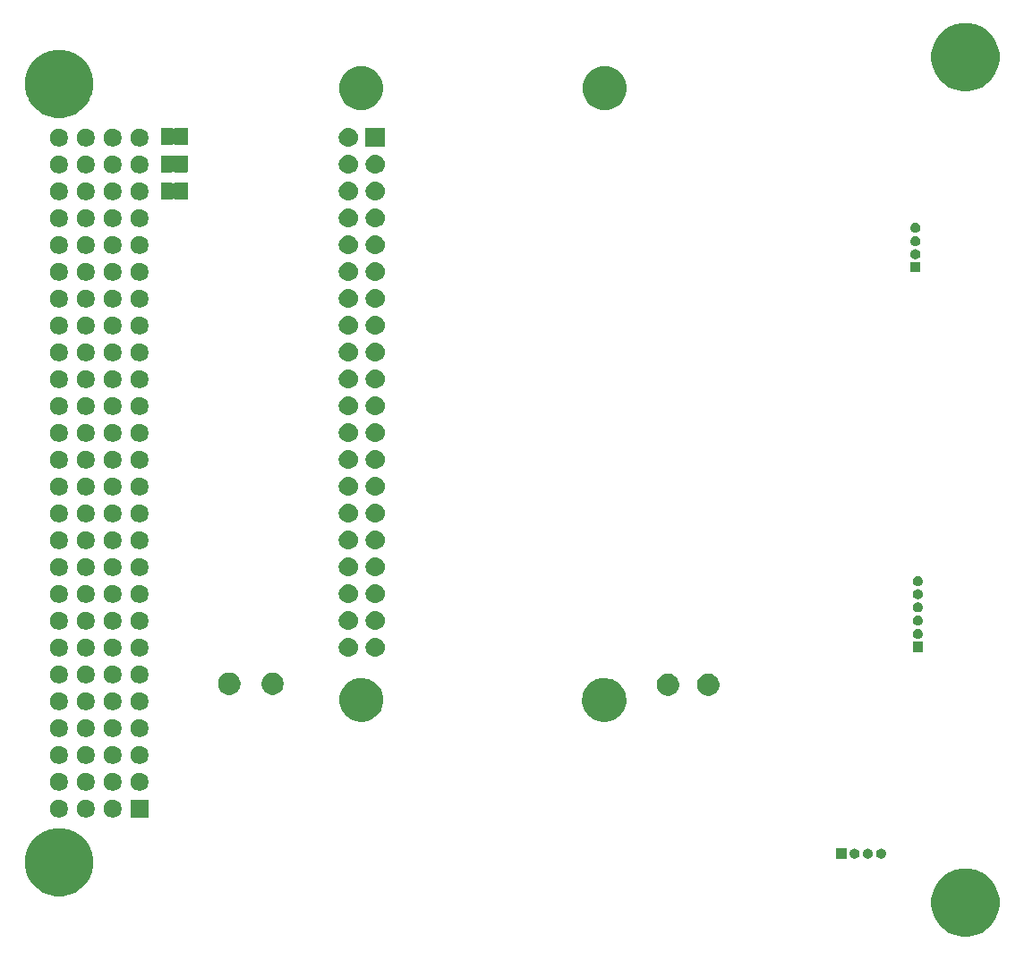
<source format=gbr>
G04 #@! TF.GenerationSoftware,KiCad,Pcbnew,(5.1.2)-2*
G04 #@! TF.CreationDate,2021-08-27T14:50:56-04:00*
G04 #@! TF.ProjectId,MAG_Plus,4d41475f-506c-4757-932e-6b696361645f,rev?*
G04 #@! TF.SameCoordinates,Original*
G04 #@! TF.FileFunction,Soldermask,Bot*
G04 #@! TF.FilePolarity,Negative*
%FSLAX46Y46*%
G04 Gerber Fmt 4.6, Leading zero omitted, Abs format (unit mm)*
G04 Created by KiCad (PCBNEW (5.1.2)-2) date 2021-08-27 14:50:56*
%MOMM*%
%LPD*%
G04 APERTURE LIST*
%ADD10C,0.100000*%
G04 APERTURE END LIST*
D10*
G36*
X123720988Y-123007973D02*
G01*
X124283539Y-123240989D01*
X124308084Y-123251156D01*
X124836455Y-123604202D01*
X125285798Y-124053545D01*
X125638844Y-124581916D01*
X125638845Y-124581918D01*
X125882027Y-125169012D01*
X126006000Y-125792265D01*
X126006000Y-126427735D01*
X125882027Y-127050988D01*
X125638845Y-127638082D01*
X125638844Y-127638084D01*
X125285798Y-128166455D01*
X124836455Y-128615798D01*
X124308084Y-128968844D01*
X124308083Y-128968845D01*
X124308082Y-128968845D01*
X123720988Y-129212027D01*
X123097735Y-129336000D01*
X122462265Y-129336000D01*
X121839012Y-129212027D01*
X121251918Y-128968845D01*
X121251917Y-128968845D01*
X121251916Y-128968844D01*
X120723545Y-128615798D01*
X120274202Y-128166455D01*
X119921156Y-127638084D01*
X119921155Y-127638082D01*
X119677973Y-127050988D01*
X119554000Y-126427735D01*
X119554000Y-125792265D01*
X119677973Y-125169012D01*
X119921155Y-124581918D01*
X119921156Y-124581916D01*
X120274202Y-124053545D01*
X120723545Y-123604202D01*
X121251916Y-123251156D01*
X121276461Y-123240989D01*
X121839012Y-123007973D01*
X122462265Y-122884000D01*
X123097735Y-122884000D01*
X123720988Y-123007973D01*
X123720988Y-123007973D01*
G37*
G36*
X37990988Y-119197973D02*
G01*
X38578082Y-119441155D01*
X38578084Y-119441156D01*
X39106455Y-119794202D01*
X39555798Y-120243545D01*
X39908844Y-120771916D01*
X39908845Y-120771918D01*
X40152027Y-121359012D01*
X40276000Y-121982265D01*
X40276000Y-122617735D01*
X40152027Y-123240988D01*
X40147815Y-123251156D01*
X39908844Y-123828084D01*
X39555798Y-124356455D01*
X39106455Y-124805798D01*
X38578084Y-125158844D01*
X38578083Y-125158845D01*
X38578082Y-125158845D01*
X37990988Y-125402027D01*
X37367735Y-125526000D01*
X36732265Y-125526000D01*
X36109012Y-125402027D01*
X35521918Y-125158845D01*
X35521917Y-125158845D01*
X35521916Y-125158844D01*
X34993545Y-124805798D01*
X34544202Y-124356455D01*
X34191156Y-123828084D01*
X33952185Y-123251156D01*
X33947973Y-123240988D01*
X33824000Y-122617735D01*
X33824000Y-121982265D01*
X33947973Y-121359012D01*
X34191155Y-120771918D01*
X34191156Y-120771916D01*
X34544202Y-120243545D01*
X34993545Y-119794202D01*
X35521916Y-119441156D01*
X35521918Y-119441155D01*
X36109012Y-119197973D01*
X36732265Y-119074000D01*
X37367735Y-119074000D01*
X37990988Y-119197973D01*
X37990988Y-119197973D01*
G37*
G36*
X114938843Y-121022292D02*
G01*
X114989588Y-121043311D01*
X115025470Y-121058174D01*
X115103432Y-121110267D01*
X115169733Y-121176568D01*
X115221826Y-121254530D01*
X115221826Y-121254531D01*
X115257708Y-121341157D01*
X115276000Y-121433117D01*
X115276000Y-121526883D01*
X115257708Y-121618843D01*
X115236689Y-121669588D01*
X115221826Y-121705470D01*
X115169733Y-121783432D01*
X115103432Y-121849733D01*
X115025470Y-121901826D01*
X114989588Y-121916689D01*
X114938843Y-121937708D01*
X114846883Y-121956000D01*
X114753117Y-121956000D01*
X114661157Y-121937708D01*
X114610412Y-121916689D01*
X114574530Y-121901826D01*
X114496568Y-121849733D01*
X114430267Y-121783432D01*
X114378174Y-121705470D01*
X114363311Y-121669588D01*
X114342292Y-121618843D01*
X114324000Y-121526883D01*
X114324000Y-121433117D01*
X114342292Y-121341157D01*
X114378174Y-121254531D01*
X114378174Y-121254530D01*
X114430267Y-121176568D01*
X114496568Y-121110267D01*
X114574530Y-121058174D01*
X114610412Y-121043311D01*
X114661157Y-121022292D01*
X114753117Y-121004000D01*
X114846883Y-121004000D01*
X114938843Y-121022292D01*
X114938843Y-121022292D01*
G37*
G36*
X113688843Y-121022292D02*
G01*
X113739588Y-121043311D01*
X113775470Y-121058174D01*
X113853432Y-121110267D01*
X113919733Y-121176568D01*
X113971826Y-121254530D01*
X113971826Y-121254531D01*
X114007708Y-121341157D01*
X114026000Y-121433117D01*
X114026000Y-121526883D01*
X114007708Y-121618843D01*
X113986689Y-121669588D01*
X113971826Y-121705470D01*
X113919733Y-121783432D01*
X113853432Y-121849733D01*
X113775470Y-121901826D01*
X113739588Y-121916689D01*
X113688843Y-121937708D01*
X113596883Y-121956000D01*
X113503117Y-121956000D01*
X113411157Y-121937708D01*
X113360412Y-121916689D01*
X113324530Y-121901826D01*
X113246568Y-121849733D01*
X113180267Y-121783432D01*
X113128174Y-121705470D01*
X113113311Y-121669588D01*
X113092292Y-121618843D01*
X113074000Y-121526883D01*
X113074000Y-121433117D01*
X113092292Y-121341157D01*
X113128174Y-121254531D01*
X113128174Y-121254530D01*
X113180267Y-121176568D01*
X113246568Y-121110267D01*
X113324530Y-121058174D01*
X113360412Y-121043311D01*
X113411157Y-121022292D01*
X113503117Y-121004000D01*
X113596883Y-121004000D01*
X113688843Y-121022292D01*
X113688843Y-121022292D01*
G37*
G36*
X111526000Y-121956000D02*
G01*
X110574000Y-121956000D01*
X110574000Y-121004000D01*
X111526000Y-121004000D01*
X111526000Y-121956000D01*
X111526000Y-121956000D01*
G37*
G36*
X112438843Y-121022292D02*
G01*
X112489588Y-121043311D01*
X112525470Y-121058174D01*
X112603432Y-121110267D01*
X112669733Y-121176568D01*
X112721826Y-121254530D01*
X112721826Y-121254531D01*
X112757708Y-121341157D01*
X112776000Y-121433117D01*
X112776000Y-121526883D01*
X112757708Y-121618843D01*
X112736689Y-121669588D01*
X112721826Y-121705470D01*
X112669733Y-121783432D01*
X112603432Y-121849733D01*
X112525470Y-121901826D01*
X112489588Y-121916689D01*
X112438843Y-121937708D01*
X112346883Y-121956000D01*
X112253117Y-121956000D01*
X112161157Y-121937708D01*
X112110412Y-121916689D01*
X112074530Y-121901826D01*
X111996568Y-121849733D01*
X111930267Y-121783432D01*
X111878174Y-121705470D01*
X111863311Y-121669588D01*
X111842292Y-121618843D01*
X111824000Y-121526883D01*
X111824000Y-121433117D01*
X111842292Y-121341157D01*
X111878174Y-121254531D01*
X111878174Y-121254530D01*
X111930267Y-121176568D01*
X111996568Y-121110267D01*
X112074530Y-121058174D01*
X112110412Y-121043311D01*
X112161157Y-121022292D01*
X112253117Y-121004000D01*
X112346883Y-121004000D01*
X112438843Y-121022292D01*
X112438843Y-121022292D01*
G37*
G36*
X42358228Y-116401703D02*
G01*
X42513100Y-116465853D01*
X42652481Y-116558985D01*
X42771015Y-116677519D01*
X42864147Y-116816900D01*
X42928297Y-116971772D01*
X42961000Y-117136184D01*
X42961000Y-117303816D01*
X42928297Y-117468228D01*
X42864147Y-117623100D01*
X42771015Y-117762481D01*
X42652481Y-117881015D01*
X42513100Y-117974147D01*
X42358228Y-118038297D01*
X42193816Y-118071000D01*
X42026184Y-118071000D01*
X41861772Y-118038297D01*
X41706900Y-117974147D01*
X41567519Y-117881015D01*
X41448985Y-117762481D01*
X41355853Y-117623100D01*
X41291703Y-117468228D01*
X41259000Y-117303816D01*
X41259000Y-117136184D01*
X41291703Y-116971772D01*
X41355853Y-116816900D01*
X41448985Y-116677519D01*
X41567519Y-116558985D01*
X41706900Y-116465853D01*
X41861772Y-116401703D01*
X42026184Y-116369000D01*
X42193816Y-116369000D01*
X42358228Y-116401703D01*
X42358228Y-116401703D01*
G37*
G36*
X45501000Y-118071000D02*
G01*
X43799000Y-118071000D01*
X43799000Y-116369000D01*
X45501000Y-116369000D01*
X45501000Y-118071000D01*
X45501000Y-118071000D01*
G37*
G36*
X37278228Y-116401703D02*
G01*
X37433100Y-116465853D01*
X37572481Y-116558985D01*
X37691015Y-116677519D01*
X37784147Y-116816900D01*
X37848297Y-116971772D01*
X37881000Y-117136184D01*
X37881000Y-117303816D01*
X37848297Y-117468228D01*
X37784147Y-117623100D01*
X37691015Y-117762481D01*
X37572481Y-117881015D01*
X37433100Y-117974147D01*
X37278228Y-118038297D01*
X37113816Y-118071000D01*
X36946184Y-118071000D01*
X36781772Y-118038297D01*
X36626900Y-117974147D01*
X36487519Y-117881015D01*
X36368985Y-117762481D01*
X36275853Y-117623100D01*
X36211703Y-117468228D01*
X36179000Y-117303816D01*
X36179000Y-117136184D01*
X36211703Y-116971772D01*
X36275853Y-116816900D01*
X36368985Y-116677519D01*
X36487519Y-116558985D01*
X36626900Y-116465853D01*
X36781772Y-116401703D01*
X36946184Y-116369000D01*
X37113816Y-116369000D01*
X37278228Y-116401703D01*
X37278228Y-116401703D01*
G37*
G36*
X39818228Y-116401703D02*
G01*
X39973100Y-116465853D01*
X40112481Y-116558985D01*
X40231015Y-116677519D01*
X40324147Y-116816900D01*
X40388297Y-116971772D01*
X40421000Y-117136184D01*
X40421000Y-117303816D01*
X40388297Y-117468228D01*
X40324147Y-117623100D01*
X40231015Y-117762481D01*
X40112481Y-117881015D01*
X39973100Y-117974147D01*
X39818228Y-118038297D01*
X39653816Y-118071000D01*
X39486184Y-118071000D01*
X39321772Y-118038297D01*
X39166900Y-117974147D01*
X39027519Y-117881015D01*
X38908985Y-117762481D01*
X38815853Y-117623100D01*
X38751703Y-117468228D01*
X38719000Y-117303816D01*
X38719000Y-117136184D01*
X38751703Y-116971772D01*
X38815853Y-116816900D01*
X38908985Y-116677519D01*
X39027519Y-116558985D01*
X39166900Y-116465853D01*
X39321772Y-116401703D01*
X39486184Y-116369000D01*
X39653816Y-116369000D01*
X39818228Y-116401703D01*
X39818228Y-116401703D01*
G37*
G36*
X42358228Y-113861703D02*
G01*
X42513100Y-113925853D01*
X42652481Y-114018985D01*
X42771015Y-114137519D01*
X42864147Y-114276900D01*
X42928297Y-114431772D01*
X42961000Y-114596184D01*
X42961000Y-114763816D01*
X42928297Y-114928228D01*
X42864147Y-115083100D01*
X42771015Y-115222481D01*
X42652481Y-115341015D01*
X42513100Y-115434147D01*
X42358228Y-115498297D01*
X42193816Y-115531000D01*
X42026184Y-115531000D01*
X41861772Y-115498297D01*
X41706900Y-115434147D01*
X41567519Y-115341015D01*
X41448985Y-115222481D01*
X41355853Y-115083100D01*
X41291703Y-114928228D01*
X41259000Y-114763816D01*
X41259000Y-114596184D01*
X41291703Y-114431772D01*
X41355853Y-114276900D01*
X41448985Y-114137519D01*
X41567519Y-114018985D01*
X41706900Y-113925853D01*
X41861772Y-113861703D01*
X42026184Y-113829000D01*
X42193816Y-113829000D01*
X42358228Y-113861703D01*
X42358228Y-113861703D01*
G37*
G36*
X44898228Y-113861703D02*
G01*
X45053100Y-113925853D01*
X45192481Y-114018985D01*
X45311015Y-114137519D01*
X45404147Y-114276900D01*
X45468297Y-114431772D01*
X45501000Y-114596184D01*
X45501000Y-114763816D01*
X45468297Y-114928228D01*
X45404147Y-115083100D01*
X45311015Y-115222481D01*
X45192481Y-115341015D01*
X45053100Y-115434147D01*
X44898228Y-115498297D01*
X44733816Y-115531000D01*
X44566184Y-115531000D01*
X44401772Y-115498297D01*
X44246900Y-115434147D01*
X44107519Y-115341015D01*
X43988985Y-115222481D01*
X43895853Y-115083100D01*
X43831703Y-114928228D01*
X43799000Y-114763816D01*
X43799000Y-114596184D01*
X43831703Y-114431772D01*
X43895853Y-114276900D01*
X43988985Y-114137519D01*
X44107519Y-114018985D01*
X44246900Y-113925853D01*
X44401772Y-113861703D01*
X44566184Y-113829000D01*
X44733816Y-113829000D01*
X44898228Y-113861703D01*
X44898228Y-113861703D01*
G37*
G36*
X39818228Y-113861703D02*
G01*
X39973100Y-113925853D01*
X40112481Y-114018985D01*
X40231015Y-114137519D01*
X40324147Y-114276900D01*
X40388297Y-114431772D01*
X40421000Y-114596184D01*
X40421000Y-114763816D01*
X40388297Y-114928228D01*
X40324147Y-115083100D01*
X40231015Y-115222481D01*
X40112481Y-115341015D01*
X39973100Y-115434147D01*
X39818228Y-115498297D01*
X39653816Y-115531000D01*
X39486184Y-115531000D01*
X39321772Y-115498297D01*
X39166900Y-115434147D01*
X39027519Y-115341015D01*
X38908985Y-115222481D01*
X38815853Y-115083100D01*
X38751703Y-114928228D01*
X38719000Y-114763816D01*
X38719000Y-114596184D01*
X38751703Y-114431772D01*
X38815853Y-114276900D01*
X38908985Y-114137519D01*
X39027519Y-114018985D01*
X39166900Y-113925853D01*
X39321772Y-113861703D01*
X39486184Y-113829000D01*
X39653816Y-113829000D01*
X39818228Y-113861703D01*
X39818228Y-113861703D01*
G37*
G36*
X37278228Y-113861703D02*
G01*
X37433100Y-113925853D01*
X37572481Y-114018985D01*
X37691015Y-114137519D01*
X37784147Y-114276900D01*
X37848297Y-114431772D01*
X37881000Y-114596184D01*
X37881000Y-114763816D01*
X37848297Y-114928228D01*
X37784147Y-115083100D01*
X37691015Y-115222481D01*
X37572481Y-115341015D01*
X37433100Y-115434147D01*
X37278228Y-115498297D01*
X37113816Y-115531000D01*
X36946184Y-115531000D01*
X36781772Y-115498297D01*
X36626900Y-115434147D01*
X36487519Y-115341015D01*
X36368985Y-115222481D01*
X36275853Y-115083100D01*
X36211703Y-114928228D01*
X36179000Y-114763816D01*
X36179000Y-114596184D01*
X36211703Y-114431772D01*
X36275853Y-114276900D01*
X36368985Y-114137519D01*
X36487519Y-114018985D01*
X36626900Y-113925853D01*
X36781772Y-113861703D01*
X36946184Y-113829000D01*
X37113816Y-113829000D01*
X37278228Y-113861703D01*
X37278228Y-113861703D01*
G37*
G36*
X37278228Y-111321703D02*
G01*
X37433100Y-111385853D01*
X37572481Y-111478985D01*
X37691015Y-111597519D01*
X37784147Y-111736900D01*
X37848297Y-111891772D01*
X37881000Y-112056184D01*
X37881000Y-112223816D01*
X37848297Y-112388228D01*
X37784147Y-112543100D01*
X37691015Y-112682481D01*
X37572481Y-112801015D01*
X37433100Y-112894147D01*
X37278228Y-112958297D01*
X37113816Y-112991000D01*
X36946184Y-112991000D01*
X36781772Y-112958297D01*
X36626900Y-112894147D01*
X36487519Y-112801015D01*
X36368985Y-112682481D01*
X36275853Y-112543100D01*
X36211703Y-112388228D01*
X36179000Y-112223816D01*
X36179000Y-112056184D01*
X36211703Y-111891772D01*
X36275853Y-111736900D01*
X36368985Y-111597519D01*
X36487519Y-111478985D01*
X36626900Y-111385853D01*
X36781772Y-111321703D01*
X36946184Y-111289000D01*
X37113816Y-111289000D01*
X37278228Y-111321703D01*
X37278228Y-111321703D01*
G37*
G36*
X42358228Y-111321703D02*
G01*
X42513100Y-111385853D01*
X42652481Y-111478985D01*
X42771015Y-111597519D01*
X42864147Y-111736900D01*
X42928297Y-111891772D01*
X42961000Y-112056184D01*
X42961000Y-112223816D01*
X42928297Y-112388228D01*
X42864147Y-112543100D01*
X42771015Y-112682481D01*
X42652481Y-112801015D01*
X42513100Y-112894147D01*
X42358228Y-112958297D01*
X42193816Y-112991000D01*
X42026184Y-112991000D01*
X41861772Y-112958297D01*
X41706900Y-112894147D01*
X41567519Y-112801015D01*
X41448985Y-112682481D01*
X41355853Y-112543100D01*
X41291703Y-112388228D01*
X41259000Y-112223816D01*
X41259000Y-112056184D01*
X41291703Y-111891772D01*
X41355853Y-111736900D01*
X41448985Y-111597519D01*
X41567519Y-111478985D01*
X41706900Y-111385853D01*
X41861772Y-111321703D01*
X42026184Y-111289000D01*
X42193816Y-111289000D01*
X42358228Y-111321703D01*
X42358228Y-111321703D01*
G37*
G36*
X44898228Y-111321703D02*
G01*
X45053100Y-111385853D01*
X45192481Y-111478985D01*
X45311015Y-111597519D01*
X45404147Y-111736900D01*
X45468297Y-111891772D01*
X45501000Y-112056184D01*
X45501000Y-112223816D01*
X45468297Y-112388228D01*
X45404147Y-112543100D01*
X45311015Y-112682481D01*
X45192481Y-112801015D01*
X45053100Y-112894147D01*
X44898228Y-112958297D01*
X44733816Y-112991000D01*
X44566184Y-112991000D01*
X44401772Y-112958297D01*
X44246900Y-112894147D01*
X44107519Y-112801015D01*
X43988985Y-112682481D01*
X43895853Y-112543100D01*
X43831703Y-112388228D01*
X43799000Y-112223816D01*
X43799000Y-112056184D01*
X43831703Y-111891772D01*
X43895853Y-111736900D01*
X43988985Y-111597519D01*
X44107519Y-111478985D01*
X44246900Y-111385853D01*
X44401772Y-111321703D01*
X44566184Y-111289000D01*
X44733816Y-111289000D01*
X44898228Y-111321703D01*
X44898228Y-111321703D01*
G37*
G36*
X39818228Y-111321703D02*
G01*
X39973100Y-111385853D01*
X40112481Y-111478985D01*
X40231015Y-111597519D01*
X40324147Y-111736900D01*
X40388297Y-111891772D01*
X40421000Y-112056184D01*
X40421000Y-112223816D01*
X40388297Y-112388228D01*
X40324147Y-112543100D01*
X40231015Y-112682481D01*
X40112481Y-112801015D01*
X39973100Y-112894147D01*
X39818228Y-112958297D01*
X39653816Y-112991000D01*
X39486184Y-112991000D01*
X39321772Y-112958297D01*
X39166900Y-112894147D01*
X39027519Y-112801015D01*
X38908985Y-112682481D01*
X38815853Y-112543100D01*
X38751703Y-112388228D01*
X38719000Y-112223816D01*
X38719000Y-112056184D01*
X38751703Y-111891772D01*
X38815853Y-111736900D01*
X38908985Y-111597519D01*
X39027519Y-111478985D01*
X39166900Y-111385853D01*
X39321772Y-111321703D01*
X39486184Y-111289000D01*
X39653816Y-111289000D01*
X39818228Y-111321703D01*
X39818228Y-111321703D01*
G37*
G36*
X44898228Y-108781703D02*
G01*
X45053100Y-108845853D01*
X45192481Y-108938985D01*
X45311015Y-109057519D01*
X45404147Y-109196900D01*
X45468297Y-109351772D01*
X45501000Y-109516184D01*
X45501000Y-109683816D01*
X45468297Y-109848228D01*
X45404147Y-110003100D01*
X45311015Y-110142481D01*
X45192481Y-110261015D01*
X45053100Y-110354147D01*
X44898228Y-110418297D01*
X44733816Y-110451000D01*
X44566184Y-110451000D01*
X44401772Y-110418297D01*
X44246900Y-110354147D01*
X44107519Y-110261015D01*
X43988985Y-110142481D01*
X43895853Y-110003100D01*
X43831703Y-109848228D01*
X43799000Y-109683816D01*
X43799000Y-109516184D01*
X43831703Y-109351772D01*
X43895853Y-109196900D01*
X43988985Y-109057519D01*
X44107519Y-108938985D01*
X44246900Y-108845853D01*
X44401772Y-108781703D01*
X44566184Y-108749000D01*
X44733816Y-108749000D01*
X44898228Y-108781703D01*
X44898228Y-108781703D01*
G37*
G36*
X42358228Y-108781703D02*
G01*
X42513100Y-108845853D01*
X42652481Y-108938985D01*
X42771015Y-109057519D01*
X42864147Y-109196900D01*
X42928297Y-109351772D01*
X42961000Y-109516184D01*
X42961000Y-109683816D01*
X42928297Y-109848228D01*
X42864147Y-110003100D01*
X42771015Y-110142481D01*
X42652481Y-110261015D01*
X42513100Y-110354147D01*
X42358228Y-110418297D01*
X42193816Y-110451000D01*
X42026184Y-110451000D01*
X41861772Y-110418297D01*
X41706900Y-110354147D01*
X41567519Y-110261015D01*
X41448985Y-110142481D01*
X41355853Y-110003100D01*
X41291703Y-109848228D01*
X41259000Y-109683816D01*
X41259000Y-109516184D01*
X41291703Y-109351772D01*
X41355853Y-109196900D01*
X41448985Y-109057519D01*
X41567519Y-108938985D01*
X41706900Y-108845853D01*
X41861772Y-108781703D01*
X42026184Y-108749000D01*
X42193816Y-108749000D01*
X42358228Y-108781703D01*
X42358228Y-108781703D01*
G37*
G36*
X39818228Y-108781703D02*
G01*
X39973100Y-108845853D01*
X40112481Y-108938985D01*
X40231015Y-109057519D01*
X40324147Y-109196900D01*
X40388297Y-109351772D01*
X40421000Y-109516184D01*
X40421000Y-109683816D01*
X40388297Y-109848228D01*
X40324147Y-110003100D01*
X40231015Y-110142481D01*
X40112481Y-110261015D01*
X39973100Y-110354147D01*
X39818228Y-110418297D01*
X39653816Y-110451000D01*
X39486184Y-110451000D01*
X39321772Y-110418297D01*
X39166900Y-110354147D01*
X39027519Y-110261015D01*
X38908985Y-110142481D01*
X38815853Y-110003100D01*
X38751703Y-109848228D01*
X38719000Y-109683816D01*
X38719000Y-109516184D01*
X38751703Y-109351772D01*
X38815853Y-109196900D01*
X38908985Y-109057519D01*
X39027519Y-108938985D01*
X39166900Y-108845853D01*
X39321772Y-108781703D01*
X39486184Y-108749000D01*
X39653816Y-108749000D01*
X39818228Y-108781703D01*
X39818228Y-108781703D01*
G37*
G36*
X37278228Y-108781703D02*
G01*
X37433100Y-108845853D01*
X37572481Y-108938985D01*
X37691015Y-109057519D01*
X37784147Y-109196900D01*
X37848297Y-109351772D01*
X37881000Y-109516184D01*
X37881000Y-109683816D01*
X37848297Y-109848228D01*
X37784147Y-110003100D01*
X37691015Y-110142481D01*
X37572481Y-110261015D01*
X37433100Y-110354147D01*
X37278228Y-110418297D01*
X37113816Y-110451000D01*
X36946184Y-110451000D01*
X36781772Y-110418297D01*
X36626900Y-110354147D01*
X36487519Y-110261015D01*
X36368985Y-110142481D01*
X36275853Y-110003100D01*
X36211703Y-109848228D01*
X36179000Y-109683816D01*
X36179000Y-109516184D01*
X36211703Y-109351772D01*
X36275853Y-109196900D01*
X36368985Y-109057519D01*
X36487519Y-108938985D01*
X36626900Y-108845853D01*
X36781772Y-108781703D01*
X36946184Y-108749000D01*
X37113816Y-108749000D01*
X37278228Y-108781703D01*
X37278228Y-108781703D01*
G37*
G36*
X66257589Y-104937048D02*
G01*
X66414795Y-105002165D01*
X66635141Y-105093435D01*
X66636671Y-105094069D01*
X66977835Y-105322028D01*
X67267972Y-105612165D01*
X67495931Y-105953329D01*
X67652527Y-106331384D01*
X67652952Y-106332412D01*
X67717497Y-106656900D01*
X67733000Y-106734842D01*
X67733000Y-107145158D01*
X67652952Y-107547589D01*
X67495931Y-107926671D01*
X67267972Y-108267835D01*
X66977835Y-108557972D01*
X66636671Y-108785931D01*
X66257589Y-108942952D01*
X66056373Y-108982976D01*
X65855159Y-109023000D01*
X65444841Y-109023000D01*
X65243627Y-108982976D01*
X65042411Y-108942952D01*
X64663329Y-108785931D01*
X64322165Y-108557972D01*
X64032028Y-108267835D01*
X63804069Y-107926671D01*
X63647048Y-107547589D01*
X63567000Y-107145158D01*
X63567000Y-106734842D01*
X63582504Y-106656900D01*
X63647048Y-106332412D01*
X63647474Y-106331384D01*
X63804069Y-105953329D01*
X64032028Y-105612165D01*
X64322165Y-105322028D01*
X64663329Y-105094069D01*
X64664860Y-105093435D01*
X64885205Y-105002165D01*
X65042411Y-104937048D01*
X65243627Y-104897024D01*
X65444841Y-104857000D01*
X65855159Y-104857000D01*
X66257589Y-104937048D01*
X66257589Y-104937048D01*
G37*
G36*
X89227589Y-104937048D02*
G01*
X89384795Y-105002165D01*
X89605141Y-105093435D01*
X89606671Y-105094069D01*
X89947835Y-105322028D01*
X90237972Y-105612165D01*
X90465931Y-105953329D01*
X90622527Y-106331384D01*
X90622952Y-106332412D01*
X90687497Y-106656900D01*
X90703000Y-106734842D01*
X90703000Y-107145158D01*
X90622952Y-107547589D01*
X90465931Y-107926671D01*
X90237972Y-108267835D01*
X89947835Y-108557972D01*
X89606671Y-108785931D01*
X89227589Y-108942952D01*
X89026373Y-108982976D01*
X88825159Y-109023000D01*
X88414841Y-109023000D01*
X88213627Y-108982976D01*
X88012411Y-108942952D01*
X87633329Y-108785931D01*
X87292165Y-108557972D01*
X87002028Y-108267835D01*
X86774069Y-107926671D01*
X86617048Y-107547589D01*
X86537000Y-107145158D01*
X86537000Y-106734842D01*
X86552504Y-106656900D01*
X86617048Y-106332412D01*
X86617474Y-106331384D01*
X86774069Y-105953329D01*
X87002028Y-105612165D01*
X87292165Y-105322028D01*
X87633329Y-105094069D01*
X87634860Y-105093435D01*
X87855205Y-105002165D01*
X88012411Y-104937048D01*
X88213627Y-104897024D01*
X88414841Y-104857000D01*
X88825159Y-104857000D01*
X89227589Y-104937048D01*
X89227589Y-104937048D01*
G37*
G36*
X44898228Y-106241703D02*
G01*
X45053100Y-106305853D01*
X45192481Y-106398985D01*
X45311015Y-106517519D01*
X45404147Y-106656900D01*
X45468297Y-106811772D01*
X45501000Y-106976184D01*
X45501000Y-107143816D01*
X45468297Y-107308228D01*
X45404147Y-107463100D01*
X45311015Y-107602481D01*
X45192481Y-107721015D01*
X45053100Y-107814147D01*
X44898228Y-107878297D01*
X44733816Y-107911000D01*
X44566184Y-107911000D01*
X44401772Y-107878297D01*
X44246900Y-107814147D01*
X44107519Y-107721015D01*
X43988985Y-107602481D01*
X43895853Y-107463100D01*
X43831703Y-107308228D01*
X43799000Y-107143816D01*
X43799000Y-106976184D01*
X43831703Y-106811772D01*
X43895853Y-106656900D01*
X43988985Y-106517519D01*
X44107519Y-106398985D01*
X44246900Y-106305853D01*
X44401772Y-106241703D01*
X44566184Y-106209000D01*
X44733816Y-106209000D01*
X44898228Y-106241703D01*
X44898228Y-106241703D01*
G37*
G36*
X39818228Y-106241703D02*
G01*
X39973100Y-106305853D01*
X40112481Y-106398985D01*
X40231015Y-106517519D01*
X40324147Y-106656900D01*
X40388297Y-106811772D01*
X40421000Y-106976184D01*
X40421000Y-107143816D01*
X40388297Y-107308228D01*
X40324147Y-107463100D01*
X40231015Y-107602481D01*
X40112481Y-107721015D01*
X39973100Y-107814147D01*
X39818228Y-107878297D01*
X39653816Y-107911000D01*
X39486184Y-107911000D01*
X39321772Y-107878297D01*
X39166900Y-107814147D01*
X39027519Y-107721015D01*
X38908985Y-107602481D01*
X38815853Y-107463100D01*
X38751703Y-107308228D01*
X38719000Y-107143816D01*
X38719000Y-106976184D01*
X38751703Y-106811772D01*
X38815853Y-106656900D01*
X38908985Y-106517519D01*
X39027519Y-106398985D01*
X39166900Y-106305853D01*
X39321772Y-106241703D01*
X39486184Y-106209000D01*
X39653816Y-106209000D01*
X39818228Y-106241703D01*
X39818228Y-106241703D01*
G37*
G36*
X42358228Y-106241703D02*
G01*
X42513100Y-106305853D01*
X42652481Y-106398985D01*
X42771015Y-106517519D01*
X42864147Y-106656900D01*
X42928297Y-106811772D01*
X42961000Y-106976184D01*
X42961000Y-107143816D01*
X42928297Y-107308228D01*
X42864147Y-107463100D01*
X42771015Y-107602481D01*
X42652481Y-107721015D01*
X42513100Y-107814147D01*
X42358228Y-107878297D01*
X42193816Y-107911000D01*
X42026184Y-107911000D01*
X41861772Y-107878297D01*
X41706900Y-107814147D01*
X41567519Y-107721015D01*
X41448985Y-107602481D01*
X41355853Y-107463100D01*
X41291703Y-107308228D01*
X41259000Y-107143816D01*
X41259000Y-106976184D01*
X41291703Y-106811772D01*
X41355853Y-106656900D01*
X41448985Y-106517519D01*
X41567519Y-106398985D01*
X41706900Y-106305853D01*
X41861772Y-106241703D01*
X42026184Y-106209000D01*
X42193816Y-106209000D01*
X42358228Y-106241703D01*
X42358228Y-106241703D01*
G37*
G36*
X37278228Y-106241703D02*
G01*
X37433100Y-106305853D01*
X37572481Y-106398985D01*
X37691015Y-106517519D01*
X37784147Y-106656900D01*
X37848297Y-106811772D01*
X37881000Y-106976184D01*
X37881000Y-107143816D01*
X37848297Y-107308228D01*
X37784147Y-107463100D01*
X37691015Y-107602481D01*
X37572481Y-107721015D01*
X37433100Y-107814147D01*
X37278228Y-107878297D01*
X37113816Y-107911000D01*
X36946184Y-107911000D01*
X36781772Y-107878297D01*
X36626900Y-107814147D01*
X36487519Y-107721015D01*
X36368985Y-107602481D01*
X36275853Y-107463100D01*
X36211703Y-107308228D01*
X36179000Y-107143816D01*
X36179000Y-106976184D01*
X36211703Y-106811772D01*
X36275853Y-106656900D01*
X36368985Y-106517519D01*
X36487519Y-106398985D01*
X36626900Y-106305853D01*
X36781772Y-106241703D01*
X36946184Y-106209000D01*
X37113816Y-106209000D01*
X37278228Y-106241703D01*
X37278228Y-106241703D01*
G37*
G36*
X98756564Y-104489389D02*
G01*
X98947833Y-104568615D01*
X98947835Y-104568616D01*
X99000514Y-104603815D01*
X99119973Y-104683635D01*
X99266365Y-104830027D01*
X99381385Y-105002167D01*
X99460611Y-105193436D01*
X99501000Y-105396484D01*
X99501000Y-105603516D01*
X99460611Y-105806564D01*
X99422806Y-105897833D01*
X99381384Y-105997835D01*
X99266365Y-106169973D01*
X99119973Y-106316365D01*
X98947835Y-106431384D01*
X98947834Y-106431385D01*
X98947833Y-106431385D01*
X98756564Y-106510611D01*
X98553516Y-106551000D01*
X98346484Y-106551000D01*
X98143436Y-106510611D01*
X97952167Y-106431385D01*
X97952166Y-106431385D01*
X97952165Y-106431384D01*
X97780027Y-106316365D01*
X97633635Y-106169973D01*
X97518616Y-105997835D01*
X97477194Y-105897833D01*
X97439389Y-105806564D01*
X97399000Y-105603516D01*
X97399000Y-105396484D01*
X97439389Y-105193436D01*
X97518615Y-105002167D01*
X97633635Y-104830027D01*
X97780027Y-104683635D01*
X97899486Y-104603815D01*
X97952165Y-104568616D01*
X97952167Y-104568615D01*
X98143436Y-104489389D01*
X98346484Y-104449000D01*
X98553516Y-104449000D01*
X98756564Y-104489389D01*
X98756564Y-104489389D01*
G37*
G36*
X94956564Y-104489389D02*
G01*
X95147833Y-104568615D01*
X95147835Y-104568616D01*
X95200514Y-104603815D01*
X95319973Y-104683635D01*
X95466365Y-104830027D01*
X95581385Y-105002167D01*
X95660611Y-105193436D01*
X95701000Y-105396484D01*
X95701000Y-105603516D01*
X95660611Y-105806564D01*
X95622806Y-105897833D01*
X95581384Y-105997835D01*
X95466365Y-106169973D01*
X95319973Y-106316365D01*
X95147835Y-106431384D01*
X95147834Y-106431385D01*
X95147833Y-106431385D01*
X94956564Y-106510611D01*
X94753516Y-106551000D01*
X94546484Y-106551000D01*
X94343436Y-106510611D01*
X94152167Y-106431385D01*
X94152166Y-106431385D01*
X94152165Y-106431384D01*
X93980027Y-106316365D01*
X93833635Y-106169973D01*
X93718616Y-105997835D01*
X93677194Y-105897833D01*
X93639389Y-105806564D01*
X93599000Y-105603516D01*
X93599000Y-105396484D01*
X93639389Y-105193436D01*
X93718615Y-105002167D01*
X93833635Y-104830027D01*
X93980027Y-104683635D01*
X94099486Y-104603815D01*
X94152165Y-104568616D01*
X94152167Y-104568615D01*
X94343436Y-104489389D01*
X94546484Y-104449000D01*
X94753516Y-104449000D01*
X94956564Y-104489389D01*
X94956564Y-104489389D01*
G37*
G36*
X57556564Y-104389389D02*
G01*
X57747833Y-104468615D01*
X57747835Y-104468616D01*
X57919973Y-104583635D01*
X58066365Y-104730027D01*
X58151206Y-104857000D01*
X58181385Y-104902167D01*
X58260611Y-105093436D01*
X58301000Y-105296484D01*
X58301000Y-105503516D01*
X58260611Y-105706564D01*
X58219189Y-105806565D01*
X58181384Y-105897835D01*
X58066365Y-106069973D01*
X57919973Y-106216365D01*
X57747835Y-106331384D01*
X57747834Y-106331385D01*
X57747833Y-106331385D01*
X57556564Y-106410611D01*
X57353516Y-106451000D01*
X57146484Y-106451000D01*
X56943436Y-106410611D01*
X56752167Y-106331385D01*
X56752166Y-106331385D01*
X56752165Y-106331384D01*
X56580027Y-106216365D01*
X56433635Y-106069973D01*
X56318616Y-105897835D01*
X56280811Y-105806565D01*
X56239389Y-105706564D01*
X56199000Y-105503516D01*
X56199000Y-105296484D01*
X56239389Y-105093436D01*
X56318615Y-104902167D01*
X56348795Y-104857000D01*
X56433635Y-104730027D01*
X56580027Y-104583635D01*
X56752165Y-104468616D01*
X56752167Y-104468615D01*
X56943436Y-104389389D01*
X57146484Y-104349000D01*
X57353516Y-104349000D01*
X57556564Y-104389389D01*
X57556564Y-104389389D01*
G37*
G36*
X53456564Y-104389389D02*
G01*
X53647833Y-104468615D01*
X53647835Y-104468616D01*
X53819973Y-104583635D01*
X53966365Y-104730027D01*
X54051206Y-104857000D01*
X54081385Y-104902167D01*
X54160611Y-105093436D01*
X54201000Y-105296484D01*
X54201000Y-105503516D01*
X54160611Y-105706564D01*
X54119189Y-105806565D01*
X54081384Y-105897835D01*
X53966365Y-106069973D01*
X53819973Y-106216365D01*
X53647835Y-106331384D01*
X53647834Y-106331385D01*
X53647833Y-106331385D01*
X53456564Y-106410611D01*
X53253516Y-106451000D01*
X53046484Y-106451000D01*
X52843436Y-106410611D01*
X52652167Y-106331385D01*
X52652166Y-106331385D01*
X52652165Y-106331384D01*
X52480027Y-106216365D01*
X52333635Y-106069973D01*
X52218616Y-105897835D01*
X52180811Y-105806565D01*
X52139389Y-105706564D01*
X52099000Y-105503516D01*
X52099000Y-105296484D01*
X52139389Y-105093436D01*
X52218615Y-104902167D01*
X52248795Y-104857000D01*
X52333635Y-104730027D01*
X52480027Y-104583635D01*
X52652165Y-104468616D01*
X52652167Y-104468615D01*
X52843436Y-104389389D01*
X53046484Y-104349000D01*
X53253516Y-104349000D01*
X53456564Y-104389389D01*
X53456564Y-104389389D01*
G37*
G36*
X42358228Y-103701703D02*
G01*
X42513100Y-103765853D01*
X42652481Y-103858985D01*
X42771015Y-103977519D01*
X42864147Y-104116900D01*
X42928297Y-104271772D01*
X42961000Y-104436184D01*
X42961000Y-104603816D01*
X42928297Y-104768228D01*
X42864147Y-104923100D01*
X42771015Y-105062481D01*
X42652481Y-105181015D01*
X42513100Y-105274147D01*
X42358228Y-105338297D01*
X42193816Y-105371000D01*
X42026184Y-105371000D01*
X41861772Y-105338297D01*
X41706900Y-105274147D01*
X41567519Y-105181015D01*
X41448985Y-105062481D01*
X41355853Y-104923100D01*
X41291703Y-104768228D01*
X41259000Y-104603816D01*
X41259000Y-104436184D01*
X41291703Y-104271772D01*
X41355853Y-104116900D01*
X41448985Y-103977519D01*
X41567519Y-103858985D01*
X41706900Y-103765853D01*
X41861772Y-103701703D01*
X42026184Y-103669000D01*
X42193816Y-103669000D01*
X42358228Y-103701703D01*
X42358228Y-103701703D01*
G37*
G36*
X44898228Y-103701703D02*
G01*
X45053100Y-103765853D01*
X45192481Y-103858985D01*
X45311015Y-103977519D01*
X45404147Y-104116900D01*
X45468297Y-104271772D01*
X45501000Y-104436184D01*
X45501000Y-104603816D01*
X45468297Y-104768228D01*
X45404147Y-104923100D01*
X45311015Y-105062481D01*
X45192481Y-105181015D01*
X45053100Y-105274147D01*
X44898228Y-105338297D01*
X44733816Y-105371000D01*
X44566184Y-105371000D01*
X44401772Y-105338297D01*
X44246900Y-105274147D01*
X44107519Y-105181015D01*
X43988985Y-105062481D01*
X43895853Y-104923100D01*
X43831703Y-104768228D01*
X43799000Y-104603816D01*
X43799000Y-104436184D01*
X43831703Y-104271772D01*
X43895853Y-104116900D01*
X43988985Y-103977519D01*
X44107519Y-103858985D01*
X44246900Y-103765853D01*
X44401772Y-103701703D01*
X44566184Y-103669000D01*
X44733816Y-103669000D01*
X44898228Y-103701703D01*
X44898228Y-103701703D01*
G37*
G36*
X39818228Y-103701703D02*
G01*
X39973100Y-103765853D01*
X40112481Y-103858985D01*
X40231015Y-103977519D01*
X40324147Y-104116900D01*
X40388297Y-104271772D01*
X40421000Y-104436184D01*
X40421000Y-104603816D01*
X40388297Y-104768228D01*
X40324147Y-104923100D01*
X40231015Y-105062481D01*
X40112481Y-105181015D01*
X39973100Y-105274147D01*
X39818228Y-105338297D01*
X39653816Y-105371000D01*
X39486184Y-105371000D01*
X39321772Y-105338297D01*
X39166900Y-105274147D01*
X39027519Y-105181015D01*
X38908985Y-105062481D01*
X38815853Y-104923100D01*
X38751703Y-104768228D01*
X38719000Y-104603816D01*
X38719000Y-104436184D01*
X38751703Y-104271772D01*
X38815853Y-104116900D01*
X38908985Y-103977519D01*
X39027519Y-103858985D01*
X39166900Y-103765853D01*
X39321772Y-103701703D01*
X39486184Y-103669000D01*
X39653816Y-103669000D01*
X39818228Y-103701703D01*
X39818228Y-103701703D01*
G37*
G36*
X37278228Y-103701703D02*
G01*
X37433100Y-103765853D01*
X37572481Y-103858985D01*
X37691015Y-103977519D01*
X37784147Y-104116900D01*
X37848297Y-104271772D01*
X37881000Y-104436184D01*
X37881000Y-104603816D01*
X37848297Y-104768228D01*
X37784147Y-104923100D01*
X37691015Y-105062481D01*
X37572481Y-105181015D01*
X37433100Y-105274147D01*
X37278228Y-105338297D01*
X37113816Y-105371000D01*
X36946184Y-105371000D01*
X36781772Y-105338297D01*
X36626900Y-105274147D01*
X36487519Y-105181015D01*
X36368985Y-105062481D01*
X36275853Y-104923100D01*
X36211703Y-104768228D01*
X36179000Y-104603816D01*
X36179000Y-104436184D01*
X36211703Y-104271772D01*
X36275853Y-104116900D01*
X36368985Y-103977519D01*
X36487519Y-103858985D01*
X36626900Y-103765853D01*
X36781772Y-103701703D01*
X36946184Y-103669000D01*
X37113816Y-103669000D01*
X37278228Y-103701703D01*
X37278228Y-103701703D01*
G37*
G36*
X64520443Y-101065519D02*
G01*
X64586627Y-101072037D01*
X64756466Y-101123557D01*
X64912991Y-101207222D01*
X64948729Y-101236552D01*
X65050186Y-101319814D01*
X65133448Y-101421271D01*
X65162778Y-101457009D01*
X65246443Y-101613534D01*
X65297963Y-101783373D01*
X65315359Y-101960000D01*
X65297963Y-102136627D01*
X65246443Y-102306466D01*
X65162778Y-102462991D01*
X65133448Y-102498729D01*
X65050186Y-102600186D01*
X64948729Y-102683448D01*
X64912991Y-102712778D01*
X64756466Y-102796443D01*
X64586627Y-102847963D01*
X64520442Y-102854482D01*
X64454260Y-102861000D01*
X64365740Y-102861000D01*
X64299558Y-102854482D01*
X64233373Y-102847963D01*
X64063534Y-102796443D01*
X63907009Y-102712778D01*
X63871271Y-102683448D01*
X63769814Y-102600186D01*
X63686552Y-102498729D01*
X63657222Y-102462991D01*
X63573557Y-102306466D01*
X63522037Y-102136627D01*
X63504641Y-101960000D01*
X63522037Y-101783373D01*
X63573557Y-101613534D01*
X63657222Y-101457009D01*
X63686552Y-101421271D01*
X63769814Y-101319814D01*
X63871271Y-101236552D01*
X63907009Y-101207222D01*
X64063534Y-101123557D01*
X64233373Y-101072037D01*
X64299557Y-101065519D01*
X64365740Y-101059000D01*
X64454260Y-101059000D01*
X64520443Y-101065519D01*
X64520443Y-101065519D01*
G37*
G36*
X67060443Y-101065519D02*
G01*
X67126627Y-101072037D01*
X67296466Y-101123557D01*
X67452991Y-101207222D01*
X67488729Y-101236552D01*
X67590186Y-101319814D01*
X67673448Y-101421271D01*
X67702778Y-101457009D01*
X67786443Y-101613534D01*
X67837963Y-101783373D01*
X67855359Y-101960000D01*
X67837963Y-102136627D01*
X67786443Y-102306466D01*
X67702778Y-102462991D01*
X67673448Y-102498729D01*
X67590186Y-102600186D01*
X67488729Y-102683448D01*
X67452991Y-102712778D01*
X67296466Y-102796443D01*
X67126627Y-102847963D01*
X67060442Y-102854482D01*
X66994260Y-102861000D01*
X66905740Y-102861000D01*
X66839558Y-102854482D01*
X66773373Y-102847963D01*
X66603534Y-102796443D01*
X66447009Y-102712778D01*
X66411271Y-102683448D01*
X66309814Y-102600186D01*
X66226552Y-102498729D01*
X66197222Y-102462991D01*
X66113557Y-102306466D01*
X66062037Y-102136627D01*
X66044641Y-101960000D01*
X66062037Y-101783373D01*
X66113557Y-101613534D01*
X66197222Y-101457009D01*
X66226552Y-101421271D01*
X66309814Y-101319814D01*
X66411271Y-101236552D01*
X66447009Y-101207222D01*
X66603534Y-101123557D01*
X66773373Y-101072037D01*
X66839557Y-101065519D01*
X66905740Y-101059000D01*
X66994260Y-101059000D01*
X67060443Y-101065519D01*
X67060443Y-101065519D01*
G37*
G36*
X44898228Y-101161703D02*
G01*
X45053100Y-101225853D01*
X45192481Y-101318985D01*
X45311015Y-101437519D01*
X45404147Y-101576900D01*
X45468297Y-101731772D01*
X45501000Y-101896184D01*
X45501000Y-102063816D01*
X45468297Y-102228228D01*
X45404147Y-102383100D01*
X45311015Y-102522481D01*
X45192481Y-102641015D01*
X45053100Y-102734147D01*
X44898228Y-102798297D01*
X44733816Y-102831000D01*
X44566184Y-102831000D01*
X44401772Y-102798297D01*
X44246900Y-102734147D01*
X44107519Y-102641015D01*
X43988985Y-102522481D01*
X43895853Y-102383100D01*
X43831703Y-102228228D01*
X43799000Y-102063816D01*
X43799000Y-101896184D01*
X43831703Y-101731772D01*
X43895853Y-101576900D01*
X43988985Y-101437519D01*
X44107519Y-101318985D01*
X44246900Y-101225853D01*
X44401772Y-101161703D01*
X44566184Y-101129000D01*
X44733816Y-101129000D01*
X44898228Y-101161703D01*
X44898228Y-101161703D01*
G37*
G36*
X42358228Y-101161703D02*
G01*
X42513100Y-101225853D01*
X42652481Y-101318985D01*
X42771015Y-101437519D01*
X42864147Y-101576900D01*
X42928297Y-101731772D01*
X42961000Y-101896184D01*
X42961000Y-102063816D01*
X42928297Y-102228228D01*
X42864147Y-102383100D01*
X42771015Y-102522481D01*
X42652481Y-102641015D01*
X42513100Y-102734147D01*
X42358228Y-102798297D01*
X42193816Y-102831000D01*
X42026184Y-102831000D01*
X41861772Y-102798297D01*
X41706900Y-102734147D01*
X41567519Y-102641015D01*
X41448985Y-102522481D01*
X41355853Y-102383100D01*
X41291703Y-102228228D01*
X41259000Y-102063816D01*
X41259000Y-101896184D01*
X41291703Y-101731772D01*
X41355853Y-101576900D01*
X41448985Y-101437519D01*
X41567519Y-101318985D01*
X41706900Y-101225853D01*
X41861772Y-101161703D01*
X42026184Y-101129000D01*
X42193816Y-101129000D01*
X42358228Y-101161703D01*
X42358228Y-101161703D01*
G37*
G36*
X37278228Y-101161703D02*
G01*
X37433100Y-101225853D01*
X37572481Y-101318985D01*
X37691015Y-101437519D01*
X37784147Y-101576900D01*
X37848297Y-101731772D01*
X37881000Y-101896184D01*
X37881000Y-102063816D01*
X37848297Y-102228228D01*
X37784147Y-102383100D01*
X37691015Y-102522481D01*
X37572481Y-102641015D01*
X37433100Y-102734147D01*
X37278228Y-102798297D01*
X37113816Y-102831000D01*
X36946184Y-102831000D01*
X36781772Y-102798297D01*
X36626900Y-102734147D01*
X36487519Y-102641015D01*
X36368985Y-102522481D01*
X36275853Y-102383100D01*
X36211703Y-102228228D01*
X36179000Y-102063816D01*
X36179000Y-101896184D01*
X36211703Y-101731772D01*
X36275853Y-101576900D01*
X36368985Y-101437519D01*
X36487519Y-101318985D01*
X36626900Y-101225853D01*
X36781772Y-101161703D01*
X36946184Y-101129000D01*
X37113816Y-101129000D01*
X37278228Y-101161703D01*
X37278228Y-101161703D01*
G37*
G36*
X39818228Y-101161703D02*
G01*
X39973100Y-101225853D01*
X40112481Y-101318985D01*
X40231015Y-101437519D01*
X40324147Y-101576900D01*
X40388297Y-101731772D01*
X40421000Y-101896184D01*
X40421000Y-102063816D01*
X40388297Y-102228228D01*
X40324147Y-102383100D01*
X40231015Y-102522481D01*
X40112481Y-102641015D01*
X39973100Y-102734147D01*
X39818228Y-102798297D01*
X39653816Y-102831000D01*
X39486184Y-102831000D01*
X39321772Y-102798297D01*
X39166900Y-102734147D01*
X39027519Y-102641015D01*
X38908985Y-102522481D01*
X38815853Y-102383100D01*
X38751703Y-102228228D01*
X38719000Y-102063816D01*
X38719000Y-101896184D01*
X38751703Y-101731772D01*
X38815853Y-101576900D01*
X38908985Y-101437519D01*
X39027519Y-101318985D01*
X39166900Y-101225853D01*
X39321772Y-101161703D01*
X39486184Y-101129000D01*
X39653816Y-101129000D01*
X39818228Y-101161703D01*
X39818228Y-101161703D01*
G37*
G36*
X118756000Y-102396000D02*
G01*
X117804000Y-102396000D01*
X117804000Y-101444000D01*
X118756000Y-101444000D01*
X118756000Y-102396000D01*
X118756000Y-102396000D01*
G37*
G36*
X118418843Y-100212292D02*
G01*
X118469588Y-100233311D01*
X118505470Y-100248174D01*
X118583432Y-100300267D01*
X118649733Y-100366568D01*
X118701826Y-100444530D01*
X118701826Y-100444531D01*
X118737708Y-100531157D01*
X118756000Y-100623117D01*
X118756000Y-100716883D01*
X118737708Y-100808843D01*
X118716689Y-100859588D01*
X118701826Y-100895470D01*
X118649733Y-100973432D01*
X118583432Y-101039733D01*
X118505470Y-101091826D01*
X118469588Y-101106689D01*
X118418843Y-101127708D01*
X118326883Y-101146000D01*
X118233117Y-101146000D01*
X118141157Y-101127708D01*
X118090412Y-101106689D01*
X118054530Y-101091826D01*
X117976568Y-101039733D01*
X117910267Y-100973432D01*
X117858174Y-100895470D01*
X117843311Y-100859588D01*
X117822292Y-100808843D01*
X117804000Y-100716883D01*
X117804000Y-100623117D01*
X117822292Y-100531157D01*
X117858174Y-100444531D01*
X117858174Y-100444530D01*
X117910267Y-100366568D01*
X117976568Y-100300267D01*
X118054530Y-100248174D01*
X118090412Y-100233311D01*
X118141157Y-100212292D01*
X118233117Y-100194000D01*
X118326883Y-100194000D01*
X118418843Y-100212292D01*
X118418843Y-100212292D01*
G37*
G36*
X67060442Y-98525518D02*
G01*
X67126627Y-98532037D01*
X67296466Y-98583557D01*
X67452991Y-98667222D01*
X67488729Y-98696552D01*
X67590186Y-98779814D01*
X67673448Y-98881271D01*
X67702778Y-98917009D01*
X67786443Y-99073534D01*
X67837963Y-99243373D01*
X67855359Y-99420000D01*
X67837963Y-99596627D01*
X67786443Y-99766466D01*
X67702778Y-99922991D01*
X67673448Y-99958729D01*
X67590186Y-100060186D01*
X67488729Y-100143448D01*
X67452991Y-100172778D01*
X67296466Y-100256443D01*
X67126627Y-100307963D01*
X67060443Y-100314481D01*
X66994260Y-100321000D01*
X66905740Y-100321000D01*
X66839557Y-100314481D01*
X66773373Y-100307963D01*
X66603534Y-100256443D01*
X66447009Y-100172778D01*
X66411271Y-100143448D01*
X66309814Y-100060186D01*
X66226552Y-99958729D01*
X66197222Y-99922991D01*
X66113557Y-99766466D01*
X66062037Y-99596627D01*
X66044641Y-99420000D01*
X66062037Y-99243373D01*
X66113557Y-99073534D01*
X66197222Y-98917009D01*
X66226552Y-98881271D01*
X66309814Y-98779814D01*
X66411271Y-98696552D01*
X66447009Y-98667222D01*
X66603534Y-98583557D01*
X66773373Y-98532037D01*
X66839558Y-98525518D01*
X66905740Y-98519000D01*
X66994260Y-98519000D01*
X67060442Y-98525518D01*
X67060442Y-98525518D01*
G37*
G36*
X64520442Y-98525518D02*
G01*
X64586627Y-98532037D01*
X64756466Y-98583557D01*
X64912991Y-98667222D01*
X64948729Y-98696552D01*
X65050186Y-98779814D01*
X65133448Y-98881271D01*
X65162778Y-98917009D01*
X65246443Y-99073534D01*
X65297963Y-99243373D01*
X65315359Y-99420000D01*
X65297963Y-99596627D01*
X65246443Y-99766466D01*
X65162778Y-99922991D01*
X65133448Y-99958729D01*
X65050186Y-100060186D01*
X64948729Y-100143448D01*
X64912991Y-100172778D01*
X64756466Y-100256443D01*
X64586627Y-100307963D01*
X64520443Y-100314481D01*
X64454260Y-100321000D01*
X64365740Y-100321000D01*
X64299557Y-100314481D01*
X64233373Y-100307963D01*
X64063534Y-100256443D01*
X63907009Y-100172778D01*
X63871271Y-100143448D01*
X63769814Y-100060186D01*
X63686552Y-99958729D01*
X63657222Y-99922991D01*
X63573557Y-99766466D01*
X63522037Y-99596627D01*
X63504641Y-99420000D01*
X63522037Y-99243373D01*
X63573557Y-99073534D01*
X63657222Y-98917009D01*
X63686552Y-98881271D01*
X63769814Y-98779814D01*
X63871271Y-98696552D01*
X63907009Y-98667222D01*
X64063534Y-98583557D01*
X64233373Y-98532037D01*
X64299558Y-98525518D01*
X64365740Y-98519000D01*
X64454260Y-98519000D01*
X64520442Y-98525518D01*
X64520442Y-98525518D01*
G37*
G36*
X37278228Y-98621703D02*
G01*
X37433100Y-98685853D01*
X37572481Y-98778985D01*
X37691015Y-98897519D01*
X37784147Y-99036900D01*
X37848297Y-99191772D01*
X37881000Y-99356184D01*
X37881000Y-99523816D01*
X37848297Y-99688228D01*
X37784147Y-99843100D01*
X37691015Y-99982481D01*
X37572481Y-100101015D01*
X37433100Y-100194147D01*
X37278228Y-100258297D01*
X37113816Y-100291000D01*
X36946184Y-100291000D01*
X36781772Y-100258297D01*
X36626900Y-100194147D01*
X36487519Y-100101015D01*
X36368985Y-99982481D01*
X36275853Y-99843100D01*
X36211703Y-99688228D01*
X36179000Y-99523816D01*
X36179000Y-99356184D01*
X36211703Y-99191772D01*
X36275853Y-99036900D01*
X36368985Y-98897519D01*
X36487519Y-98778985D01*
X36626900Y-98685853D01*
X36781772Y-98621703D01*
X36946184Y-98589000D01*
X37113816Y-98589000D01*
X37278228Y-98621703D01*
X37278228Y-98621703D01*
G37*
G36*
X44898228Y-98621703D02*
G01*
X45053100Y-98685853D01*
X45192481Y-98778985D01*
X45311015Y-98897519D01*
X45404147Y-99036900D01*
X45468297Y-99191772D01*
X45501000Y-99356184D01*
X45501000Y-99523816D01*
X45468297Y-99688228D01*
X45404147Y-99843100D01*
X45311015Y-99982481D01*
X45192481Y-100101015D01*
X45053100Y-100194147D01*
X44898228Y-100258297D01*
X44733816Y-100291000D01*
X44566184Y-100291000D01*
X44401772Y-100258297D01*
X44246900Y-100194147D01*
X44107519Y-100101015D01*
X43988985Y-99982481D01*
X43895853Y-99843100D01*
X43831703Y-99688228D01*
X43799000Y-99523816D01*
X43799000Y-99356184D01*
X43831703Y-99191772D01*
X43895853Y-99036900D01*
X43988985Y-98897519D01*
X44107519Y-98778985D01*
X44246900Y-98685853D01*
X44401772Y-98621703D01*
X44566184Y-98589000D01*
X44733816Y-98589000D01*
X44898228Y-98621703D01*
X44898228Y-98621703D01*
G37*
G36*
X42358228Y-98621703D02*
G01*
X42513100Y-98685853D01*
X42652481Y-98778985D01*
X42771015Y-98897519D01*
X42864147Y-99036900D01*
X42928297Y-99191772D01*
X42961000Y-99356184D01*
X42961000Y-99523816D01*
X42928297Y-99688228D01*
X42864147Y-99843100D01*
X42771015Y-99982481D01*
X42652481Y-100101015D01*
X42513100Y-100194147D01*
X42358228Y-100258297D01*
X42193816Y-100291000D01*
X42026184Y-100291000D01*
X41861772Y-100258297D01*
X41706900Y-100194147D01*
X41567519Y-100101015D01*
X41448985Y-99982481D01*
X41355853Y-99843100D01*
X41291703Y-99688228D01*
X41259000Y-99523816D01*
X41259000Y-99356184D01*
X41291703Y-99191772D01*
X41355853Y-99036900D01*
X41448985Y-98897519D01*
X41567519Y-98778985D01*
X41706900Y-98685853D01*
X41861772Y-98621703D01*
X42026184Y-98589000D01*
X42193816Y-98589000D01*
X42358228Y-98621703D01*
X42358228Y-98621703D01*
G37*
G36*
X39818228Y-98621703D02*
G01*
X39973100Y-98685853D01*
X40112481Y-98778985D01*
X40231015Y-98897519D01*
X40324147Y-99036900D01*
X40388297Y-99191772D01*
X40421000Y-99356184D01*
X40421000Y-99523816D01*
X40388297Y-99688228D01*
X40324147Y-99843100D01*
X40231015Y-99982481D01*
X40112481Y-100101015D01*
X39973100Y-100194147D01*
X39818228Y-100258297D01*
X39653816Y-100291000D01*
X39486184Y-100291000D01*
X39321772Y-100258297D01*
X39166900Y-100194147D01*
X39027519Y-100101015D01*
X38908985Y-99982481D01*
X38815853Y-99843100D01*
X38751703Y-99688228D01*
X38719000Y-99523816D01*
X38719000Y-99356184D01*
X38751703Y-99191772D01*
X38815853Y-99036900D01*
X38908985Y-98897519D01*
X39027519Y-98778985D01*
X39166900Y-98685853D01*
X39321772Y-98621703D01*
X39486184Y-98589000D01*
X39653816Y-98589000D01*
X39818228Y-98621703D01*
X39818228Y-98621703D01*
G37*
G36*
X118418843Y-98962292D02*
G01*
X118469588Y-98983311D01*
X118505470Y-98998174D01*
X118583432Y-99050267D01*
X118649733Y-99116568D01*
X118701826Y-99194530D01*
X118701826Y-99194531D01*
X118737708Y-99281157D01*
X118756000Y-99373117D01*
X118756000Y-99466883D01*
X118737708Y-99558843D01*
X118722058Y-99596625D01*
X118701826Y-99645470D01*
X118649733Y-99723432D01*
X118583432Y-99789733D01*
X118505470Y-99841826D01*
X118469588Y-99856689D01*
X118418843Y-99877708D01*
X118326883Y-99896000D01*
X118233117Y-99896000D01*
X118141157Y-99877708D01*
X118090412Y-99856689D01*
X118054530Y-99841826D01*
X117976568Y-99789733D01*
X117910267Y-99723432D01*
X117858174Y-99645470D01*
X117837942Y-99596625D01*
X117822292Y-99558843D01*
X117804000Y-99466883D01*
X117804000Y-99373117D01*
X117822292Y-99281157D01*
X117858174Y-99194531D01*
X117858174Y-99194530D01*
X117910267Y-99116568D01*
X117976568Y-99050267D01*
X118054530Y-98998174D01*
X118090412Y-98983311D01*
X118141157Y-98962292D01*
X118233117Y-98944000D01*
X118326883Y-98944000D01*
X118418843Y-98962292D01*
X118418843Y-98962292D01*
G37*
G36*
X118418843Y-97712292D02*
G01*
X118469588Y-97733311D01*
X118505470Y-97748174D01*
X118583432Y-97800267D01*
X118649733Y-97866568D01*
X118701826Y-97944530D01*
X118701826Y-97944531D01*
X118737708Y-98031157D01*
X118756000Y-98123117D01*
X118756000Y-98216883D01*
X118737708Y-98308843D01*
X118716689Y-98359588D01*
X118701826Y-98395470D01*
X118649733Y-98473432D01*
X118583432Y-98539733D01*
X118505470Y-98591826D01*
X118469588Y-98606689D01*
X118418843Y-98627708D01*
X118326883Y-98646000D01*
X118233117Y-98646000D01*
X118141157Y-98627708D01*
X118090412Y-98606689D01*
X118054530Y-98591826D01*
X117976568Y-98539733D01*
X117910267Y-98473432D01*
X117858174Y-98395470D01*
X117843311Y-98359588D01*
X117822292Y-98308843D01*
X117804000Y-98216883D01*
X117804000Y-98123117D01*
X117822292Y-98031157D01*
X117858174Y-97944531D01*
X117858174Y-97944530D01*
X117910267Y-97866568D01*
X117976568Y-97800267D01*
X118054530Y-97748174D01*
X118090412Y-97733311D01*
X118141157Y-97712292D01*
X118233117Y-97694000D01*
X118326883Y-97694000D01*
X118418843Y-97712292D01*
X118418843Y-97712292D01*
G37*
G36*
X64520442Y-95985518D02*
G01*
X64586627Y-95992037D01*
X64756466Y-96043557D01*
X64912991Y-96127222D01*
X64935872Y-96146000D01*
X65050186Y-96239814D01*
X65133448Y-96341271D01*
X65162778Y-96377009D01*
X65246443Y-96533534D01*
X65297963Y-96703373D01*
X65315359Y-96880000D01*
X65297963Y-97056627D01*
X65246443Y-97226466D01*
X65162778Y-97382991D01*
X65133448Y-97418729D01*
X65050186Y-97520186D01*
X64948729Y-97603448D01*
X64912991Y-97632778D01*
X64756466Y-97716443D01*
X64586627Y-97767963D01*
X64520443Y-97774481D01*
X64454260Y-97781000D01*
X64365740Y-97781000D01*
X64299557Y-97774481D01*
X64233373Y-97767963D01*
X64063534Y-97716443D01*
X63907009Y-97632778D01*
X63871271Y-97603448D01*
X63769814Y-97520186D01*
X63686552Y-97418729D01*
X63657222Y-97382991D01*
X63573557Y-97226466D01*
X63522037Y-97056627D01*
X63504641Y-96880000D01*
X63522037Y-96703373D01*
X63573557Y-96533534D01*
X63657222Y-96377009D01*
X63686552Y-96341271D01*
X63769814Y-96239814D01*
X63884128Y-96146000D01*
X63907009Y-96127222D01*
X64063534Y-96043557D01*
X64233373Y-95992037D01*
X64299558Y-95985518D01*
X64365740Y-95979000D01*
X64454260Y-95979000D01*
X64520442Y-95985518D01*
X64520442Y-95985518D01*
G37*
G36*
X67060442Y-95985518D02*
G01*
X67126627Y-95992037D01*
X67296466Y-96043557D01*
X67452991Y-96127222D01*
X67475872Y-96146000D01*
X67590186Y-96239814D01*
X67673448Y-96341271D01*
X67702778Y-96377009D01*
X67786443Y-96533534D01*
X67837963Y-96703373D01*
X67855359Y-96880000D01*
X67837963Y-97056627D01*
X67786443Y-97226466D01*
X67702778Y-97382991D01*
X67673448Y-97418729D01*
X67590186Y-97520186D01*
X67488729Y-97603448D01*
X67452991Y-97632778D01*
X67296466Y-97716443D01*
X67126627Y-97767963D01*
X67060443Y-97774481D01*
X66994260Y-97781000D01*
X66905740Y-97781000D01*
X66839557Y-97774481D01*
X66773373Y-97767963D01*
X66603534Y-97716443D01*
X66447009Y-97632778D01*
X66411271Y-97603448D01*
X66309814Y-97520186D01*
X66226552Y-97418729D01*
X66197222Y-97382991D01*
X66113557Y-97226466D01*
X66062037Y-97056627D01*
X66044641Y-96880000D01*
X66062037Y-96703373D01*
X66113557Y-96533534D01*
X66197222Y-96377009D01*
X66226552Y-96341271D01*
X66309814Y-96239814D01*
X66424128Y-96146000D01*
X66447009Y-96127222D01*
X66603534Y-96043557D01*
X66773373Y-95992037D01*
X66839558Y-95985518D01*
X66905740Y-95979000D01*
X66994260Y-95979000D01*
X67060442Y-95985518D01*
X67060442Y-95985518D01*
G37*
G36*
X37278228Y-96081703D02*
G01*
X37433100Y-96145853D01*
X37572481Y-96238985D01*
X37691015Y-96357519D01*
X37784147Y-96496900D01*
X37848297Y-96651772D01*
X37881000Y-96816184D01*
X37881000Y-96983816D01*
X37848297Y-97148228D01*
X37784147Y-97303100D01*
X37691015Y-97442481D01*
X37572481Y-97561015D01*
X37433100Y-97654147D01*
X37278228Y-97718297D01*
X37113816Y-97751000D01*
X36946184Y-97751000D01*
X36781772Y-97718297D01*
X36626900Y-97654147D01*
X36487519Y-97561015D01*
X36368985Y-97442481D01*
X36275853Y-97303100D01*
X36211703Y-97148228D01*
X36179000Y-96983816D01*
X36179000Y-96816184D01*
X36211703Y-96651772D01*
X36275853Y-96496900D01*
X36368985Y-96357519D01*
X36487519Y-96238985D01*
X36626900Y-96145853D01*
X36781772Y-96081703D01*
X36946184Y-96049000D01*
X37113816Y-96049000D01*
X37278228Y-96081703D01*
X37278228Y-96081703D01*
G37*
G36*
X44898228Y-96081703D02*
G01*
X45053100Y-96145853D01*
X45192481Y-96238985D01*
X45311015Y-96357519D01*
X45404147Y-96496900D01*
X45468297Y-96651772D01*
X45501000Y-96816184D01*
X45501000Y-96983816D01*
X45468297Y-97148228D01*
X45404147Y-97303100D01*
X45311015Y-97442481D01*
X45192481Y-97561015D01*
X45053100Y-97654147D01*
X44898228Y-97718297D01*
X44733816Y-97751000D01*
X44566184Y-97751000D01*
X44401772Y-97718297D01*
X44246900Y-97654147D01*
X44107519Y-97561015D01*
X43988985Y-97442481D01*
X43895853Y-97303100D01*
X43831703Y-97148228D01*
X43799000Y-96983816D01*
X43799000Y-96816184D01*
X43831703Y-96651772D01*
X43895853Y-96496900D01*
X43988985Y-96357519D01*
X44107519Y-96238985D01*
X44246900Y-96145853D01*
X44401772Y-96081703D01*
X44566184Y-96049000D01*
X44733816Y-96049000D01*
X44898228Y-96081703D01*
X44898228Y-96081703D01*
G37*
G36*
X42358228Y-96081703D02*
G01*
X42513100Y-96145853D01*
X42652481Y-96238985D01*
X42771015Y-96357519D01*
X42864147Y-96496900D01*
X42928297Y-96651772D01*
X42961000Y-96816184D01*
X42961000Y-96983816D01*
X42928297Y-97148228D01*
X42864147Y-97303100D01*
X42771015Y-97442481D01*
X42652481Y-97561015D01*
X42513100Y-97654147D01*
X42358228Y-97718297D01*
X42193816Y-97751000D01*
X42026184Y-97751000D01*
X41861772Y-97718297D01*
X41706900Y-97654147D01*
X41567519Y-97561015D01*
X41448985Y-97442481D01*
X41355853Y-97303100D01*
X41291703Y-97148228D01*
X41259000Y-96983816D01*
X41259000Y-96816184D01*
X41291703Y-96651772D01*
X41355853Y-96496900D01*
X41448985Y-96357519D01*
X41567519Y-96238985D01*
X41706900Y-96145853D01*
X41861772Y-96081703D01*
X42026184Y-96049000D01*
X42193816Y-96049000D01*
X42358228Y-96081703D01*
X42358228Y-96081703D01*
G37*
G36*
X39818228Y-96081703D02*
G01*
X39973100Y-96145853D01*
X40112481Y-96238985D01*
X40231015Y-96357519D01*
X40324147Y-96496900D01*
X40388297Y-96651772D01*
X40421000Y-96816184D01*
X40421000Y-96983816D01*
X40388297Y-97148228D01*
X40324147Y-97303100D01*
X40231015Y-97442481D01*
X40112481Y-97561015D01*
X39973100Y-97654147D01*
X39818228Y-97718297D01*
X39653816Y-97751000D01*
X39486184Y-97751000D01*
X39321772Y-97718297D01*
X39166900Y-97654147D01*
X39027519Y-97561015D01*
X38908985Y-97442481D01*
X38815853Y-97303100D01*
X38751703Y-97148228D01*
X38719000Y-96983816D01*
X38719000Y-96816184D01*
X38751703Y-96651772D01*
X38815853Y-96496900D01*
X38908985Y-96357519D01*
X39027519Y-96238985D01*
X39166900Y-96145853D01*
X39321772Y-96081703D01*
X39486184Y-96049000D01*
X39653816Y-96049000D01*
X39818228Y-96081703D01*
X39818228Y-96081703D01*
G37*
G36*
X118418843Y-96462292D02*
G01*
X118469588Y-96483311D01*
X118505470Y-96498174D01*
X118583432Y-96550267D01*
X118649733Y-96616568D01*
X118701826Y-96694530D01*
X118716689Y-96730412D01*
X118737708Y-96781157D01*
X118756000Y-96873117D01*
X118756000Y-96966883D01*
X118737708Y-97058843D01*
X118716689Y-97109588D01*
X118701826Y-97145470D01*
X118649733Y-97223432D01*
X118583432Y-97289733D01*
X118505470Y-97341826D01*
X118469588Y-97356689D01*
X118418843Y-97377708D01*
X118326883Y-97396000D01*
X118233117Y-97396000D01*
X118141157Y-97377708D01*
X118090412Y-97356689D01*
X118054530Y-97341826D01*
X117976568Y-97289733D01*
X117910267Y-97223432D01*
X117858174Y-97145470D01*
X117843311Y-97109588D01*
X117822292Y-97058843D01*
X117804000Y-96966883D01*
X117804000Y-96873117D01*
X117822292Y-96781157D01*
X117843311Y-96730412D01*
X117858174Y-96694530D01*
X117910267Y-96616568D01*
X117976568Y-96550267D01*
X118054530Y-96498174D01*
X118090412Y-96483311D01*
X118141157Y-96462292D01*
X118233117Y-96444000D01*
X118326883Y-96444000D01*
X118418843Y-96462292D01*
X118418843Y-96462292D01*
G37*
G36*
X118418843Y-95212292D02*
G01*
X118469588Y-95233311D01*
X118505470Y-95248174D01*
X118583432Y-95300267D01*
X118649733Y-95366568D01*
X118701826Y-95444530D01*
X118701826Y-95444531D01*
X118737708Y-95531157D01*
X118756000Y-95623117D01*
X118756000Y-95716883D01*
X118737708Y-95808843D01*
X118716689Y-95859588D01*
X118701826Y-95895470D01*
X118649733Y-95973432D01*
X118583432Y-96039733D01*
X118505470Y-96091826D01*
X118469588Y-96106689D01*
X118418843Y-96127708D01*
X118326883Y-96146000D01*
X118233117Y-96146000D01*
X118141157Y-96127708D01*
X118090412Y-96106689D01*
X118054530Y-96091826D01*
X117976568Y-96039733D01*
X117910267Y-95973432D01*
X117858174Y-95895470D01*
X117843311Y-95859588D01*
X117822292Y-95808843D01*
X117804000Y-95716883D01*
X117804000Y-95623117D01*
X117822292Y-95531157D01*
X117858174Y-95444531D01*
X117858174Y-95444530D01*
X117910267Y-95366568D01*
X117976568Y-95300267D01*
X118054530Y-95248174D01*
X118090412Y-95233311D01*
X118141157Y-95212292D01*
X118233117Y-95194000D01*
X118326883Y-95194000D01*
X118418843Y-95212292D01*
X118418843Y-95212292D01*
G37*
G36*
X64520443Y-93445519D02*
G01*
X64586627Y-93452037D01*
X64756466Y-93503557D01*
X64912991Y-93587222D01*
X64948729Y-93616552D01*
X65050186Y-93699814D01*
X65133448Y-93801271D01*
X65162778Y-93837009D01*
X65246443Y-93993534D01*
X65297963Y-94163373D01*
X65315359Y-94340000D01*
X65297963Y-94516627D01*
X65246443Y-94686466D01*
X65162778Y-94842991D01*
X65133448Y-94878729D01*
X65050186Y-94980186D01*
X64948729Y-95063448D01*
X64912991Y-95092778D01*
X64756466Y-95176443D01*
X64586627Y-95227963D01*
X64520442Y-95234482D01*
X64454260Y-95241000D01*
X64365740Y-95241000D01*
X64299558Y-95234482D01*
X64233373Y-95227963D01*
X64063534Y-95176443D01*
X63907009Y-95092778D01*
X63871271Y-95063448D01*
X63769814Y-94980186D01*
X63686552Y-94878729D01*
X63657222Y-94842991D01*
X63573557Y-94686466D01*
X63522037Y-94516627D01*
X63504641Y-94340000D01*
X63522037Y-94163373D01*
X63573557Y-93993534D01*
X63657222Y-93837009D01*
X63686552Y-93801271D01*
X63769814Y-93699814D01*
X63871271Y-93616552D01*
X63907009Y-93587222D01*
X64063534Y-93503557D01*
X64233373Y-93452037D01*
X64299557Y-93445519D01*
X64365740Y-93439000D01*
X64454260Y-93439000D01*
X64520443Y-93445519D01*
X64520443Y-93445519D01*
G37*
G36*
X67060443Y-93445519D02*
G01*
X67126627Y-93452037D01*
X67296466Y-93503557D01*
X67452991Y-93587222D01*
X67488729Y-93616552D01*
X67590186Y-93699814D01*
X67673448Y-93801271D01*
X67702778Y-93837009D01*
X67786443Y-93993534D01*
X67837963Y-94163373D01*
X67855359Y-94340000D01*
X67837963Y-94516627D01*
X67786443Y-94686466D01*
X67702778Y-94842991D01*
X67673448Y-94878729D01*
X67590186Y-94980186D01*
X67488729Y-95063448D01*
X67452991Y-95092778D01*
X67296466Y-95176443D01*
X67126627Y-95227963D01*
X67060442Y-95234482D01*
X66994260Y-95241000D01*
X66905740Y-95241000D01*
X66839558Y-95234482D01*
X66773373Y-95227963D01*
X66603534Y-95176443D01*
X66447009Y-95092778D01*
X66411271Y-95063448D01*
X66309814Y-94980186D01*
X66226552Y-94878729D01*
X66197222Y-94842991D01*
X66113557Y-94686466D01*
X66062037Y-94516627D01*
X66044641Y-94340000D01*
X66062037Y-94163373D01*
X66113557Y-93993534D01*
X66197222Y-93837009D01*
X66226552Y-93801271D01*
X66309814Y-93699814D01*
X66411271Y-93616552D01*
X66447009Y-93587222D01*
X66603534Y-93503557D01*
X66773373Y-93452037D01*
X66839557Y-93445519D01*
X66905740Y-93439000D01*
X66994260Y-93439000D01*
X67060443Y-93445519D01*
X67060443Y-93445519D01*
G37*
G36*
X44898228Y-93541703D02*
G01*
X45053100Y-93605853D01*
X45192481Y-93698985D01*
X45311015Y-93817519D01*
X45404147Y-93956900D01*
X45468297Y-94111772D01*
X45501000Y-94276184D01*
X45501000Y-94443816D01*
X45468297Y-94608228D01*
X45404147Y-94763100D01*
X45311015Y-94902481D01*
X45192481Y-95021015D01*
X45053100Y-95114147D01*
X44898228Y-95178297D01*
X44733816Y-95211000D01*
X44566184Y-95211000D01*
X44401772Y-95178297D01*
X44246900Y-95114147D01*
X44107519Y-95021015D01*
X43988985Y-94902481D01*
X43895853Y-94763100D01*
X43831703Y-94608228D01*
X43799000Y-94443816D01*
X43799000Y-94276184D01*
X43831703Y-94111772D01*
X43895853Y-93956900D01*
X43988985Y-93817519D01*
X44107519Y-93698985D01*
X44246900Y-93605853D01*
X44401772Y-93541703D01*
X44566184Y-93509000D01*
X44733816Y-93509000D01*
X44898228Y-93541703D01*
X44898228Y-93541703D01*
G37*
G36*
X42358228Y-93541703D02*
G01*
X42513100Y-93605853D01*
X42652481Y-93698985D01*
X42771015Y-93817519D01*
X42864147Y-93956900D01*
X42928297Y-94111772D01*
X42961000Y-94276184D01*
X42961000Y-94443816D01*
X42928297Y-94608228D01*
X42864147Y-94763100D01*
X42771015Y-94902481D01*
X42652481Y-95021015D01*
X42513100Y-95114147D01*
X42358228Y-95178297D01*
X42193816Y-95211000D01*
X42026184Y-95211000D01*
X41861772Y-95178297D01*
X41706900Y-95114147D01*
X41567519Y-95021015D01*
X41448985Y-94902481D01*
X41355853Y-94763100D01*
X41291703Y-94608228D01*
X41259000Y-94443816D01*
X41259000Y-94276184D01*
X41291703Y-94111772D01*
X41355853Y-93956900D01*
X41448985Y-93817519D01*
X41567519Y-93698985D01*
X41706900Y-93605853D01*
X41861772Y-93541703D01*
X42026184Y-93509000D01*
X42193816Y-93509000D01*
X42358228Y-93541703D01*
X42358228Y-93541703D01*
G37*
G36*
X37278228Y-93541703D02*
G01*
X37433100Y-93605853D01*
X37572481Y-93698985D01*
X37691015Y-93817519D01*
X37784147Y-93956900D01*
X37848297Y-94111772D01*
X37881000Y-94276184D01*
X37881000Y-94443816D01*
X37848297Y-94608228D01*
X37784147Y-94763100D01*
X37691015Y-94902481D01*
X37572481Y-95021015D01*
X37433100Y-95114147D01*
X37278228Y-95178297D01*
X37113816Y-95211000D01*
X36946184Y-95211000D01*
X36781772Y-95178297D01*
X36626900Y-95114147D01*
X36487519Y-95021015D01*
X36368985Y-94902481D01*
X36275853Y-94763100D01*
X36211703Y-94608228D01*
X36179000Y-94443816D01*
X36179000Y-94276184D01*
X36211703Y-94111772D01*
X36275853Y-93956900D01*
X36368985Y-93817519D01*
X36487519Y-93698985D01*
X36626900Y-93605853D01*
X36781772Y-93541703D01*
X36946184Y-93509000D01*
X37113816Y-93509000D01*
X37278228Y-93541703D01*
X37278228Y-93541703D01*
G37*
G36*
X39818228Y-93541703D02*
G01*
X39973100Y-93605853D01*
X40112481Y-93698985D01*
X40231015Y-93817519D01*
X40324147Y-93956900D01*
X40388297Y-94111772D01*
X40421000Y-94276184D01*
X40421000Y-94443816D01*
X40388297Y-94608228D01*
X40324147Y-94763100D01*
X40231015Y-94902481D01*
X40112481Y-95021015D01*
X39973100Y-95114147D01*
X39818228Y-95178297D01*
X39653816Y-95211000D01*
X39486184Y-95211000D01*
X39321772Y-95178297D01*
X39166900Y-95114147D01*
X39027519Y-95021015D01*
X38908985Y-94902481D01*
X38815853Y-94763100D01*
X38751703Y-94608228D01*
X38719000Y-94443816D01*
X38719000Y-94276184D01*
X38751703Y-94111772D01*
X38815853Y-93956900D01*
X38908985Y-93817519D01*
X39027519Y-93698985D01*
X39166900Y-93605853D01*
X39321772Y-93541703D01*
X39486184Y-93509000D01*
X39653816Y-93509000D01*
X39818228Y-93541703D01*
X39818228Y-93541703D01*
G37*
G36*
X67060443Y-90905519D02*
G01*
X67126627Y-90912037D01*
X67296466Y-90963557D01*
X67452991Y-91047222D01*
X67488729Y-91076552D01*
X67590186Y-91159814D01*
X67673448Y-91261271D01*
X67702778Y-91297009D01*
X67786443Y-91453534D01*
X67837963Y-91623373D01*
X67855359Y-91800000D01*
X67837963Y-91976627D01*
X67786443Y-92146466D01*
X67702778Y-92302991D01*
X67673448Y-92338729D01*
X67590186Y-92440186D01*
X67488729Y-92523448D01*
X67452991Y-92552778D01*
X67296466Y-92636443D01*
X67126627Y-92687963D01*
X67060442Y-92694482D01*
X66994260Y-92701000D01*
X66905740Y-92701000D01*
X66839558Y-92694482D01*
X66773373Y-92687963D01*
X66603534Y-92636443D01*
X66447009Y-92552778D01*
X66411271Y-92523448D01*
X66309814Y-92440186D01*
X66226552Y-92338729D01*
X66197222Y-92302991D01*
X66113557Y-92146466D01*
X66062037Y-91976627D01*
X66044641Y-91800000D01*
X66062037Y-91623373D01*
X66113557Y-91453534D01*
X66197222Y-91297009D01*
X66226552Y-91261271D01*
X66309814Y-91159814D01*
X66411271Y-91076552D01*
X66447009Y-91047222D01*
X66603534Y-90963557D01*
X66773373Y-90912037D01*
X66839557Y-90905519D01*
X66905740Y-90899000D01*
X66994260Y-90899000D01*
X67060443Y-90905519D01*
X67060443Y-90905519D01*
G37*
G36*
X64520443Y-90905519D02*
G01*
X64586627Y-90912037D01*
X64756466Y-90963557D01*
X64912991Y-91047222D01*
X64948729Y-91076552D01*
X65050186Y-91159814D01*
X65133448Y-91261271D01*
X65162778Y-91297009D01*
X65246443Y-91453534D01*
X65297963Y-91623373D01*
X65315359Y-91800000D01*
X65297963Y-91976627D01*
X65246443Y-92146466D01*
X65162778Y-92302991D01*
X65133448Y-92338729D01*
X65050186Y-92440186D01*
X64948729Y-92523448D01*
X64912991Y-92552778D01*
X64756466Y-92636443D01*
X64586627Y-92687963D01*
X64520442Y-92694482D01*
X64454260Y-92701000D01*
X64365740Y-92701000D01*
X64299558Y-92694482D01*
X64233373Y-92687963D01*
X64063534Y-92636443D01*
X63907009Y-92552778D01*
X63871271Y-92523448D01*
X63769814Y-92440186D01*
X63686552Y-92338729D01*
X63657222Y-92302991D01*
X63573557Y-92146466D01*
X63522037Y-91976627D01*
X63504641Y-91800000D01*
X63522037Y-91623373D01*
X63573557Y-91453534D01*
X63657222Y-91297009D01*
X63686552Y-91261271D01*
X63769814Y-91159814D01*
X63871271Y-91076552D01*
X63907009Y-91047222D01*
X64063534Y-90963557D01*
X64233373Y-90912037D01*
X64299557Y-90905519D01*
X64365740Y-90899000D01*
X64454260Y-90899000D01*
X64520443Y-90905519D01*
X64520443Y-90905519D01*
G37*
G36*
X42358228Y-91001703D02*
G01*
X42513100Y-91065853D01*
X42652481Y-91158985D01*
X42771015Y-91277519D01*
X42864147Y-91416900D01*
X42928297Y-91571772D01*
X42961000Y-91736184D01*
X42961000Y-91903816D01*
X42928297Y-92068228D01*
X42864147Y-92223100D01*
X42771015Y-92362481D01*
X42652481Y-92481015D01*
X42513100Y-92574147D01*
X42358228Y-92638297D01*
X42193816Y-92671000D01*
X42026184Y-92671000D01*
X41861772Y-92638297D01*
X41706900Y-92574147D01*
X41567519Y-92481015D01*
X41448985Y-92362481D01*
X41355853Y-92223100D01*
X41291703Y-92068228D01*
X41259000Y-91903816D01*
X41259000Y-91736184D01*
X41291703Y-91571772D01*
X41355853Y-91416900D01*
X41448985Y-91277519D01*
X41567519Y-91158985D01*
X41706900Y-91065853D01*
X41861772Y-91001703D01*
X42026184Y-90969000D01*
X42193816Y-90969000D01*
X42358228Y-91001703D01*
X42358228Y-91001703D01*
G37*
G36*
X37278228Y-91001703D02*
G01*
X37433100Y-91065853D01*
X37572481Y-91158985D01*
X37691015Y-91277519D01*
X37784147Y-91416900D01*
X37848297Y-91571772D01*
X37881000Y-91736184D01*
X37881000Y-91903816D01*
X37848297Y-92068228D01*
X37784147Y-92223100D01*
X37691015Y-92362481D01*
X37572481Y-92481015D01*
X37433100Y-92574147D01*
X37278228Y-92638297D01*
X37113816Y-92671000D01*
X36946184Y-92671000D01*
X36781772Y-92638297D01*
X36626900Y-92574147D01*
X36487519Y-92481015D01*
X36368985Y-92362481D01*
X36275853Y-92223100D01*
X36211703Y-92068228D01*
X36179000Y-91903816D01*
X36179000Y-91736184D01*
X36211703Y-91571772D01*
X36275853Y-91416900D01*
X36368985Y-91277519D01*
X36487519Y-91158985D01*
X36626900Y-91065853D01*
X36781772Y-91001703D01*
X36946184Y-90969000D01*
X37113816Y-90969000D01*
X37278228Y-91001703D01*
X37278228Y-91001703D01*
G37*
G36*
X44898228Y-91001703D02*
G01*
X45053100Y-91065853D01*
X45192481Y-91158985D01*
X45311015Y-91277519D01*
X45404147Y-91416900D01*
X45468297Y-91571772D01*
X45501000Y-91736184D01*
X45501000Y-91903816D01*
X45468297Y-92068228D01*
X45404147Y-92223100D01*
X45311015Y-92362481D01*
X45192481Y-92481015D01*
X45053100Y-92574147D01*
X44898228Y-92638297D01*
X44733816Y-92671000D01*
X44566184Y-92671000D01*
X44401772Y-92638297D01*
X44246900Y-92574147D01*
X44107519Y-92481015D01*
X43988985Y-92362481D01*
X43895853Y-92223100D01*
X43831703Y-92068228D01*
X43799000Y-91903816D01*
X43799000Y-91736184D01*
X43831703Y-91571772D01*
X43895853Y-91416900D01*
X43988985Y-91277519D01*
X44107519Y-91158985D01*
X44246900Y-91065853D01*
X44401772Y-91001703D01*
X44566184Y-90969000D01*
X44733816Y-90969000D01*
X44898228Y-91001703D01*
X44898228Y-91001703D01*
G37*
G36*
X39818228Y-91001703D02*
G01*
X39973100Y-91065853D01*
X40112481Y-91158985D01*
X40231015Y-91277519D01*
X40324147Y-91416900D01*
X40388297Y-91571772D01*
X40421000Y-91736184D01*
X40421000Y-91903816D01*
X40388297Y-92068228D01*
X40324147Y-92223100D01*
X40231015Y-92362481D01*
X40112481Y-92481015D01*
X39973100Y-92574147D01*
X39818228Y-92638297D01*
X39653816Y-92671000D01*
X39486184Y-92671000D01*
X39321772Y-92638297D01*
X39166900Y-92574147D01*
X39027519Y-92481015D01*
X38908985Y-92362481D01*
X38815853Y-92223100D01*
X38751703Y-92068228D01*
X38719000Y-91903816D01*
X38719000Y-91736184D01*
X38751703Y-91571772D01*
X38815853Y-91416900D01*
X38908985Y-91277519D01*
X39027519Y-91158985D01*
X39166900Y-91065853D01*
X39321772Y-91001703D01*
X39486184Y-90969000D01*
X39653816Y-90969000D01*
X39818228Y-91001703D01*
X39818228Y-91001703D01*
G37*
G36*
X67060442Y-88365518D02*
G01*
X67126627Y-88372037D01*
X67296466Y-88423557D01*
X67452991Y-88507222D01*
X67488729Y-88536552D01*
X67590186Y-88619814D01*
X67673448Y-88721271D01*
X67702778Y-88757009D01*
X67786443Y-88913534D01*
X67837963Y-89083373D01*
X67855359Y-89260000D01*
X67837963Y-89436627D01*
X67786443Y-89606466D01*
X67702778Y-89762991D01*
X67673448Y-89798729D01*
X67590186Y-89900186D01*
X67488729Y-89983448D01*
X67452991Y-90012778D01*
X67296466Y-90096443D01*
X67126627Y-90147963D01*
X67060442Y-90154482D01*
X66994260Y-90161000D01*
X66905740Y-90161000D01*
X66839558Y-90154482D01*
X66773373Y-90147963D01*
X66603534Y-90096443D01*
X66447009Y-90012778D01*
X66411271Y-89983448D01*
X66309814Y-89900186D01*
X66226552Y-89798729D01*
X66197222Y-89762991D01*
X66113557Y-89606466D01*
X66062037Y-89436627D01*
X66044641Y-89260000D01*
X66062037Y-89083373D01*
X66113557Y-88913534D01*
X66197222Y-88757009D01*
X66226552Y-88721271D01*
X66309814Y-88619814D01*
X66411271Y-88536552D01*
X66447009Y-88507222D01*
X66603534Y-88423557D01*
X66773373Y-88372037D01*
X66839558Y-88365518D01*
X66905740Y-88359000D01*
X66994260Y-88359000D01*
X67060442Y-88365518D01*
X67060442Y-88365518D01*
G37*
G36*
X64520442Y-88365518D02*
G01*
X64586627Y-88372037D01*
X64756466Y-88423557D01*
X64912991Y-88507222D01*
X64948729Y-88536552D01*
X65050186Y-88619814D01*
X65133448Y-88721271D01*
X65162778Y-88757009D01*
X65246443Y-88913534D01*
X65297963Y-89083373D01*
X65315359Y-89260000D01*
X65297963Y-89436627D01*
X65246443Y-89606466D01*
X65162778Y-89762991D01*
X65133448Y-89798729D01*
X65050186Y-89900186D01*
X64948729Y-89983448D01*
X64912991Y-90012778D01*
X64756466Y-90096443D01*
X64586627Y-90147963D01*
X64520442Y-90154482D01*
X64454260Y-90161000D01*
X64365740Y-90161000D01*
X64299558Y-90154482D01*
X64233373Y-90147963D01*
X64063534Y-90096443D01*
X63907009Y-90012778D01*
X63871271Y-89983448D01*
X63769814Y-89900186D01*
X63686552Y-89798729D01*
X63657222Y-89762991D01*
X63573557Y-89606466D01*
X63522037Y-89436627D01*
X63504641Y-89260000D01*
X63522037Y-89083373D01*
X63573557Y-88913534D01*
X63657222Y-88757009D01*
X63686552Y-88721271D01*
X63769814Y-88619814D01*
X63871271Y-88536552D01*
X63907009Y-88507222D01*
X64063534Y-88423557D01*
X64233373Y-88372037D01*
X64299558Y-88365518D01*
X64365740Y-88359000D01*
X64454260Y-88359000D01*
X64520442Y-88365518D01*
X64520442Y-88365518D01*
G37*
G36*
X39818228Y-88461703D02*
G01*
X39973100Y-88525853D01*
X40112481Y-88618985D01*
X40231015Y-88737519D01*
X40324147Y-88876900D01*
X40388297Y-89031772D01*
X40421000Y-89196184D01*
X40421000Y-89363816D01*
X40388297Y-89528228D01*
X40324147Y-89683100D01*
X40231015Y-89822481D01*
X40112481Y-89941015D01*
X39973100Y-90034147D01*
X39818228Y-90098297D01*
X39653816Y-90131000D01*
X39486184Y-90131000D01*
X39321772Y-90098297D01*
X39166900Y-90034147D01*
X39027519Y-89941015D01*
X38908985Y-89822481D01*
X38815853Y-89683100D01*
X38751703Y-89528228D01*
X38719000Y-89363816D01*
X38719000Y-89196184D01*
X38751703Y-89031772D01*
X38815853Y-88876900D01*
X38908985Y-88737519D01*
X39027519Y-88618985D01*
X39166900Y-88525853D01*
X39321772Y-88461703D01*
X39486184Y-88429000D01*
X39653816Y-88429000D01*
X39818228Y-88461703D01*
X39818228Y-88461703D01*
G37*
G36*
X42358228Y-88461703D02*
G01*
X42513100Y-88525853D01*
X42652481Y-88618985D01*
X42771015Y-88737519D01*
X42864147Y-88876900D01*
X42928297Y-89031772D01*
X42961000Y-89196184D01*
X42961000Y-89363816D01*
X42928297Y-89528228D01*
X42864147Y-89683100D01*
X42771015Y-89822481D01*
X42652481Y-89941015D01*
X42513100Y-90034147D01*
X42358228Y-90098297D01*
X42193816Y-90131000D01*
X42026184Y-90131000D01*
X41861772Y-90098297D01*
X41706900Y-90034147D01*
X41567519Y-89941015D01*
X41448985Y-89822481D01*
X41355853Y-89683100D01*
X41291703Y-89528228D01*
X41259000Y-89363816D01*
X41259000Y-89196184D01*
X41291703Y-89031772D01*
X41355853Y-88876900D01*
X41448985Y-88737519D01*
X41567519Y-88618985D01*
X41706900Y-88525853D01*
X41861772Y-88461703D01*
X42026184Y-88429000D01*
X42193816Y-88429000D01*
X42358228Y-88461703D01*
X42358228Y-88461703D01*
G37*
G36*
X44898228Y-88461703D02*
G01*
X45053100Y-88525853D01*
X45192481Y-88618985D01*
X45311015Y-88737519D01*
X45404147Y-88876900D01*
X45468297Y-89031772D01*
X45501000Y-89196184D01*
X45501000Y-89363816D01*
X45468297Y-89528228D01*
X45404147Y-89683100D01*
X45311015Y-89822481D01*
X45192481Y-89941015D01*
X45053100Y-90034147D01*
X44898228Y-90098297D01*
X44733816Y-90131000D01*
X44566184Y-90131000D01*
X44401772Y-90098297D01*
X44246900Y-90034147D01*
X44107519Y-89941015D01*
X43988985Y-89822481D01*
X43895853Y-89683100D01*
X43831703Y-89528228D01*
X43799000Y-89363816D01*
X43799000Y-89196184D01*
X43831703Y-89031772D01*
X43895853Y-88876900D01*
X43988985Y-88737519D01*
X44107519Y-88618985D01*
X44246900Y-88525853D01*
X44401772Y-88461703D01*
X44566184Y-88429000D01*
X44733816Y-88429000D01*
X44898228Y-88461703D01*
X44898228Y-88461703D01*
G37*
G36*
X37278228Y-88461703D02*
G01*
X37433100Y-88525853D01*
X37572481Y-88618985D01*
X37691015Y-88737519D01*
X37784147Y-88876900D01*
X37848297Y-89031772D01*
X37881000Y-89196184D01*
X37881000Y-89363816D01*
X37848297Y-89528228D01*
X37784147Y-89683100D01*
X37691015Y-89822481D01*
X37572481Y-89941015D01*
X37433100Y-90034147D01*
X37278228Y-90098297D01*
X37113816Y-90131000D01*
X36946184Y-90131000D01*
X36781772Y-90098297D01*
X36626900Y-90034147D01*
X36487519Y-89941015D01*
X36368985Y-89822481D01*
X36275853Y-89683100D01*
X36211703Y-89528228D01*
X36179000Y-89363816D01*
X36179000Y-89196184D01*
X36211703Y-89031772D01*
X36275853Y-88876900D01*
X36368985Y-88737519D01*
X36487519Y-88618985D01*
X36626900Y-88525853D01*
X36781772Y-88461703D01*
X36946184Y-88429000D01*
X37113816Y-88429000D01*
X37278228Y-88461703D01*
X37278228Y-88461703D01*
G37*
G36*
X67060442Y-85825518D02*
G01*
X67126627Y-85832037D01*
X67296466Y-85883557D01*
X67452991Y-85967222D01*
X67488729Y-85996552D01*
X67590186Y-86079814D01*
X67673448Y-86181271D01*
X67702778Y-86217009D01*
X67786443Y-86373534D01*
X67837963Y-86543373D01*
X67855359Y-86720000D01*
X67837963Y-86896627D01*
X67786443Y-87066466D01*
X67702778Y-87222991D01*
X67673448Y-87258729D01*
X67590186Y-87360186D01*
X67488729Y-87443448D01*
X67452991Y-87472778D01*
X67296466Y-87556443D01*
X67126627Y-87607963D01*
X67060443Y-87614481D01*
X66994260Y-87621000D01*
X66905740Y-87621000D01*
X66839557Y-87614481D01*
X66773373Y-87607963D01*
X66603534Y-87556443D01*
X66447009Y-87472778D01*
X66411271Y-87443448D01*
X66309814Y-87360186D01*
X66226552Y-87258729D01*
X66197222Y-87222991D01*
X66113557Y-87066466D01*
X66062037Y-86896627D01*
X66044641Y-86720000D01*
X66062037Y-86543373D01*
X66113557Y-86373534D01*
X66197222Y-86217009D01*
X66226552Y-86181271D01*
X66309814Y-86079814D01*
X66411271Y-85996552D01*
X66447009Y-85967222D01*
X66603534Y-85883557D01*
X66773373Y-85832037D01*
X66839558Y-85825518D01*
X66905740Y-85819000D01*
X66994260Y-85819000D01*
X67060442Y-85825518D01*
X67060442Y-85825518D01*
G37*
G36*
X64520442Y-85825518D02*
G01*
X64586627Y-85832037D01*
X64756466Y-85883557D01*
X64912991Y-85967222D01*
X64948729Y-85996552D01*
X65050186Y-86079814D01*
X65133448Y-86181271D01*
X65162778Y-86217009D01*
X65246443Y-86373534D01*
X65297963Y-86543373D01*
X65315359Y-86720000D01*
X65297963Y-86896627D01*
X65246443Y-87066466D01*
X65162778Y-87222991D01*
X65133448Y-87258729D01*
X65050186Y-87360186D01*
X64948729Y-87443448D01*
X64912991Y-87472778D01*
X64756466Y-87556443D01*
X64586627Y-87607963D01*
X64520443Y-87614481D01*
X64454260Y-87621000D01*
X64365740Y-87621000D01*
X64299557Y-87614481D01*
X64233373Y-87607963D01*
X64063534Y-87556443D01*
X63907009Y-87472778D01*
X63871271Y-87443448D01*
X63769814Y-87360186D01*
X63686552Y-87258729D01*
X63657222Y-87222991D01*
X63573557Y-87066466D01*
X63522037Y-86896627D01*
X63504641Y-86720000D01*
X63522037Y-86543373D01*
X63573557Y-86373534D01*
X63657222Y-86217009D01*
X63686552Y-86181271D01*
X63769814Y-86079814D01*
X63871271Y-85996552D01*
X63907009Y-85967222D01*
X64063534Y-85883557D01*
X64233373Y-85832037D01*
X64299558Y-85825518D01*
X64365740Y-85819000D01*
X64454260Y-85819000D01*
X64520442Y-85825518D01*
X64520442Y-85825518D01*
G37*
G36*
X37278228Y-85921703D02*
G01*
X37433100Y-85985853D01*
X37572481Y-86078985D01*
X37691015Y-86197519D01*
X37784147Y-86336900D01*
X37848297Y-86491772D01*
X37881000Y-86656184D01*
X37881000Y-86823816D01*
X37848297Y-86988228D01*
X37784147Y-87143100D01*
X37691015Y-87282481D01*
X37572481Y-87401015D01*
X37433100Y-87494147D01*
X37278228Y-87558297D01*
X37113816Y-87591000D01*
X36946184Y-87591000D01*
X36781772Y-87558297D01*
X36626900Y-87494147D01*
X36487519Y-87401015D01*
X36368985Y-87282481D01*
X36275853Y-87143100D01*
X36211703Y-86988228D01*
X36179000Y-86823816D01*
X36179000Y-86656184D01*
X36211703Y-86491772D01*
X36275853Y-86336900D01*
X36368985Y-86197519D01*
X36487519Y-86078985D01*
X36626900Y-85985853D01*
X36781772Y-85921703D01*
X36946184Y-85889000D01*
X37113816Y-85889000D01*
X37278228Y-85921703D01*
X37278228Y-85921703D01*
G37*
G36*
X42358228Y-85921703D02*
G01*
X42513100Y-85985853D01*
X42652481Y-86078985D01*
X42771015Y-86197519D01*
X42864147Y-86336900D01*
X42928297Y-86491772D01*
X42961000Y-86656184D01*
X42961000Y-86823816D01*
X42928297Y-86988228D01*
X42864147Y-87143100D01*
X42771015Y-87282481D01*
X42652481Y-87401015D01*
X42513100Y-87494147D01*
X42358228Y-87558297D01*
X42193816Y-87591000D01*
X42026184Y-87591000D01*
X41861772Y-87558297D01*
X41706900Y-87494147D01*
X41567519Y-87401015D01*
X41448985Y-87282481D01*
X41355853Y-87143100D01*
X41291703Y-86988228D01*
X41259000Y-86823816D01*
X41259000Y-86656184D01*
X41291703Y-86491772D01*
X41355853Y-86336900D01*
X41448985Y-86197519D01*
X41567519Y-86078985D01*
X41706900Y-85985853D01*
X41861772Y-85921703D01*
X42026184Y-85889000D01*
X42193816Y-85889000D01*
X42358228Y-85921703D01*
X42358228Y-85921703D01*
G37*
G36*
X44898228Y-85921703D02*
G01*
X45053100Y-85985853D01*
X45192481Y-86078985D01*
X45311015Y-86197519D01*
X45404147Y-86336900D01*
X45468297Y-86491772D01*
X45501000Y-86656184D01*
X45501000Y-86823816D01*
X45468297Y-86988228D01*
X45404147Y-87143100D01*
X45311015Y-87282481D01*
X45192481Y-87401015D01*
X45053100Y-87494147D01*
X44898228Y-87558297D01*
X44733816Y-87591000D01*
X44566184Y-87591000D01*
X44401772Y-87558297D01*
X44246900Y-87494147D01*
X44107519Y-87401015D01*
X43988985Y-87282481D01*
X43895853Y-87143100D01*
X43831703Y-86988228D01*
X43799000Y-86823816D01*
X43799000Y-86656184D01*
X43831703Y-86491772D01*
X43895853Y-86336900D01*
X43988985Y-86197519D01*
X44107519Y-86078985D01*
X44246900Y-85985853D01*
X44401772Y-85921703D01*
X44566184Y-85889000D01*
X44733816Y-85889000D01*
X44898228Y-85921703D01*
X44898228Y-85921703D01*
G37*
G36*
X39818228Y-85921703D02*
G01*
X39973100Y-85985853D01*
X40112481Y-86078985D01*
X40231015Y-86197519D01*
X40324147Y-86336900D01*
X40388297Y-86491772D01*
X40421000Y-86656184D01*
X40421000Y-86823816D01*
X40388297Y-86988228D01*
X40324147Y-87143100D01*
X40231015Y-87282481D01*
X40112481Y-87401015D01*
X39973100Y-87494147D01*
X39818228Y-87558297D01*
X39653816Y-87591000D01*
X39486184Y-87591000D01*
X39321772Y-87558297D01*
X39166900Y-87494147D01*
X39027519Y-87401015D01*
X38908985Y-87282481D01*
X38815853Y-87143100D01*
X38751703Y-86988228D01*
X38719000Y-86823816D01*
X38719000Y-86656184D01*
X38751703Y-86491772D01*
X38815853Y-86336900D01*
X38908985Y-86197519D01*
X39027519Y-86078985D01*
X39166900Y-85985853D01*
X39321772Y-85921703D01*
X39486184Y-85889000D01*
X39653816Y-85889000D01*
X39818228Y-85921703D01*
X39818228Y-85921703D01*
G37*
G36*
X67060443Y-83285519D02*
G01*
X67126627Y-83292037D01*
X67296466Y-83343557D01*
X67452991Y-83427222D01*
X67488729Y-83456552D01*
X67590186Y-83539814D01*
X67673448Y-83641271D01*
X67702778Y-83677009D01*
X67786443Y-83833534D01*
X67837963Y-84003373D01*
X67855359Y-84180000D01*
X67837963Y-84356627D01*
X67786443Y-84526466D01*
X67702778Y-84682991D01*
X67673448Y-84718729D01*
X67590186Y-84820186D01*
X67488729Y-84903448D01*
X67452991Y-84932778D01*
X67296466Y-85016443D01*
X67126627Y-85067963D01*
X67060442Y-85074482D01*
X66994260Y-85081000D01*
X66905740Y-85081000D01*
X66839558Y-85074482D01*
X66773373Y-85067963D01*
X66603534Y-85016443D01*
X66447009Y-84932778D01*
X66411271Y-84903448D01*
X66309814Y-84820186D01*
X66226552Y-84718729D01*
X66197222Y-84682991D01*
X66113557Y-84526466D01*
X66062037Y-84356627D01*
X66044641Y-84180000D01*
X66062037Y-84003373D01*
X66113557Y-83833534D01*
X66197222Y-83677009D01*
X66226552Y-83641271D01*
X66309814Y-83539814D01*
X66411271Y-83456552D01*
X66447009Y-83427222D01*
X66603534Y-83343557D01*
X66773373Y-83292037D01*
X66839557Y-83285519D01*
X66905740Y-83279000D01*
X66994260Y-83279000D01*
X67060443Y-83285519D01*
X67060443Y-83285519D01*
G37*
G36*
X64520443Y-83285519D02*
G01*
X64586627Y-83292037D01*
X64756466Y-83343557D01*
X64912991Y-83427222D01*
X64948729Y-83456552D01*
X65050186Y-83539814D01*
X65133448Y-83641271D01*
X65162778Y-83677009D01*
X65246443Y-83833534D01*
X65297963Y-84003373D01*
X65315359Y-84180000D01*
X65297963Y-84356627D01*
X65246443Y-84526466D01*
X65162778Y-84682991D01*
X65133448Y-84718729D01*
X65050186Y-84820186D01*
X64948729Y-84903448D01*
X64912991Y-84932778D01*
X64756466Y-85016443D01*
X64586627Y-85067963D01*
X64520442Y-85074482D01*
X64454260Y-85081000D01*
X64365740Y-85081000D01*
X64299558Y-85074482D01*
X64233373Y-85067963D01*
X64063534Y-85016443D01*
X63907009Y-84932778D01*
X63871271Y-84903448D01*
X63769814Y-84820186D01*
X63686552Y-84718729D01*
X63657222Y-84682991D01*
X63573557Y-84526466D01*
X63522037Y-84356627D01*
X63504641Y-84180000D01*
X63522037Y-84003373D01*
X63573557Y-83833534D01*
X63657222Y-83677009D01*
X63686552Y-83641271D01*
X63769814Y-83539814D01*
X63871271Y-83456552D01*
X63907009Y-83427222D01*
X64063534Y-83343557D01*
X64233373Y-83292037D01*
X64299557Y-83285519D01*
X64365740Y-83279000D01*
X64454260Y-83279000D01*
X64520443Y-83285519D01*
X64520443Y-83285519D01*
G37*
G36*
X37278228Y-83381703D02*
G01*
X37433100Y-83445853D01*
X37572481Y-83538985D01*
X37691015Y-83657519D01*
X37784147Y-83796900D01*
X37848297Y-83951772D01*
X37881000Y-84116184D01*
X37881000Y-84283816D01*
X37848297Y-84448228D01*
X37784147Y-84603100D01*
X37691015Y-84742481D01*
X37572481Y-84861015D01*
X37433100Y-84954147D01*
X37278228Y-85018297D01*
X37113816Y-85051000D01*
X36946184Y-85051000D01*
X36781772Y-85018297D01*
X36626900Y-84954147D01*
X36487519Y-84861015D01*
X36368985Y-84742481D01*
X36275853Y-84603100D01*
X36211703Y-84448228D01*
X36179000Y-84283816D01*
X36179000Y-84116184D01*
X36211703Y-83951772D01*
X36275853Y-83796900D01*
X36368985Y-83657519D01*
X36487519Y-83538985D01*
X36626900Y-83445853D01*
X36781772Y-83381703D01*
X36946184Y-83349000D01*
X37113816Y-83349000D01*
X37278228Y-83381703D01*
X37278228Y-83381703D01*
G37*
G36*
X39818228Y-83381703D02*
G01*
X39973100Y-83445853D01*
X40112481Y-83538985D01*
X40231015Y-83657519D01*
X40324147Y-83796900D01*
X40388297Y-83951772D01*
X40421000Y-84116184D01*
X40421000Y-84283816D01*
X40388297Y-84448228D01*
X40324147Y-84603100D01*
X40231015Y-84742481D01*
X40112481Y-84861015D01*
X39973100Y-84954147D01*
X39818228Y-85018297D01*
X39653816Y-85051000D01*
X39486184Y-85051000D01*
X39321772Y-85018297D01*
X39166900Y-84954147D01*
X39027519Y-84861015D01*
X38908985Y-84742481D01*
X38815853Y-84603100D01*
X38751703Y-84448228D01*
X38719000Y-84283816D01*
X38719000Y-84116184D01*
X38751703Y-83951772D01*
X38815853Y-83796900D01*
X38908985Y-83657519D01*
X39027519Y-83538985D01*
X39166900Y-83445853D01*
X39321772Y-83381703D01*
X39486184Y-83349000D01*
X39653816Y-83349000D01*
X39818228Y-83381703D01*
X39818228Y-83381703D01*
G37*
G36*
X42358228Y-83381703D02*
G01*
X42513100Y-83445853D01*
X42652481Y-83538985D01*
X42771015Y-83657519D01*
X42864147Y-83796900D01*
X42928297Y-83951772D01*
X42961000Y-84116184D01*
X42961000Y-84283816D01*
X42928297Y-84448228D01*
X42864147Y-84603100D01*
X42771015Y-84742481D01*
X42652481Y-84861015D01*
X42513100Y-84954147D01*
X42358228Y-85018297D01*
X42193816Y-85051000D01*
X42026184Y-85051000D01*
X41861772Y-85018297D01*
X41706900Y-84954147D01*
X41567519Y-84861015D01*
X41448985Y-84742481D01*
X41355853Y-84603100D01*
X41291703Y-84448228D01*
X41259000Y-84283816D01*
X41259000Y-84116184D01*
X41291703Y-83951772D01*
X41355853Y-83796900D01*
X41448985Y-83657519D01*
X41567519Y-83538985D01*
X41706900Y-83445853D01*
X41861772Y-83381703D01*
X42026184Y-83349000D01*
X42193816Y-83349000D01*
X42358228Y-83381703D01*
X42358228Y-83381703D01*
G37*
G36*
X44898228Y-83381703D02*
G01*
X45053100Y-83445853D01*
X45192481Y-83538985D01*
X45311015Y-83657519D01*
X45404147Y-83796900D01*
X45468297Y-83951772D01*
X45501000Y-84116184D01*
X45501000Y-84283816D01*
X45468297Y-84448228D01*
X45404147Y-84603100D01*
X45311015Y-84742481D01*
X45192481Y-84861015D01*
X45053100Y-84954147D01*
X44898228Y-85018297D01*
X44733816Y-85051000D01*
X44566184Y-85051000D01*
X44401772Y-85018297D01*
X44246900Y-84954147D01*
X44107519Y-84861015D01*
X43988985Y-84742481D01*
X43895853Y-84603100D01*
X43831703Y-84448228D01*
X43799000Y-84283816D01*
X43799000Y-84116184D01*
X43831703Y-83951772D01*
X43895853Y-83796900D01*
X43988985Y-83657519D01*
X44107519Y-83538985D01*
X44246900Y-83445853D01*
X44401772Y-83381703D01*
X44566184Y-83349000D01*
X44733816Y-83349000D01*
X44898228Y-83381703D01*
X44898228Y-83381703D01*
G37*
G36*
X64520442Y-80745518D02*
G01*
X64586627Y-80752037D01*
X64756466Y-80803557D01*
X64912991Y-80887222D01*
X64948729Y-80916552D01*
X65050186Y-80999814D01*
X65133448Y-81101271D01*
X65162778Y-81137009D01*
X65246443Y-81293534D01*
X65297963Y-81463373D01*
X65315359Y-81640000D01*
X65297963Y-81816627D01*
X65246443Y-81986466D01*
X65162778Y-82142991D01*
X65133448Y-82178729D01*
X65050186Y-82280186D01*
X64948729Y-82363448D01*
X64912991Y-82392778D01*
X64756466Y-82476443D01*
X64586627Y-82527963D01*
X64520443Y-82534481D01*
X64454260Y-82541000D01*
X64365740Y-82541000D01*
X64299557Y-82534481D01*
X64233373Y-82527963D01*
X64063534Y-82476443D01*
X63907009Y-82392778D01*
X63871271Y-82363448D01*
X63769814Y-82280186D01*
X63686552Y-82178729D01*
X63657222Y-82142991D01*
X63573557Y-81986466D01*
X63522037Y-81816627D01*
X63504641Y-81640000D01*
X63522037Y-81463373D01*
X63573557Y-81293534D01*
X63657222Y-81137009D01*
X63686552Y-81101271D01*
X63769814Y-80999814D01*
X63871271Y-80916552D01*
X63907009Y-80887222D01*
X64063534Y-80803557D01*
X64233373Y-80752037D01*
X64299558Y-80745518D01*
X64365740Y-80739000D01*
X64454260Y-80739000D01*
X64520442Y-80745518D01*
X64520442Y-80745518D01*
G37*
G36*
X67060442Y-80745518D02*
G01*
X67126627Y-80752037D01*
X67296466Y-80803557D01*
X67452991Y-80887222D01*
X67488729Y-80916552D01*
X67590186Y-80999814D01*
X67673448Y-81101271D01*
X67702778Y-81137009D01*
X67786443Y-81293534D01*
X67837963Y-81463373D01*
X67855359Y-81640000D01*
X67837963Y-81816627D01*
X67786443Y-81986466D01*
X67702778Y-82142991D01*
X67673448Y-82178729D01*
X67590186Y-82280186D01*
X67488729Y-82363448D01*
X67452991Y-82392778D01*
X67296466Y-82476443D01*
X67126627Y-82527963D01*
X67060443Y-82534481D01*
X66994260Y-82541000D01*
X66905740Y-82541000D01*
X66839557Y-82534481D01*
X66773373Y-82527963D01*
X66603534Y-82476443D01*
X66447009Y-82392778D01*
X66411271Y-82363448D01*
X66309814Y-82280186D01*
X66226552Y-82178729D01*
X66197222Y-82142991D01*
X66113557Y-81986466D01*
X66062037Y-81816627D01*
X66044641Y-81640000D01*
X66062037Y-81463373D01*
X66113557Y-81293534D01*
X66197222Y-81137009D01*
X66226552Y-81101271D01*
X66309814Y-80999814D01*
X66411271Y-80916552D01*
X66447009Y-80887222D01*
X66603534Y-80803557D01*
X66773373Y-80752037D01*
X66839558Y-80745518D01*
X66905740Y-80739000D01*
X66994260Y-80739000D01*
X67060442Y-80745518D01*
X67060442Y-80745518D01*
G37*
G36*
X42358228Y-80841703D02*
G01*
X42513100Y-80905853D01*
X42652481Y-80998985D01*
X42771015Y-81117519D01*
X42864147Y-81256900D01*
X42928297Y-81411772D01*
X42961000Y-81576184D01*
X42961000Y-81743816D01*
X42928297Y-81908228D01*
X42864147Y-82063100D01*
X42771015Y-82202481D01*
X42652481Y-82321015D01*
X42513100Y-82414147D01*
X42358228Y-82478297D01*
X42193816Y-82511000D01*
X42026184Y-82511000D01*
X41861772Y-82478297D01*
X41706900Y-82414147D01*
X41567519Y-82321015D01*
X41448985Y-82202481D01*
X41355853Y-82063100D01*
X41291703Y-81908228D01*
X41259000Y-81743816D01*
X41259000Y-81576184D01*
X41291703Y-81411772D01*
X41355853Y-81256900D01*
X41448985Y-81117519D01*
X41567519Y-80998985D01*
X41706900Y-80905853D01*
X41861772Y-80841703D01*
X42026184Y-80809000D01*
X42193816Y-80809000D01*
X42358228Y-80841703D01*
X42358228Y-80841703D01*
G37*
G36*
X39818228Y-80841703D02*
G01*
X39973100Y-80905853D01*
X40112481Y-80998985D01*
X40231015Y-81117519D01*
X40324147Y-81256900D01*
X40388297Y-81411772D01*
X40421000Y-81576184D01*
X40421000Y-81743816D01*
X40388297Y-81908228D01*
X40324147Y-82063100D01*
X40231015Y-82202481D01*
X40112481Y-82321015D01*
X39973100Y-82414147D01*
X39818228Y-82478297D01*
X39653816Y-82511000D01*
X39486184Y-82511000D01*
X39321772Y-82478297D01*
X39166900Y-82414147D01*
X39027519Y-82321015D01*
X38908985Y-82202481D01*
X38815853Y-82063100D01*
X38751703Y-81908228D01*
X38719000Y-81743816D01*
X38719000Y-81576184D01*
X38751703Y-81411772D01*
X38815853Y-81256900D01*
X38908985Y-81117519D01*
X39027519Y-80998985D01*
X39166900Y-80905853D01*
X39321772Y-80841703D01*
X39486184Y-80809000D01*
X39653816Y-80809000D01*
X39818228Y-80841703D01*
X39818228Y-80841703D01*
G37*
G36*
X44898228Y-80841703D02*
G01*
X45053100Y-80905853D01*
X45192481Y-80998985D01*
X45311015Y-81117519D01*
X45404147Y-81256900D01*
X45468297Y-81411772D01*
X45501000Y-81576184D01*
X45501000Y-81743816D01*
X45468297Y-81908228D01*
X45404147Y-82063100D01*
X45311015Y-82202481D01*
X45192481Y-82321015D01*
X45053100Y-82414147D01*
X44898228Y-82478297D01*
X44733816Y-82511000D01*
X44566184Y-82511000D01*
X44401772Y-82478297D01*
X44246900Y-82414147D01*
X44107519Y-82321015D01*
X43988985Y-82202481D01*
X43895853Y-82063100D01*
X43831703Y-81908228D01*
X43799000Y-81743816D01*
X43799000Y-81576184D01*
X43831703Y-81411772D01*
X43895853Y-81256900D01*
X43988985Y-81117519D01*
X44107519Y-80998985D01*
X44246900Y-80905853D01*
X44401772Y-80841703D01*
X44566184Y-80809000D01*
X44733816Y-80809000D01*
X44898228Y-80841703D01*
X44898228Y-80841703D01*
G37*
G36*
X37278228Y-80841703D02*
G01*
X37433100Y-80905853D01*
X37572481Y-80998985D01*
X37691015Y-81117519D01*
X37784147Y-81256900D01*
X37848297Y-81411772D01*
X37881000Y-81576184D01*
X37881000Y-81743816D01*
X37848297Y-81908228D01*
X37784147Y-82063100D01*
X37691015Y-82202481D01*
X37572481Y-82321015D01*
X37433100Y-82414147D01*
X37278228Y-82478297D01*
X37113816Y-82511000D01*
X36946184Y-82511000D01*
X36781772Y-82478297D01*
X36626900Y-82414147D01*
X36487519Y-82321015D01*
X36368985Y-82202481D01*
X36275853Y-82063100D01*
X36211703Y-81908228D01*
X36179000Y-81743816D01*
X36179000Y-81576184D01*
X36211703Y-81411772D01*
X36275853Y-81256900D01*
X36368985Y-81117519D01*
X36487519Y-80998985D01*
X36626900Y-80905853D01*
X36781772Y-80841703D01*
X36946184Y-80809000D01*
X37113816Y-80809000D01*
X37278228Y-80841703D01*
X37278228Y-80841703D01*
G37*
G36*
X64520442Y-78205518D02*
G01*
X64586627Y-78212037D01*
X64756466Y-78263557D01*
X64912991Y-78347222D01*
X64948729Y-78376552D01*
X65050186Y-78459814D01*
X65133448Y-78561271D01*
X65162778Y-78597009D01*
X65246443Y-78753534D01*
X65297963Y-78923373D01*
X65315359Y-79100000D01*
X65297963Y-79276627D01*
X65246443Y-79446466D01*
X65162778Y-79602991D01*
X65133448Y-79638729D01*
X65050186Y-79740186D01*
X64948729Y-79823448D01*
X64912991Y-79852778D01*
X64756466Y-79936443D01*
X64586627Y-79987963D01*
X64520442Y-79994482D01*
X64454260Y-80001000D01*
X64365740Y-80001000D01*
X64299558Y-79994482D01*
X64233373Y-79987963D01*
X64063534Y-79936443D01*
X63907009Y-79852778D01*
X63871271Y-79823448D01*
X63769814Y-79740186D01*
X63686552Y-79638729D01*
X63657222Y-79602991D01*
X63573557Y-79446466D01*
X63522037Y-79276627D01*
X63504641Y-79100000D01*
X63522037Y-78923373D01*
X63573557Y-78753534D01*
X63657222Y-78597009D01*
X63686552Y-78561271D01*
X63769814Y-78459814D01*
X63871271Y-78376552D01*
X63907009Y-78347222D01*
X64063534Y-78263557D01*
X64233373Y-78212037D01*
X64299558Y-78205518D01*
X64365740Y-78199000D01*
X64454260Y-78199000D01*
X64520442Y-78205518D01*
X64520442Y-78205518D01*
G37*
G36*
X67060442Y-78205518D02*
G01*
X67126627Y-78212037D01*
X67296466Y-78263557D01*
X67452991Y-78347222D01*
X67488729Y-78376552D01*
X67590186Y-78459814D01*
X67673448Y-78561271D01*
X67702778Y-78597009D01*
X67786443Y-78753534D01*
X67837963Y-78923373D01*
X67855359Y-79100000D01*
X67837963Y-79276627D01*
X67786443Y-79446466D01*
X67702778Y-79602991D01*
X67673448Y-79638729D01*
X67590186Y-79740186D01*
X67488729Y-79823448D01*
X67452991Y-79852778D01*
X67296466Y-79936443D01*
X67126627Y-79987963D01*
X67060442Y-79994482D01*
X66994260Y-80001000D01*
X66905740Y-80001000D01*
X66839558Y-79994482D01*
X66773373Y-79987963D01*
X66603534Y-79936443D01*
X66447009Y-79852778D01*
X66411271Y-79823448D01*
X66309814Y-79740186D01*
X66226552Y-79638729D01*
X66197222Y-79602991D01*
X66113557Y-79446466D01*
X66062037Y-79276627D01*
X66044641Y-79100000D01*
X66062037Y-78923373D01*
X66113557Y-78753534D01*
X66197222Y-78597009D01*
X66226552Y-78561271D01*
X66309814Y-78459814D01*
X66411271Y-78376552D01*
X66447009Y-78347222D01*
X66603534Y-78263557D01*
X66773373Y-78212037D01*
X66839558Y-78205518D01*
X66905740Y-78199000D01*
X66994260Y-78199000D01*
X67060442Y-78205518D01*
X67060442Y-78205518D01*
G37*
G36*
X42358228Y-78301703D02*
G01*
X42513100Y-78365853D01*
X42652481Y-78458985D01*
X42771015Y-78577519D01*
X42864147Y-78716900D01*
X42928297Y-78871772D01*
X42961000Y-79036184D01*
X42961000Y-79203816D01*
X42928297Y-79368228D01*
X42864147Y-79523100D01*
X42771015Y-79662481D01*
X42652481Y-79781015D01*
X42513100Y-79874147D01*
X42358228Y-79938297D01*
X42193816Y-79971000D01*
X42026184Y-79971000D01*
X41861772Y-79938297D01*
X41706900Y-79874147D01*
X41567519Y-79781015D01*
X41448985Y-79662481D01*
X41355853Y-79523100D01*
X41291703Y-79368228D01*
X41259000Y-79203816D01*
X41259000Y-79036184D01*
X41291703Y-78871772D01*
X41355853Y-78716900D01*
X41448985Y-78577519D01*
X41567519Y-78458985D01*
X41706900Y-78365853D01*
X41861772Y-78301703D01*
X42026184Y-78269000D01*
X42193816Y-78269000D01*
X42358228Y-78301703D01*
X42358228Y-78301703D01*
G37*
G36*
X37278228Y-78301703D02*
G01*
X37433100Y-78365853D01*
X37572481Y-78458985D01*
X37691015Y-78577519D01*
X37784147Y-78716900D01*
X37848297Y-78871772D01*
X37881000Y-79036184D01*
X37881000Y-79203816D01*
X37848297Y-79368228D01*
X37784147Y-79523100D01*
X37691015Y-79662481D01*
X37572481Y-79781015D01*
X37433100Y-79874147D01*
X37278228Y-79938297D01*
X37113816Y-79971000D01*
X36946184Y-79971000D01*
X36781772Y-79938297D01*
X36626900Y-79874147D01*
X36487519Y-79781015D01*
X36368985Y-79662481D01*
X36275853Y-79523100D01*
X36211703Y-79368228D01*
X36179000Y-79203816D01*
X36179000Y-79036184D01*
X36211703Y-78871772D01*
X36275853Y-78716900D01*
X36368985Y-78577519D01*
X36487519Y-78458985D01*
X36626900Y-78365853D01*
X36781772Y-78301703D01*
X36946184Y-78269000D01*
X37113816Y-78269000D01*
X37278228Y-78301703D01*
X37278228Y-78301703D01*
G37*
G36*
X39818228Y-78301703D02*
G01*
X39973100Y-78365853D01*
X40112481Y-78458985D01*
X40231015Y-78577519D01*
X40324147Y-78716900D01*
X40388297Y-78871772D01*
X40421000Y-79036184D01*
X40421000Y-79203816D01*
X40388297Y-79368228D01*
X40324147Y-79523100D01*
X40231015Y-79662481D01*
X40112481Y-79781015D01*
X39973100Y-79874147D01*
X39818228Y-79938297D01*
X39653816Y-79971000D01*
X39486184Y-79971000D01*
X39321772Y-79938297D01*
X39166900Y-79874147D01*
X39027519Y-79781015D01*
X38908985Y-79662481D01*
X38815853Y-79523100D01*
X38751703Y-79368228D01*
X38719000Y-79203816D01*
X38719000Y-79036184D01*
X38751703Y-78871772D01*
X38815853Y-78716900D01*
X38908985Y-78577519D01*
X39027519Y-78458985D01*
X39166900Y-78365853D01*
X39321772Y-78301703D01*
X39486184Y-78269000D01*
X39653816Y-78269000D01*
X39818228Y-78301703D01*
X39818228Y-78301703D01*
G37*
G36*
X44898228Y-78301703D02*
G01*
X45053100Y-78365853D01*
X45192481Y-78458985D01*
X45311015Y-78577519D01*
X45404147Y-78716900D01*
X45468297Y-78871772D01*
X45501000Y-79036184D01*
X45501000Y-79203816D01*
X45468297Y-79368228D01*
X45404147Y-79523100D01*
X45311015Y-79662481D01*
X45192481Y-79781015D01*
X45053100Y-79874147D01*
X44898228Y-79938297D01*
X44733816Y-79971000D01*
X44566184Y-79971000D01*
X44401772Y-79938297D01*
X44246900Y-79874147D01*
X44107519Y-79781015D01*
X43988985Y-79662481D01*
X43895853Y-79523100D01*
X43831703Y-79368228D01*
X43799000Y-79203816D01*
X43799000Y-79036184D01*
X43831703Y-78871772D01*
X43895853Y-78716900D01*
X43988985Y-78577519D01*
X44107519Y-78458985D01*
X44246900Y-78365853D01*
X44401772Y-78301703D01*
X44566184Y-78269000D01*
X44733816Y-78269000D01*
X44898228Y-78301703D01*
X44898228Y-78301703D01*
G37*
G36*
X64520442Y-75665518D02*
G01*
X64586627Y-75672037D01*
X64756466Y-75723557D01*
X64912991Y-75807222D01*
X64948729Y-75836552D01*
X65050186Y-75919814D01*
X65133448Y-76021271D01*
X65162778Y-76057009D01*
X65246443Y-76213534D01*
X65297963Y-76383373D01*
X65315359Y-76560000D01*
X65297963Y-76736627D01*
X65246443Y-76906466D01*
X65162778Y-77062991D01*
X65133448Y-77098729D01*
X65050186Y-77200186D01*
X64948729Y-77283448D01*
X64912991Y-77312778D01*
X64756466Y-77396443D01*
X64586627Y-77447963D01*
X64520442Y-77454482D01*
X64454260Y-77461000D01*
X64365740Y-77461000D01*
X64299558Y-77454482D01*
X64233373Y-77447963D01*
X64063534Y-77396443D01*
X63907009Y-77312778D01*
X63871271Y-77283448D01*
X63769814Y-77200186D01*
X63686552Y-77098729D01*
X63657222Y-77062991D01*
X63573557Y-76906466D01*
X63522037Y-76736627D01*
X63504641Y-76560000D01*
X63522037Y-76383373D01*
X63573557Y-76213534D01*
X63657222Y-76057009D01*
X63686552Y-76021271D01*
X63769814Y-75919814D01*
X63871271Y-75836552D01*
X63907009Y-75807222D01*
X64063534Y-75723557D01*
X64233373Y-75672037D01*
X64299558Y-75665518D01*
X64365740Y-75659000D01*
X64454260Y-75659000D01*
X64520442Y-75665518D01*
X64520442Y-75665518D01*
G37*
G36*
X67060442Y-75665518D02*
G01*
X67126627Y-75672037D01*
X67296466Y-75723557D01*
X67452991Y-75807222D01*
X67488729Y-75836552D01*
X67590186Y-75919814D01*
X67673448Y-76021271D01*
X67702778Y-76057009D01*
X67786443Y-76213534D01*
X67837963Y-76383373D01*
X67855359Y-76560000D01*
X67837963Y-76736627D01*
X67786443Y-76906466D01*
X67702778Y-77062991D01*
X67673448Y-77098729D01*
X67590186Y-77200186D01*
X67488729Y-77283448D01*
X67452991Y-77312778D01*
X67296466Y-77396443D01*
X67126627Y-77447963D01*
X67060442Y-77454482D01*
X66994260Y-77461000D01*
X66905740Y-77461000D01*
X66839558Y-77454482D01*
X66773373Y-77447963D01*
X66603534Y-77396443D01*
X66447009Y-77312778D01*
X66411271Y-77283448D01*
X66309814Y-77200186D01*
X66226552Y-77098729D01*
X66197222Y-77062991D01*
X66113557Y-76906466D01*
X66062037Y-76736627D01*
X66044641Y-76560000D01*
X66062037Y-76383373D01*
X66113557Y-76213534D01*
X66197222Y-76057009D01*
X66226552Y-76021271D01*
X66309814Y-75919814D01*
X66411271Y-75836552D01*
X66447009Y-75807222D01*
X66603534Y-75723557D01*
X66773373Y-75672037D01*
X66839558Y-75665518D01*
X66905740Y-75659000D01*
X66994260Y-75659000D01*
X67060442Y-75665518D01*
X67060442Y-75665518D01*
G37*
G36*
X42358228Y-75761703D02*
G01*
X42513100Y-75825853D01*
X42652481Y-75918985D01*
X42771015Y-76037519D01*
X42864147Y-76176900D01*
X42928297Y-76331772D01*
X42961000Y-76496184D01*
X42961000Y-76663816D01*
X42928297Y-76828228D01*
X42864147Y-76983100D01*
X42771015Y-77122481D01*
X42652481Y-77241015D01*
X42513100Y-77334147D01*
X42358228Y-77398297D01*
X42193816Y-77431000D01*
X42026184Y-77431000D01*
X41861772Y-77398297D01*
X41706900Y-77334147D01*
X41567519Y-77241015D01*
X41448985Y-77122481D01*
X41355853Y-76983100D01*
X41291703Y-76828228D01*
X41259000Y-76663816D01*
X41259000Y-76496184D01*
X41291703Y-76331772D01*
X41355853Y-76176900D01*
X41448985Y-76037519D01*
X41567519Y-75918985D01*
X41706900Y-75825853D01*
X41861772Y-75761703D01*
X42026184Y-75729000D01*
X42193816Y-75729000D01*
X42358228Y-75761703D01*
X42358228Y-75761703D01*
G37*
G36*
X44898228Y-75761703D02*
G01*
X45053100Y-75825853D01*
X45192481Y-75918985D01*
X45311015Y-76037519D01*
X45404147Y-76176900D01*
X45468297Y-76331772D01*
X45501000Y-76496184D01*
X45501000Y-76663816D01*
X45468297Y-76828228D01*
X45404147Y-76983100D01*
X45311015Y-77122481D01*
X45192481Y-77241015D01*
X45053100Y-77334147D01*
X44898228Y-77398297D01*
X44733816Y-77431000D01*
X44566184Y-77431000D01*
X44401772Y-77398297D01*
X44246900Y-77334147D01*
X44107519Y-77241015D01*
X43988985Y-77122481D01*
X43895853Y-76983100D01*
X43831703Y-76828228D01*
X43799000Y-76663816D01*
X43799000Y-76496184D01*
X43831703Y-76331772D01*
X43895853Y-76176900D01*
X43988985Y-76037519D01*
X44107519Y-75918985D01*
X44246900Y-75825853D01*
X44401772Y-75761703D01*
X44566184Y-75729000D01*
X44733816Y-75729000D01*
X44898228Y-75761703D01*
X44898228Y-75761703D01*
G37*
G36*
X39818228Y-75761703D02*
G01*
X39973100Y-75825853D01*
X40112481Y-75918985D01*
X40231015Y-76037519D01*
X40324147Y-76176900D01*
X40388297Y-76331772D01*
X40421000Y-76496184D01*
X40421000Y-76663816D01*
X40388297Y-76828228D01*
X40324147Y-76983100D01*
X40231015Y-77122481D01*
X40112481Y-77241015D01*
X39973100Y-77334147D01*
X39818228Y-77398297D01*
X39653816Y-77431000D01*
X39486184Y-77431000D01*
X39321772Y-77398297D01*
X39166900Y-77334147D01*
X39027519Y-77241015D01*
X38908985Y-77122481D01*
X38815853Y-76983100D01*
X38751703Y-76828228D01*
X38719000Y-76663816D01*
X38719000Y-76496184D01*
X38751703Y-76331772D01*
X38815853Y-76176900D01*
X38908985Y-76037519D01*
X39027519Y-75918985D01*
X39166900Y-75825853D01*
X39321772Y-75761703D01*
X39486184Y-75729000D01*
X39653816Y-75729000D01*
X39818228Y-75761703D01*
X39818228Y-75761703D01*
G37*
G36*
X37278228Y-75761703D02*
G01*
X37433100Y-75825853D01*
X37572481Y-75918985D01*
X37691015Y-76037519D01*
X37784147Y-76176900D01*
X37848297Y-76331772D01*
X37881000Y-76496184D01*
X37881000Y-76663816D01*
X37848297Y-76828228D01*
X37784147Y-76983100D01*
X37691015Y-77122481D01*
X37572481Y-77241015D01*
X37433100Y-77334147D01*
X37278228Y-77398297D01*
X37113816Y-77431000D01*
X36946184Y-77431000D01*
X36781772Y-77398297D01*
X36626900Y-77334147D01*
X36487519Y-77241015D01*
X36368985Y-77122481D01*
X36275853Y-76983100D01*
X36211703Y-76828228D01*
X36179000Y-76663816D01*
X36179000Y-76496184D01*
X36211703Y-76331772D01*
X36275853Y-76176900D01*
X36368985Y-76037519D01*
X36487519Y-75918985D01*
X36626900Y-75825853D01*
X36781772Y-75761703D01*
X36946184Y-75729000D01*
X37113816Y-75729000D01*
X37278228Y-75761703D01*
X37278228Y-75761703D01*
G37*
G36*
X67060443Y-73125519D02*
G01*
X67126627Y-73132037D01*
X67296466Y-73183557D01*
X67452991Y-73267222D01*
X67488729Y-73296552D01*
X67590186Y-73379814D01*
X67673448Y-73481271D01*
X67702778Y-73517009D01*
X67786443Y-73673534D01*
X67837963Y-73843373D01*
X67855359Y-74020000D01*
X67837963Y-74196627D01*
X67786443Y-74366466D01*
X67702778Y-74522991D01*
X67673448Y-74558729D01*
X67590186Y-74660186D01*
X67488729Y-74743448D01*
X67452991Y-74772778D01*
X67296466Y-74856443D01*
X67126627Y-74907963D01*
X67060443Y-74914481D01*
X66994260Y-74921000D01*
X66905740Y-74921000D01*
X66839557Y-74914481D01*
X66773373Y-74907963D01*
X66603534Y-74856443D01*
X66447009Y-74772778D01*
X66411271Y-74743448D01*
X66309814Y-74660186D01*
X66226552Y-74558729D01*
X66197222Y-74522991D01*
X66113557Y-74366466D01*
X66062037Y-74196627D01*
X66044641Y-74020000D01*
X66062037Y-73843373D01*
X66113557Y-73673534D01*
X66197222Y-73517009D01*
X66226552Y-73481271D01*
X66309814Y-73379814D01*
X66411271Y-73296552D01*
X66447009Y-73267222D01*
X66603534Y-73183557D01*
X66773373Y-73132037D01*
X66839557Y-73125519D01*
X66905740Y-73119000D01*
X66994260Y-73119000D01*
X67060443Y-73125519D01*
X67060443Y-73125519D01*
G37*
G36*
X64520443Y-73125519D02*
G01*
X64586627Y-73132037D01*
X64756466Y-73183557D01*
X64912991Y-73267222D01*
X64948729Y-73296552D01*
X65050186Y-73379814D01*
X65133448Y-73481271D01*
X65162778Y-73517009D01*
X65246443Y-73673534D01*
X65297963Y-73843373D01*
X65315359Y-74020000D01*
X65297963Y-74196627D01*
X65246443Y-74366466D01*
X65162778Y-74522991D01*
X65133448Y-74558729D01*
X65050186Y-74660186D01*
X64948729Y-74743448D01*
X64912991Y-74772778D01*
X64756466Y-74856443D01*
X64586627Y-74907963D01*
X64520443Y-74914481D01*
X64454260Y-74921000D01*
X64365740Y-74921000D01*
X64299557Y-74914481D01*
X64233373Y-74907963D01*
X64063534Y-74856443D01*
X63907009Y-74772778D01*
X63871271Y-74743448D01*
X63769814Y-74660186D01*
X63686552Y-74558729D01*
X63657222Y-74522991D01*
X63573557Y-74366466D01*
X63522037Y-74196627D01*
X63504641Y-74020000D01*
X63522037Y-73843373D01*
X63573557Y-73673534D01*
X63657222Y-73517009D01*
X63686552Y-73481271D01*
X63769814Y-73379814D01*
X63871271Y-73296552D01*
X63907009Y-73267222D01*
X64063534Y-73183557D01*
X64233373Y-73132037D01*
X64299557Y-73125519D01*
X64365740Y-73119000D01*
X64454260Y-73119000D01*
X64520443Y-73125519D01*
X64520443Y-73125519D01*
G37*
G36*
X39818228Y-73221703D02*
G01*
X39973100Y-73285853D01*
X40112481Y-73378985D01*
X40231015Y-73497519D01*
X40324147Y-73636900D01*
X40388297Y-73791772D01*
X40421000Y-73956184D01*
X40421000Y-74123816D01*
X40388297Y-74288228D01*
X40324147Y-74443100D01*
X40231015Y-74582481D01*
X40112481Y-74701015D01*
X39973100Y-74794147D01*
X39818228Y-74858297D01*
X39653816Y-74891000D01*
X39486184Y-74891000D01*
X39321772Y-74858297D01*
X39166900Y-74794147D01*
X39027519Y-74701015D01*
X38908985Y-74582481D01*
X38815853Y-74443100D01*
X38751703Y-74288228D01*
X38719000Y-74123816D01*
X38719000Y-73956184D01*
X38751703Y-73791772D01*
X38815853Y-73636900D01*
X38908985Y-73497519D01*
X39027519Y-73378985D01*
X39166900Y-73285853D01*
X39321772Y-73221703D01*
X39486184Y-73189000D01*
X39653816Y-73189000D01*
X39818228Y-73221703D01*
X39818228Y-73221703D01*
G37*
G36*
X37278228Y-73221703D02*
G01*
X37433100Y-73285853D01*
X37572481Y-73378985D01*
X37691015Y-73497519D01*
X37784147Y-73636900D01*
X37848297Y-73791772D01*
X37881000Y-73956184D01*
X37881000Y-74123816D01*
X37848297Y-74288228D01*
X37784147Y-74443100D01*
X37691015Y-74582481D01*
X37572481Y-74701015D01*
X37433100Y-74794147D01*
X37278228Y-74858297D01*
X37113816Y-74891000D01*
X36946184Y-74891000D01*
X36781772Y-74858297D01*
X36626900Y-74794147D01*
X36487519Y-74701015D01*
X36368985Y-74582481D01*
X36275853Y-74443100D01*
X36211703Y-74288228D01*
X36179000Y-74123816D01*
X36179000Y-73956184D01*
X36211703Y-73791772D01*
X36275853Y-73636900D01*
X36368985Y-73497519D01*
X36487519Y-73378985D01*
X36626900Y-73285853D01*
X36781772Y-73221703D01*
X36946184Y-73189000D01*
X37113816Y-73189000D01*
X37278228Y-73221703D01*
X37278228Y-73221703D01*
G37*
G36*
X44898228Y-73221703D02*
G01*
X45053100Y-73285853D01*
X45192481Y-73378985D01*
X45311015Y-73497519D01*
X45404147Y-73636900D01*
X45468297Y-73791772D01*
X45501000Y-73956184D01*
X45501000Y-74123816D01*
X45468297Y-74288228D01*
X45404147Y-74443100D01*
X45311015Y-74582481D01*
X45192481Y-74701015D01*
X45053100Y-74794147D01*
X44898228Y-74858297D01*
X44733816Y-74891000D01*
X44566184Y-74891000D01*
X44401772Y-74858297D01*
X44246900Y-74794147D01*
X44107519Y-74701015D01*
X43988985Y-74582481D01*
X43895853Y-74443100D01*
X43831703Y-74288228D01*
X43799000Y-74123816D01*
X43799000Y-73956184D01*
X43831703Y-73791772D01*
X43895853Y-73636900D01*
X43988985Y-73497519D01*
X44107519Y-73378985D01*
X44246900Y-73285853D01*
X44401772Y-73221703D01*
X44566184Y-73189000D01*
X44733816Y-73189000D01*
X44898228Y-73221703D01*
X44898228Y-73221703D01*
G37*
G36*
X42358228Y-73221703D02*
G01*
X42513100Y-73285853D01*
X42652481Y-73378985D01*
X42771015Y-73497519D01*
X42864147Y-73636900D01*
X42928297Y-73791772D01*
X42961000Y-73956184D01*
X42961000Y-74123816D01*
X42928297Y-74288228D01*
X42864147Y-74443100D01*
X42771015Y-74582481D01*
X42652481Y-74701015D01*
X42513100Y-74794147D01*
X42358228Y-74858297D01*
X42193816Y-74891000D01*
X42026184Y-74891000D01*
X41861772Y-74858297D01*
X41706900Y-74794147D01*
X41567519Y-74701015D01*
X41448985Y-74582481D01*
X41355853Y-74443100D01*
X41291703Y-74288228D01*
X41259000Y-74123816D01*
X41259000Y-73956184D01*
X41291703Y-73791772D01*
X41355853Y-73636900D01*
X41448985Y-73497519D01*
X41567519Y-73378985D01*
X41706900Y-73285853D01*
X41861772Y-73221703D01*
X42026184Y-73189000D01*
X42193816Y-73189000D01*
X42358228Y-73221703D01*
X42358228Y-73221703D01*
G37*
G36*
X64520443Y-70585519D02*
G01*
X64586627Y-70592037D01*
X64756466Y-70643557D01*
X64912991Y-70727222D01*
X64948729Y-70756552D01*
X65050186Y-70839814D01*
X65133448Y-70941271D01*
X65162778Y-70977009D01*
X65246443Y-71133534D01*
X65297963Y-71303373D01*
X65315359Y-71480000D01*
X65297963Y-71656627D01*
X65246443Y-71826466D01*
X65162778Y-71982991D01*
X65133448Y-72018729D01*
X65050186Y-72120186D01*
X64948729Y-72203448D01*
X64912991Y-72232778D01*
X64756466Y-72316443D01*
X64586627Y-72367963D01*
X64520443Y-72374481D01*
X64454260Y-72381000D01*
X64365740Y-72381000D01*
X64299557Y-72374481D01*
X64233373Y-72367963D01*
X64063534Y-72316443D01*
X63907009Y-72232778D01*
X63871271Y-72203448D01*
X63769814Y-72120186D01*
X63686552Y-72018729D01*
X63657222Y-71982991D01*
X63573557Y-71826466D01*
X63522037Y-71656627D01*
X63504641Y-71480000D01*
X63522037Y-71303373D01*
X63573557Y-71133534D01*
X63657222Y-70977009D01*
X63686552Y-70941271D01*
X63769814Y-70839814D01*
X63871271Y-70756552D01*
X63907009Y-70727222D01*
X64063534Y-70643557D01*
X64233373Y-70592037D01*
X64299557Y-70585519D01*
X64365740Y-70579000D01*
X64454260Y-70579000D01*
X64520443Y-70585519D01*
X64520443Y-70585519D01*
G37*
G36*
X67060443Y-70585519D02*
G01*
X67126627Y-70592037D01*
X67296466Y-70643557D01*
X67452991Y-70727222D01*
X67488729Y-70756552D01*
X67590186Y-70839814D01*
X67673448Y-70941271D01*
X67702778Y-70977009D01*
X67786443Y-71133534D01*
X67837963Y-71303373D01*
X67855359Y-71480000D01*
X67837963Y-71656627D01*
X67786443Y-71826466D01*
X67702778Y-71982991D01*
X67673448Y-72018729D01*
X67590186Y-72120186D01*
X67488729Y-72203448D01*
X67452991Y-72232778D01*
X67296466Y-72316443D01*
X67126627Y-72367963D01*
X67060443Y-72374481D01*
X66994260Y-72381000D01*
X66905740Y-72381000D01*
X66839557Y-72374481D01*
X66773373Y-72367963D01*
X66603534Y-72316443D01*
X66447009Y-72232778D01*
X66411271Y-72203448D01*
X66309814Y-72120186D01*
X66226552Y-72018729D01*
X66197222Y-71982991D01*
X66113557Y-71826466D01*
X66062037Y-71656627D01*
X66044641Y-71480000D01*
X66062037Y-71303373D01*
X66113557Y-71133534D01*
X66197222Y-70977009D01*
X66226552Y-70941271D01*
X66309814Y-70839814D01*
X66411271Y-70756552D01*
X66447009Y-70727222D01*
X66603534Y-70643557D01*
X66773373Y-70592037D01*
X66839557Y-70585519D01*
X66905740Y-70579000D01*
X66994260Y-70579000D01*
X67060443Y-70585519D01*
X67060443Y-70585519D01*
G37*
G36*
X42358228Y-70681703D02*
G01*
X42513100Y-70745853D01*
X42652481Y-70838985D01*
X42771015Y-70957519D01*
X42864147Y-71096900D01*
X42928297Y-71251772D01*
X42961000Y-71416184D01*
X42961000Y-71583816D01*
X42928297Y-71748228D01*
X42864147Y-71903100D01*
X42771015Y-72042481D01*
X42652481Y-72161015D01*
X42513100Y-72254147D01*
X42358228Y-72318297D01*
X42193816Y-72351000D01*
X42026184Y-72351000D01*
X41861772Y-72318297D01*
X41706900Y-72254147D01*
X41567519Y-72161015D01*
X41448985Y-72042481D01*
X41355853Y-71903100D01*
X41291703Y-71748228D01*
X41259000Y-71583816D01*
X41259000Y-71416184D01*
X41291703Y-71251772D01*
X41355853Y-71096900D01*
X41448985Y-70957519D01*
X41567519Y-70838985D01*
X41706900Y-70745853D01*
X41861772Y-70681703D01*
X42026184Y-70649000D01*
X42193816Y-70649000D01*
X42358228Y-70681703D01*
X42358228Y-70681703D01*
G37*
G36*
X39818228Y-70681703D02*
G01*
X39973100Y-70745853D01*
X40112481Y-70838985D01*
X40231015Y-70957519D01*
X40324147Y-71096900D01*
X40388297Y-71251772D01*
X40421000Y-71416184D01*
X40421000Y-71583816D01*
X40388297Y-71748228D01*
X40324147Y-71903100D01*
X40231015Y-72042481D01*
X40112481Y-72161015D01*
X39973100Y-72254147D01*
X39818228Y-72318297D01*
X39653816Y-72351000D01*
X39486184Y-72351000D01*
X39321772Y-72318297D01*
X39166900Y-72254147D01*
X39027519Y-72161015D01*
X38908985Y-72042481D01*
X38815853Y-71903100D01*
X38751703Y-71748228D01*
X38719000Y-71583816D01*
X38719000Y-71416184D01*
X38751703Y-71251772D01*
X38815853Y-71096900D01*
X38908985Y-70957519D01*
X39027519Y-70838985D01*
X39166900Y-70745853D01*
X39321772Y-70681703D01*
X39486184Y-70649000D01*
X39653816Y-70649000D01*
X39818228Y-70681703D01*
X39818228Y-70681703D01*
G37*
G36*
X37278228Y-70681703D02*
G01*
X37433100Y-70745853D01*
X37572481Y-70838985D01*
X37691015Y-70957519D01*
X37784147Y-71096900D01*
X37848297Y-71251772D01*
X37881000Y-71416184D01*
X37881000Y-71583816D01*
X37848297Y-71748228D01*
X37784147Y-71903100D01*
X37691015Y-72042481D01*
X37572481Y-72161015D01*
X37433100Y-72254147D01*
X37278228Y-72318297D01*
X37113816Y-72351000D01*
X36946184Y-72351000D01*
X36781772Y-72318297D01*
X36626900Y-72254147D01*
X36487519Y-72161015D01*
X36368985Y-72042481D01*
X36275853Y-71903100D01*
X36211703Y-71748228D01*
X36179000Y-71583816D01*
X36179000Y-71416184D01*
X36211703Y-71251772D01*
X36275853Y-71096900D01*
X36368985Y-70957519D01*
X36487519Y-70838985D01*
X36626900Y-70745853D01*
X36781772Y-70681703D01*
X36946184Y-70649000D01*
X37113816Y-70649000D01*
X37278228Y-70681703D01*
X37278228Y-70681703D01*
G37*
G36*
X44898228Y-70681703D02*
G01*
X45053100Y-70745853D01*
X45192481Y-70838985D01*
X45311015Y-70957519D01*
X45404147Y-71096900D01*
X45468297Y-71251772D01*
X45501000Y-71416184D01*
X45501000Y-71583816D01*
X45468297Y-71748228D01*
X45404147Y-71903100D01*
X45311015Y-72042481D01*
X45192481Y-72161015D01*
X45053100Y-72254147D01*
X44898228Y-72318297D01*
X44733816Y-72351000D01*
X44566184Y-72351000D01*
X44401772Y-72318297D01*
X44246900Y-72254147D01*
X44107519Y-72161015D01*
X43988985Y-72042481D01*
X43895853Y-71903100D01*
X43831703Y-71748228D01*
X43799000Y-71583816D01*
X43799000Y-71416184D01*
X43831703Y-71251772D01*
X43895853Y-71096900D01*
X43988985Y-70957519D01*
X44107519Y-70838985D01*
X44246900Y-70745853D01*
X44401772Y-70681703D01*
X44566184Y-70649000D01*
X44733816Y-70649000D01*
X44898228Y-70681703D01*
X44898228Y-70681703D01*
G37*
G36*
X64520442Y-68045518D02*
G01*
X64586627Y-68052037D01*
X64756466Y-68103557D01*
X64912991Y-68187222D01*
X64948729Y-68216552D01*
X65050186Y-68299814D01*
X65133448Y-68401271D01*
X65162778Y-68437009D01*
X65246443Y-68593534D01*
X65297963Y-68763373D01*
X65315359Y-68940000D01*
X65297963Y-69116627D01*
X65246443Y-69286466D01*
X65162778Y-69442991D01*
X65133448Y-69478729D01*
X65050186Y-69580186D01*
X64948729Y-69663448D01*
X64912991Y-69692778D01*
X64756466Y-69776443D01*
X64586627Y-69827963D01*
X64520442Y-69834482D01*
X64454260Y-69841000D01*
X64365740Y-69841000D01*
X64299558Y-69834482D01*
X64233373Y-69827963D01*
X64063534Y-69776443D01*
X63907009Y-69692778D01*
X63871271Y-69663448D01*
X63769814Y-69580186D01*
X63686552Y-69478729D01*
X63657222Y-69442991D01*
X63573557Y-69286466D01*
X63522037Y-69116627D01*
X63504641Y-68940000D01*
X63522037Y-68763373D01*
X63573557Y-68593534D01*
X63657222Y-68437009D01*
X63686552Y-68401271D01*
X63769814Y-68299814D01*
X63871271Y-68216552D01*
X63907009Y-68187222D01*
X64063534Y-68103557D01*
X64233373Y-68052037D01*
X64299558Y-68045518D01*
X64365740Y-68039000D01*
X64454260Y-68039000D01*
X64520442Y-68045518D01*
X64520442Y-68045518D01*
G37*
G36*
X67060442Y-68045518D02*
G01*
X67126627Y-68052037D01*
X67296466Y-68103557D01*
X67452991Y-68187222D01*
X67488729Y-68216552D01*
X67590186Y-68299814D01*
X67673448Y-68401271D01*
X67702778Y-68437009D01*
X67786443Y-68593534D01*
X67837963Y-68763373D01*
X67855359Y-68940000D01*
X67837963Y-69116627D01*
X67786443Y-69286466D01*
X67702778Y-69442991D01*
X67673448Y-69478729D01*
X67590186Y-69580186D01*
X67488729Y-69663448D01*
X67452991Y-69692778D01*
X67296466Y-69776443D01*
X67126627Y-69827963D01*
X67060442Y-69834482D01*
X66994260Y-69841000D01*
X66905740Y-69841000D01*
X66839558Y-69834482D01*
X66773373Y-69827963D01*
X66603534Y-69776443D01*
X66447009Y-69692778D01*
X66411271Y-69663448D01*
X66309814Y-69580186D01*
X66226552Y-69478729D01*
X66197222Y-69442991D01*
X66113557Y-69286466D01*
X66062037Y-69116627D01*
X66044641Y-68940000D01*
X66062037Y-68763373D01*
X66113557Y-68593534D01*
X66197222Y-68437009D01*
X66226552Y-68401271D01*
X66309814Y-68299814D01*
X66411271Y-68216552D01*
X66447009Y-68187222D01*
X66603534Y-68103557D01*
X66773373Y-68052037D01*
X66839558Y-68045518D01*
X66905740Y-68039000D01*
X66994260Y-68039000D01*
X67060442Y-68045518D01*
X67060442Y-68045518D01*
G37*
G36*
X42358228Y-68141703D02*
G01*
X42513100Y-68205853D01*
X42652481Y-68298985D01*
X42771015Y-68417519D01*
X42864147Y-68556900D01*
X42928297Y-68711772D01*
X42961000Y-68876184D01*
X42961000Y-69043816D01*
X42928297Y-69208228D01*
X42864147Y-69363100D01*
X42771015Y-69502481D01*
X42652481Y-69621015D01*
X42513100Y-69714147D01*
X42358228Y-69778297D01*
X42193816Y-69811000D01*
X42026184Y-69811000D01*
X41861772Y-69778297D01*
X41706900Y-69714147D01*
X41567519Y-69621015D01*
X41448985Y-69502481D01*
X41355853Y-69363100D01*
X41291703Y-69208228D01*
X41259000Y-69043816D01*
X41259000Y-68876184D01*
X41291703Y-68711772D01*
X41355853Y-68556900D01*
X41448985Y-68417519D01*
X41567519Y-68298985D01*
X41706900Y-68205853D01*
X41861772Y-68141703D01*
X42026184Y-68109000D01*
X42193816Y-68109000D01*
X42358228Y-68141703D01*
X42358228Y-68141703D01*
G37*
G36*
X44898228Y-68141703D02*
G01*
X45053100Y-68205853D01*
X45192481Y-68298985D01*
X45311015Y-68417519D01*
X45404147Y-68556900D01*
X45468297Y-68711772D01*
X45501000Y-68876184D01*
X45501000Y-69043816D01*
X45468297Y-69208228D01*
X45404147Y-69363100D01*
X45311015Y-69502481D01*
X45192481Y-69621015D01*
X45053100Y-69714147D01*
X44898228Y-69778297D01*
X44733816Y-69811000D01*
X44566184Y-69811000D01*
X44401772Y-69778297D01*
X44246900Y-69714147D01*
X44107519Y-69621015D01*
X43988985Y-69502481D01*
X43895853Y-69363100D01*
X43831703Y-69208228D01*
X43799000Y-69043816D01*
X43799000Y-68876184D01*
X43831703Y-68711772D01*
X43895853Y-68556900D01*
X43988985Y-68417519D01*
X44107519Y-68298985D01*
X44246900Y-68205853D01*
X44401772Y-68141703D01*
X44566184Y-68109000D01*
X44733816Y-68109000D01*
X44898228Y-68141703D01*
X44898228Y-68141703D01*
G37*
G36*
X37278228Y-68141703D02*
G01*
X37433100Y-68205853D01*
X37572481Y-68298985D01*
X37691015Y-68417519D01*
X37784147Y-68556900D01*
X37848297Y-68711772D01*
X37881000Y-68876184D01*
X37881000Y-69043816D01*
X37848297Y-69208228D01*
X37784147Y-69363100D01*
X37691015Y-69502481D01*
X37572481Y-69621015D01*
X37433100Y-69714147D01*
X37278228Y-69778297D01*
X37113816Y-69811000D01*
X36946184Y-69811000D01*
X36781772Y-69778297D01*
X36626900Y-69714147D01*
X36487519Y-69621015D01*
X36368985Y-69502481D01*
X36275853Y-69363100D01*
X36211703Y-69208228D01*
X36179000Y-69043816D01*
X36179000Y-68876184D01*
X36211703Y-68711772D01*
X36275853Y-68556900D01*
X36368985Y-68417519D01*
X36487519Y-68298985D01*
X36626900Y-68205853D01*
X36781772Y-68141703D01*
X36946184Y-68109000D01*
X37113816Y-68109000D01*
X37278228Y-68141703D01*
X37278228Y-68141703D01*
G37*
G36*
X39818228Y-68141703D02*
G01*
X39973100Y-68205853D01*
X40112481Y-68298985D01*
X40231015Y-68417519D01*
X40324147Y-68556900D01*
X40388297Y-68711772D01*
X40421000Y-68876184D01*
X40421000Y-69043816D01*
X40388297Y-69208228D01*
X40324147Y-69363100D01*
X40231015Y-69502481D01*
X40112481Y-69621015D01*
X39973100Y-69714147D01*
X39818228Y-69778297D01*
X39653816Y-69811000D01*
X39486184Y-69811000D01*
X39321772Y-69778297D01*
X39166900Y-69714147D01*
X39027519Y-69621015D01*
X38908985Y-69502481D01*
X38815853Y-69363100D01*
X38751703Y-69208228D01*
X38719000Y-69043816D01*
X38719000Y-68876184D01*
X38751703Y-68711772D01*
X38815853Y-68556900D01*
X38908985Y-68417519D01*
X39027519Y-68298985D01*
X39166900Y-68205853D01*
X39321772Y-68141703D01*
X39486184Y-68109000D01*
X39653816Y-68109000D01*
X39818228Y-68141703D01*
X39818228Y-68141703D01*
G37*
G36*
X67060443Y-65505519D02*
G01*
X67126627Y-65512037D01*
X67296466Y-65563557D01*
X67452991Y-65647222D01*
X67488729Y-65676552D01*
X67590186Y-65759814D01*
X67673448Y-65861271D01*
X67702778Y-65897009D01*
X67786443Y-66053534D01*
X67837963Y-66223373D01*
X67855359Y-66400000D01*
X67837963Y-66576627D01*
X67786443Y-66746466D01*
X67702778Y-66902991D01*
X67673448Y-66938729D01*
X67590186Y-67040186D01*
X67488729Y-67123448D01*
X67452991Y-67152778D01*
X67296466Y-67236443D01*
X67126627Y-67287963D01*
X67060442Y-67294482D01*
X66994260Y-67301000D01*
X66905740Y-67301000D01*
X66839558Y-67294482D01*
X66773373Y-67287963D01*
X66603534Y-67236443D01*
X66447009Y-67152778D01*
X66411271Y-67123448D01*
X66309814Y-67040186D01*
X66226552Y-66938729D01*
X66197222Y-66902991D01*
X66113557Y-66746466D01*
X66062037Y-66576627D01*
X66044641Y-66400000D01*
X66062037Y-66223373D01*
X66113557Y-66053534D01*
X66197222Y-65897009D01*
X66226552Y-65861271D01*
X66309814Y-65759814D01*
X66411271Y-65676552D01*
X66447009Y-65647222D01*
X66603534Y-65563557D01*
X66773373Y-65512037D01*
X66839557Y-65505519D01*
X66905740Y-65499000D01*
X66994260Y-65499000D01*
X67060443Y-65505519D01*
X67060443Y-65505519D01*
G37*
G36*
X64520443Y-65505519D02*
G01*
X64586627Y-65512037D01*
X64756466Y-65563557D01*
X64912991Y-65647222D01*
X64948729Y-65676552D01*
X65050186Y-65759814D01*
X65133448Y-65861271D01*
X65162778Y-65897009D01*
X65246443Y-66053534D01*
X65297963Y-66223373D01*
X65315359Y-66400000D01*
X65297963Y-66576627D01*
X65246443Y-66746466D01*
X65162778Y-66902991D01*
X65133448Y-66938729D01*
X65050186Y-67040186D01*
X64948729Y-67123448D01*
X64912991Y-67152778D01*
X64756466Y-67236443D01*
X64586627Y-67287963D01*
X64520442Y-67294482D01*
X64454260Y-67301000D01*
X64365740Y-67301000D01*
X64299558Y-67294482D01*
X64233373Y-67287963D01*
X64063534Y-67236443D01*
X63907009Y-67152778D01*
X63871271Y-67123448D01*
X63769814Y-67040186D01*
X63686552Y-66938729D01*
X63657222Y-66902991D01*
X63573557Y-66746466D01*
X63522037Y-66576627D01*
X63504641Y-66400000D01*
X63522037Y-66223373D01*
X63573557Y-66053534D01*
X63657222Y-65897009D01*
X63686552Y-65861271D01*
X63769814Y-65759814D01*
X63871271Y-65676552D01*
X63907009Y-65647222D01*
X64063534Y-65563557D01*
X64233373Y-65512037D01*
X64299557Y-65505519D01*
X64365740Y-65499000D01*
X64454260Y-65499000D01*
X64520443Y-65505519D01*
X64520443Y-65505519D01*
G37*
G36*
X37278228Y-65601703D02*
G01*
X37433100Y-65665853D01*
X37572481Y-65758985D01*
X37691015Y-65877519D01*
X37784147Y-66016900D01*
X37848297Y-66171772D01*
X37881000Y-66336184D01*
X37881000Y-66503816D01*
X37848297Y-66668228D01*
X37784147Y-66823100D01*
X37691015Y-66962481D01*
X37572481Y-67081015D01*
X37433100Y-67174147D01*
X37278228Y-67238297D01*
X37113816Y-67271000D01*
X36946184Y-67271000D01*
X36781772Y-67238297D01*
X36626900Y-67174147D01*
X36487519Y-67081015D01*
X36368985Y-66962481D01*
X36275853Y-66823100D01*
X36211703Y-66668228D01*
X36179000Y-66503816D01*
X36179000Y-66336184D01*
X36211703Y-66171772D01*
X36275853Y-66016900D01*
X36368985Y-65877519D01*
X36487519Y-65758985D01*
X36626900Y-65665853D01*
X36781772Y-65601703D01*
X36946184Y-65569000D01*
X37113816Y-65569000D01*
X37278228Y-65601703D01*
X37278228Y-65601703D01*
G37*
G36*
X39818228Y-65601703D02*
G01*
X39973100Y-65665853D01*
X40112481Y-65758985D01*
X40231015Y-65877519D01*
X40324147Y-66016900D01*
X40388297Y-66171772D01*
X40421000Y-66336184D01*
X40421000Y-66503816D01*
X40388297Y-66668228D01*
X40324147Y-66823100D01*
X40231015Y-66962481D01*
X40112481Y-67081015D01*
X39973100Y-67174147D01*
X39818228Y-67238297D01*
X39653816Y-67271000D01*
X39486184Y-67271000D01*
X39321772Y-67238297D01*
X39166900Y-67174147D01*
X39027519Y-67081015D01*
X38908985Y-66962481D01*
X38815853Y-66823100D01*
X38751703Y-66668228D01*
X38719000Y-66503816D01*
X38719000Y-66336184D01*
X38751703Y-66171772D01*
X38815853Y-66016900D01*
X38908985Y-65877519D01*
X39027519Y-65758985D01*
X39166900Y-65665853D01*
X39321772Y-65601703D01*
X39486184Y-65569000D01*
X39653816Y-65569000D01*
X39818228Y-65601703D01*
X39818228Y-65601703D01*
G37*
G36*
X44898228Y-65601703D02*
G01*
X45053100Y-65665853D01*
X45192481Y-65758985D01*
X45311015Y-65877519D01*
X45404147Y-66016900D01*
X45468297Y-66171772D01*
X45501000Y-66336184D01*
X45501000Y-66503816D01*
X45468297Y-66668228D01*
X45404147Y-66823100D01*
X45311015Y-66962481D01*
X45192481Y-67081015D01*
X45053100Y-67174147D01*
X44898228Y-67238297D01*
X44733816Y-67271000D01*
X44566184Y-67271000D01*
X44401772Y-67238297D01*
X44246900Y-67174147D01*
X44107519Y-67081015D01*
X43988985Y-66962481D01*
X43895853Y-66823100D01*
X43831703Y-66668228D01*
X43799000Y-66503816D01*
X43799000Y-66336184D01*
X43831703Y-66171772D01*
X43895853Y-66016900D01*
X43988985Y-65877519D01*
X44107519Y-65758985D01*
X44246900Y-65665853D01*
X44401772Y-65601703D01*
X44566184Y-65569000D01*
X44733816Y-65569000D01*
X44898228Y-65601703D01*
X44898228Y-65601703D01*
G37*
G36*
X42358228Y-65601703D02*
G01*
X42513100Y-65665853D01*
X42652481Y-65758985D01*
X42771015Y-65877519D01*
X42864147Y-66016900D01*
X42928297Y-66171772D01*
X42961000Y-66336184D01*
X42961000Y-66503816D01*
X42928297Y-66668228D01*
X42864147Y-66823100D01*
X42771015Y-66962481D01*
X42652481Y-67081015D01*
X42513100Y-67174147D01*
X42358228Y-67238297D01*
X42193816Y-67271000D01*
X42026184Y-67271000D01*
X41861772Y-67238297D01*
X41706900Y-67174147D01*
X41567519Y-67081015D01*
X41448985Y-66962481D01*
X41355853Y-66823100D01*
X41291703Y-66668228D01*
X41259000Y-66503816D01*
X41259000Y-66336184D01*
X41291703Y-66171772D01*
X41355853Y-66016900D01*
X41448985Y-65877519D01*
X41567519Y-65758985D01*
X41706900Y-65665853D01*
X41861772Y-65601703D01*
X42026184Y-65569000D01*
X42193816Y-65569000D01*
X42358228Y-65601703D01*
X42358228Y-65601703D01*
G37*
G36*
X118526000Y-66476000D02*
G01*
X117574000Y-66476000D01*
X117574000Y-65524000D01*
X118526000Y-65524000D01*
X118526000Y-66476000D01*
X118526000Y-66476000D01*
G37*
G36*
X118188843Y-64292292D02*
G01*
X118239588Y-64313311D01*
X118275470Y-64328174D01*
X118353432Y-64380267D01*
X118419733Y-64446568D01*
X118471826Y-64524530D01*
X118471826Y-64524531D01*
X118507708Y-64611157D01*
X118526000Y-64703117D01*
X118526000Y-64796883D01*
X118507708Y-64888843D01*
X118486689Y-64939588D01*
X118471826Y-64975470D01*
X118419733Y-65053432D01*
X118353432Y-65119733D01*
X118275470Y-65171826D01*
X118239588Y-65186689D01*
X118188843Y-65207708D01*
X118096883Y-65226000D01*
X118003117Y-65226000D01*
X117911157Y-65207708D01*
X117860412Y-65186689D01*
X117824530Y-65171826D01*
X117746568Y-65119733D01*
X117680267Y-65053432D01*
X117628174Y-64975470D01*
X117613311Y-64939588D01*
X117592292Y-64888843D01*
X117574000Y-64796883D01*
X117574000Y-64703117D01*
X117592292Y-64611157D01*
X117628174Y-64524531D01*
X117628174Y-64524530D01*
X117680267Y-64446568D01*
X117746568Y-64380267D01*
X117824530Y-64328174D01*
X117860412Y-64313311D01*
X117911157Y-64292292D01*
X118003117Y-64274000D01*
X118096883Y-64274000D01*
X118188843Y-64292292D01*
X118188843Y-64292292D01*
G37*
G36*
X64520442Y-62965518D02*
G01*
X64586627Y-62972037D01*
X64756466Y-63023557D01*
X64756468Y-63023558D01*
X64791518Y-63042293D01*
X64912991Y-63107222D01*
X64941071Y-63130267D01*
X65050186Y-63219814D01*
X65095090Y-63274531D01*
X65162778Y-63357009D01*
X65246443Y-63513534D01*
X65297963Y-63683373D01*
X65315359Y-63860000D01*
X65297963Y-64036627D01*
X65246443Y-64206466D01*
X65162778Y-64362991D01*
X65148600Y-64380267D01*
X65050186Y-64500186D01*
X64948729Y-64583448D01*
X64912991Y-64612778D01*
X64756466Y-64696443D01*
X64586627Y-64747963D01*
X64520443Y-64754481D01*
X64454260Y-64761000D01*
X64365740Y-64761000D01*
X64299557Y-64754481D01*
X64233373Y-64747963D01*
X64063534Y-64696443D01*
X63907009Y-64612778D01*
X63871271Y-64583448D01*
X63769814Y-64500186D01*
X63671400Y-64380267D01*
X63657222Y-64362991D01*
X63573557Y-64206466D01*
X63522037Y-64036627D01*
X63504641Y-63860000D01*
X63522037Y-63683373D01*
X63573557Y-63513534D01*
X63657222Y-63357009D01*
X63724910Y-63274531D01*
X63769814Y-63219814D01*
X63878929Y-63130267D01*
X63907009Y-63107222D01*
X64028482Y-63042293D01*
X64063532Y-63023558D01*
X64063534Y-63023557D01*
X64233373Y-62972037D01*
X64299558Y-62965518D01*
X64365740Y-62959000D01*
X64454260Y-62959000D01*
X64520442Y-62965518D01*
X64520442Y-62965518D01*
G37*
G36*
X67060442Y-62965518D02*
G01*
X67126627Y-62972037D01*
X67296466Y-63023557D01*
X67296468Y-63023558D01*
X67331518Y-63042293D01*
X67452991Y-63107222D01*
X67481071Y-63130267D01*
X67590186Y-63219814D01*
X67635090Y-63274531D01*
X67702778Y-63357009D01*
X67786443Y-63513534D01*
X67837963Y-63683373D01*
X67855359Y-63860000D01*
X67837963Y-64036627D01*
X67786443Y-64206466D01*
X67702778Y-64362991D01*
X67688600Y-64380267D01*
X67590186Y-64500186D01*
X67488729Y-64583448D01*
X67452991Y-64612778D01*
X67296466Y-64696443D01*
X67126627Y-64747963D01*
X67060443Y-64754481D01*
X66994260Y-64761000D01*
X66905740Y-64761000D01*
X66839557Y-64754481D01*
X66773373Y-64747963D01*
X66603534Y-64696443D01*
X66447009Y-64612778D01*
X66411271Y-64583448D01*
X66309814Y-64500186D01*
X66211400Y-64380267D01*
X66197222Y-64362991D01*
X66113557Y-64206466D01*
X66062037Y-64036627D01*
X66044641Y-63860000D01*
X66062037Y-63683373D01*
X66113557Y-63513534D01*
X66197222Y-63357009D01*
X66264910Y-63274531D01*
X66309814Y-63219814D01*
X66418929Y-63130267D01*
X66447009Y-63107222D01*
X66568482Y-63042293D01*
X66603532Y-63023558D01*
X66603534Y-63023557D01*
X66773373Y-62972037D01*
X66839558Y-62965518D01*
X66905740Y-62959000D01*
X66994260Y-62959000D01*
X67060442Y-62965518D01*
X67060442Y-62965518D01*
G37*
G36*
X44898228Y-63061703D02*
G01*
X45053100Y-63125853D01*
X45192481Y-63218985D01*
X45311015Y-63337519D01*
X45404147Y-63476900D01*
X45468297Y-63631772D01*
X45501000Y-63796184D01*
X45501000Y-63963816D01*
X45468297Y-64128228D01*
X45404147Y-64283100D01*
X45311015Y-64422481D01*
X45192481Y-64541015D01*
X45053100Y-64634147D01*
X44898228Y-64698297D01*
X44733816Y-64731000D01*
X44566184Y-64731000D01*
X44401772Y-64698297D01*
X44246900Y-64634147D01*
X44107519Y-64541015D01*
X43988985Y-64422481D01*
X43895853Y-64283100D01*
X43831703Y-64128228D01*
X43799000Y-63963816D01*
X43799000Y-63796184D01*
X43831703Y-63631772D01*
X43895853Y-63476900D01*
X43988985Y-63337519D01*
X44107519Y-63218985D01*
X44246900Y-63125853D01*
X44401772Y-63061703D01*
X44566184Y-63029000D01*
X44733816Y-63029000D01*
X44898228Y-63061703D01*
X44898228Y-63061703D01*
G37*
G36*
X42358228Y-63061703D02*
G01*
X42513100Y-63125853D01*
X42652481Y-63218985D01*
X42771015Y-63337519D01*
X42864147Y-63476900D01*
X42928297Y-63631772D01*
X42961000Y-63796184D01*
X42961000Y-63963816D01*
X42928297Y-64128228D01*
X42864147Y-64283100D01*
X42771015Y-64422481D01*
X42652481Y-64541015D01*
X42513100Y-64634147D01*
X42358228Y-64698297D01*
X42193816Y-64731000D01*
X42026184Y-64731000D01*
X41861772Y-64698297D01*
X41706900Y-64634147D01*
X41567519Y-64541015D01*
X41448985Y-64422481D01*
X41355853Y-64283100D01*
X41291703Y-64128228D01*
X41259000Y-63963816D01*
X41259000Y-63796184D01*
X41291703Y-63631772D01*
X41355853Y-63476900D01*
X41448985Y-63337519D01*
X41567519Y-63218985D01*
X41706900Y-63125853D01*
X41861772Y-63061703D01*
X42026184Y-63029000D01*
X42193816Y-63029000D01*
X42358228Y-63061703D01*
X42358228Y-63061703D01*
G37*
G36*
X39818228Y-63061703D02*
G01*
X39973100Y-63125853D01*
X40112481Y-63218985D01*
X40231015Y-63337519D01*
X40324147Y-63476900D01*
X40388297Y-63631772D01*
X40421000Y-63796184D01*
X40421000Y-63963816D01*
X40388297Y-64128228D01*
X40324147Y-64283100D01*
X40231015Y-64422481D01*
X40112481Y-64541015D01*
X39973100Y-64634147D01*
X39818228Y-64698297D01*
X39653816Y-64731000D01*
X39486184Y-64731000D01*
X39321772Y-64698297D01*
X39166900Y-64634147D01*
X39027519Y-64541015D01*
X38908985Y-64422481D01*
X38815853Y-64283100D01*
X38751703Y-64128228D01*
X38719000Y-63963816D01*
X38719000Y-63796184D01*
X38751703Y-63631772D01*
X38815853Y-63476900D01*
X38908985Y-63337519D01*
X39027519Y-63218985D01*
X39166900Y-63125853D01*
X39321772Y-63061703D01*
X39486184Y-63029000D01*
X39653816Y-63029000D01*
X39818228Y-63061703D01*
X39818228Y-63061703D01*
G37*
G36*
X37278228Y-63061703D02*
G01*
X37433100Y-63125853D01*
X37572481Y-63218985D01*
X37691015Y-63337519D01*
X37784147Y-63476900D01*
X37848297Y-63631772D01*
X37881000Y-63796184D01*
X37881000Y-63963816D01*
X37848297Y-64128228D01*
X37784147Y-64283100D01*
X37691015Y-64422481D01*
X37572481Y-64541015D01*
X37433100Y-64634147D01*
X37278228Y-64698297D01*
X37113816Y-64731000D01*
X36946184Y-64731000D01*
X36781772Y-64698297D01*
X36626900Y-64634147D01*
X36487519Y-64541015D01*
X36368985Y-64422481D01*
X36275853Y-64283100D01*
X36211703Y-64128228D01*
X36179000Y-63963816D01*
X36179000Y-63796184D01*
X36211703Y-63631772D01*
X36275853Y-63476900D01*
X36368985Y-63337519D01*
X36487519Y-63218985D01*
X36626900Y-63125853D01*
X36781772Y-63061703D01*
X36946184Y-63029000D01*
X37113816Y-63029000D01*
X37278228Y-63061703D01*
X37278228Y-63061703D01*
G37*
G36*
X118188843Y-63042292D02*
G01*
X118235705Y-63061703D01*
X118275470Y-63078174D01*
X118353432Y-63130267D01*
X118419733Y-63196568D01*
X118471826Y-63274530D01*
X118471826Y-63274531D01*
X118507708Y-63361157D01*
X118526000Y-63453117D01*
X118526000Y-63546883D01*
X118507708Y-63638843D01*
X118489263Y-63683373D01*
X118471826Y-63725470D01*
X118419733Y-63803432D01*
X118353432Y-63869733D01*
X118275470Y-63921826D01*
X118239588Y-63936689D01*
X118188843Y-63957708D01*
X118096883Y-63976000D01*
X118003117Y-63976000D01*
X117911157Y-63957708D01*
X117860412Y-63936689D01*
X117824530Y-63921826D01*
X117746568Y-63869733D01*
X117680267Y-63803432D01*
X117628174Y-63725470D01*
X117610737Y-63683373D01*
X117592292Y-63638843D01*
X117574000Y-63546883D01*
X117574000Y-63453117D01*
X117592292Y-63361157D01*
X117628174Y-63274531D01*
X117628174Y-63274530D01*
X117680267Y-63196568D01*
X117746568Y-63130267D01*
X117824530Y-63078174D01*
X117864295Y-63061703D01*
X117911157Y-63042292D01*
X118003117Y-63024000D01*
X118096883Y-63024000D01*
X118188843Y-63042292D01*
X118188843Y-63042292D01*
G37*
G36*
X118188843Y-61792292D02*
G01*
X118239588Y-61813311D01*
X118275470Y-61828174D01*
X118353432Y-61880267D01*
X118419733Y-61946568D01*
X118471826Y-62024530D01*
X118471826Y-62024531D01*
X118507708Y-62111157D01*
X118526000Y-62203117D01*
X118526000Y-62296883D01*
X118507708Y-62388843D01*
X118486689Y-62439588D01*
X118471826Y-62475470D01*
X118419733Y-62553432D01*
X118353432Y-62619733D01*
X118275470Y-62671826D01*
X118239588Y-62686689D01*
X118188843Y-62707708D01*
X118096883Y-62726000D01*
X118003117Y-62726000D01*
X117911157Y-62707708D01*
X117860412Y-62686689D01*
X117824530Y-62671826D01*
X117746568Y-62619733D01*
X117680267Y-62553432D01*
X117628174Y-62475470D01*
X117613311Y-62439588D01*
X117592292Y-62388843D01*
X117574000Y-62296883D01*
X117574000Y-62203117D01*
X117592292Y-62111157D01*
X117628174Y-62024531D01*
X117628174Y-62024530D01*
X117680267Y-61946568D01*
X117746568Y-61880267D01*
X117824530Y-61828174D01*
X117860412Y-61813311D01*
X117911157Y-61792292D01*
X118003117Y-61774000D01*
X118096883Y-61774000D01*
X118188843Y-61792292D01*
X118188843Y-61792292D01*
G37*
G36*
X67060443Y-60425519D02*
G01*
X67126627Y-60432037D01*
X67296466Y-60483557D01*
X67452991Y-60567222D01*
X67488729Y-60596552D01*
X67590186Y-60679814D01*
X67673448Y-60781271D01*
X67702778Y-60817009D01*
X67786443Y-60973534D01*
X67837963Y-61143373D01*
X67855359Y-61320000D01*
X67837963Y-61496627D01*
X67786443Y-61666466D01*
X67702778Y-61822991D01*
X67698524Y-61828174D01*
X67590186Y-61960186D01*
X67511781Y-62024530D01*
X67452991Y-62072778D01*
X67296466Y-62156443D01*
X67126627Y-62207963D01*
X67060443Y-62214481D01*
X66994260Y-62221000D01*
X66905740Y-62221000D01*
X66839557Y-62214481D01*
X66773373Y-62207963D01*
X66603534Y-62156443D01*
X66447009Y-62072778D01*
X66388219Y-62024530D01*
X66309814Y-61960186D01*
X66201476Y-61828174D01*
X66197222Y-61822991D01*
X66113557Y-61666466D01*
X66062037Y-61496627D01*
X66044641Y-61320000D01*
X66062037Y-61143373D01*
X66113557Y-60973534D01*
X66197222Y-60817009D01*
X66226552Y-60781271D01*
X66309814Y-60679814D01*
X66411271Y-60596552D01*
X66447009Y-60567222D01*
X66603534Y-60483557D01*
X66773373Y-60432037D01*
X66839557Y-60425519D01*
X66905740Y-60419000D01*
X66994260Y-60419000D01*
X67060443Y-60425519D01*
X67060443Y-60425519D01*
G37*
G36*
X64520443Y-60425519D02*
G01*
X64586627Y-60432037D01*
X64756466Y-60483557D01*
X64912991Y-60567222D01*
X64948729Y-60596552D01*
X65050186Y-60679814D01*
X65133448Y-60781271D01*
X65162778Y-60817009D01*
X65246443Y-60973534D01*
X65297963Y-61143373D01*
X65315359Y-61320000D01*
X65297963Y-61496627D01*
X65246443Y-61666466D01*
X65162778Y-61822991D01*
X65158524Y-61828174D01*
X65050186Y-61960186D01*
X64971781Y-62024530D01*
X64912991Y-62072778D01*
X64756466Y-62156443D01*
X64586627Y-62207963D01*
X64520443Y-62214481D01*
X64454260Y-62221000D01*
X64365740Y-62221000D01*
X64299557Y-62214481D01*
X64233373Y-62207963D01*
X64063534Y-62156443D01*
X63907009Y-62072778D01*
X63848219Y-62024530D01*
X63769814Y-61960186D01*
X63661476Y-61828174D01*
X63657222Y-61822991D01*
X63573557Y-61666466D01*
X63522037Y-61496627D01*
X63504641Y-61320000D01*
X63522037Y-61143373D01*
X63573557Y-60973534D01*
X63657222Y-60817009D01*
X63686552Y-60781271D01*
X63769814Y-60679814D01*
X63871271Y-60596552D01*
X63907009Y-60567222D01*
X64063534Y-60483557D01*
X64233373Y-60432037D01*
X64299557Y-60425519D01*
X64365740Y-60419000D01*
X64454260Y-60419000D01*
X64520443Y-60425519D01*
X64520443Y-60425519D01*
G37*
G36*
X39818228Y-60521703D02*
G01*
X39973100Y-60585853D01*
X40112481Y-60678985D01*
X40231015Y-60797519D01*
X40324147Y-60936900D01*
X40388297Y-61091772D01*
X40421000Y-61256184D01*
X40421000Y-61423816D01*
X40388297Y-61588228D01*
X40324147Y-61743100D01*
X40231015Y-61882481D01*
X40112481Y-62001015D01*
X39973100Y-62094147D01*
X39818228Y-62158297D01*
X39653816Y-62191000D01*
X39486184Y-62191000D01*
X39321772Y-62158297D01*
X39166900Y-62094147D01*
X39027519Y-62001015D01*
X38908985Y-61882481D01*
X38815853Y-61743100D01*
X38751703Y-61588228D01*
X38719000Y-61423816D01*
X38719000Y-61256184D01*
X38751703Y-61091772D01*
X38815853Y-60936900D01*
X38908985Y-60797519D01*
X39027519Y-60678985D01*
X39166900Y-60585853D01*
X39321772Y-60521703D01*
X39486184Y-60489000D01*
X39653816Y-60489000D01*
X39818228Y-60521703D01*
X39818228Y-60521703D01*
G37*
G36*
X37278228Y-60521703D02*
G01*
X37433100Y-60585853D01*
X37572481Y-60678985D01*
X37691015Y-60797519D01*
X37784147Y-60936900D01*
X37848297Y-61091772D01*
X37881000Y-61256184D01*
X37881000Y-61423816D01*
X37848297Y-61588228D01*
X37784147Y-61743100D01*
X37691015Y-61882481D01*
X37572481Y-62001015D01*
X37433100Y-62094147D01*
X37278228Y-62158297D01*
X37113816Y-62191000D01*
X36946184Y-62191000D01*
X36781772Y-62158297D01*
X36626900Y-62094147D01*
X36487519Y-62001015D01*
X36368985Y-61882481D01*
X36275853Y-61743100D01*
X36211703Y-61588228D01*
X36179000Y-61423816D01*
X36179000Y-61256184D01*
X36211703Y-61091772D01*
X36275853Y-60936900D01*
X36368985Y-60797519D01*
X36487519Y-60678985D01*
X36626900Y-60585853D01*
X36781772Y-60521703D01*
X36946184Y-60489000D01*
X37113816Y-60489000D01*
X37278228Y-60521703D01*
X37278228Y-60521703D01*
G37*
G36*
X44898228Y-60521703D02*
G01*
X45053100Y-60585853D01*
X45192481Y-60678985D01*
X45311015Y-60797519D01*
X45404147Y-60936900D01*
X45468297Y-61091772D01*
X45501000Y-61256184D01*
X45501000Y-61423816D01*
X45468297Y-61588228D01*
X45404147Y-61743100D01*
X45311015Y-61882481D01*
X45192481Y-62001015D01*
X45053100Y-62094147D01*
X44898228Y-62158297D01*
X44733816Y-62191000D01*
X44566184Y-62191000D01*
X44401772Y-62158297D01*
X44246900Y-62094147D01*
X44107519Y-62001015D01*
X43988985Y-61882481D01*
X43895853Y-61743100D01*
X43831703Y-61588228D01*
X43799000Y-61423816D01*
X43799000Y-61256184D01*
X43831703Y-61091772D01*
X43895853Y-60936900D01*
X43988985Y-60797519D01*
X44107519Y-60678985D01*
X44246900Y-60585853D01*
X44401772Y-60521703D01*
X44566184Y-60489000D01*
X44733816Y-60489000D01*
X44898228Y-60521703D01*
X44898228Y-60521703D01*
G37*
G36*
X42358228Y-60521703D02*
G01*
X42513100Y-60585853D01*
X42652481Y-60678985D01*
X42771015Y-60797519D01*
X42864147Y-60936900D01*
X42928297Y-61091772D01*
X42961000Y-61256184D01*
X42961000Y-61423816D01*
X42928297Y-61588228D01*
X42864147Y-61743100D01*
X42771015Y-61882481D01*
X42652481Y-62001015D01*
X42513100Y-62094147D01*
X42358228Y-62158297D01*
X42193816Y-62191000D01*
X42026184Y-62191000D01*
X41861772Y-62158297D01*
X41706900Y-62094147D01*
X41567519Y-62001015D01*
X41448985Y-61882481D01*
X41355853Y-61743100D01*
X41291703Y-61588228D01*
X41259000Y-61423816D01*
X41259000Y-61256184D01*
X41291703Y-61091772D01*
X41355853Y-60936900D01*
X41448985Y-60797519D01*
X41567519Y-60678985D01*
X41706900Y-60585853D01*
X41861772Y-60521703D01*
X42026184Y-60489000D01*
X42193816Y-60489000D01*
X42358228Y-60521703D01*
X42358228Y-60521703D01*
G37*
G36*
X67060443Y-57885519D02*
G01*
X67126627Y-57892037D01*
X67296466Y-57943557D01*
X67452991Y-58027222D01*
X67480680Y-58049946D01*
X67590186Y-58139814D01*
X67673448Y-58241271D01*
X67702778Y-58277009D01*
X67786443Y-58433534D01*
X67837963Y-58603373D01*
X67855359Y-58780000D01*
X67837963Y-58956627D01*
X67786443Y-59126466D01*
X67702778Y-59282991D01*
X67673448Y-59318729D01*
X67590186Y-59420186D01*
X67488729Y-59503448D01*
X67452991Y-59532778D01*
X67452989Y-59532779D01*
X67324896Y-59601247D01*
X67296466Y-59616443D01*
X67126627Y-59667963D01*
X67060442Y-59674482D01*
X66994260Y-59681000D01*
X66905740Y-59681000D01*
X66839558Y-59674482D01*
X66773373Y-59667963D01*
X66603534Y-59616443D01*
X66575105Y-59601247D01*
X66447011Y-59532779D01*
X66447009Y-59532778D01*
X66411271Y-59503448D01*
X66309814Y-59420186D01*
X66226552Y-59318729D01*
X66197222Y-59282991D01*
X66113557Y-59126466D01*
X66062037Y-58956627D01*
X66044641Y-58780000D01*
X66062037Y-58603373D01*
X66113557Y-58433534D01*
X66197222Y-58277009D01*
X66226552Y-58241271D01*
X66309814Y-58139814D01*
X66419320Y-58049946D01*
X66447009Y-58027222D01*
X66603534Y-57943557D01*
X66773373Y-57892037D01*
X66839557Y-57885519D01*
X66905740Y-57879000D01*
X66994260Y-57879000D01*
X67060443Y-57885519D01*
X67060443Y-57885519D01*
G37*
G36*
X64520443Y-57885519D02*
G01*
X64586627Y-57892037D01*
X64756466Y-57943557D01*
X64912991Y-58027222D01*
X64940680Y-58049946D01*
X65050186Y-58139814D01*
X65133448Y-58241271D01*
X65162778Y-58277009D01*
X65246443Y-58433534D01*
X65297963Y-58603373D01*
X65315359Y-58780000D01*
X65297963Y-58956627D01*
X65246443Y-59126466D01*
X65162778Y-59282991D01*
X65133448Y-59318729D01*
X65050186Y-59420186D01*
X64948729Y-59503448D01*
X64912991Y-59532778D01*
X64912989Y-59532779D01*
X64784896Y-59601247D01*
X64756466Y-59616443D01*
X64586627Y-59667963D01*
X64520442Y-59674482D01*
X64454260Y-59681000D01*
X64365740Y-59681000D01*
X64299558Y-59674482D01*
X64233373Y-59667963D01*
X64063534Y-59616443D01*
X64035105Y-59601247D01*
X63907011Y-59532779D01*
X63907009Y-59532778D01*
X63871271Y-59503448D01*
X63769814Y-59420186D01*
X63686552Y-59318729D01*
X63657222Y-59282991D01*
X63573557Y-59126466D01*
X63522037Y-58956627D01*
X63504641Y-58780000D01*
X63522037Y-58603373D01*
X63573557Y-58433534D01*
X63657222Y-58277009D01*
X63686552Y-58241271D01*
X63769814Y-58139814D01*
X63879320Y-58049946D01*
X63907009Y-58027222D01*
X64063534Y-57943557D01*
X64233373Y-57892037D01*
X64299557Y-57885519D01*
X64365740Y-57879000D01*
X64454260Y-57879000D01*
X64520443Y-57885519D01*
X64520443Y-57885519D01*
G37*
G36*
X37278228Y-57981703D02*
G01*
X37433100Y-58045853D01*
X37572481Y-58138985D01*
X37691015Y-58257519D01*
X37784147Y-58396900D01*
X37848297Y-58551772D01*
X37881000Y-58716184D01*
X37881000Y-58883816D01*
X37848297Y-59048228D01*
X37784147Y-59203100D01*
X37691015Y-59342481D01*
X37572481Y-59461015D01*
X37433100Y-59554147D01*
X37278228Y-59618297D01*
X37113816Y-59651000D01*
X36946184Y-59651000D01*
X36781772Y-59618297D01*
X36626900Y-59554147D01*
X36487519Y-59461015D01*
X36368985Y-59342481D01*
X36275853Y-59203100D01*
X36211703Y-59048228D01*
X36179000Y-58883816D01*
X36179000Y-58716184D01*
X36211703Y-58551772D01*
X36275853Y-58396900D01*
X36368985Y-58257519D01*
X36487519Y-58138985D01*
X36626900Y-58045853D01*
X36781772Y-57981703D01*
X36946184Y-57949000D01*
X37113816Y-57949000D01*
X37278228Y-57981703D01*
X37278228Y-57981703D01*
G37*
G36*
X44898228Y-57981703D02*
G01*
X45053100Y-58045853D01*
X45192481Y-58138985D01*
X45311015Y-58257519D01*
X45404147Y-58396900D01*
X45468297Y-58551772D01*
X45501000Y-58716184D01*
X45501000Y-58883816D01*
X45468297Y-59048228D01*
X45404147Y-59203100D01*
X45311015Y-59342481D01*
X45192481Y-59461015D01*
X45053100Y-59554147D01*
X44898228Y-59618297D01*
X44733816Y-59651000D01*
X44566184Y-59651000D01*
X44401772Y-59618297D01*
X44246900Y-59554147D01*
X44107519Y-59461015D01*
X43988985Y-59342481D01*
X43895853Y-59203100D01*
X43831703Y-59048228D01*
X43799000Y-58883816D01*
X43799000Y-58716184D01*
X43831703Y-58551772D01*
X43895853Y-58396900D01*
X43988985Y-58257519D01*
X44107519Y-58138985D01*
X44246900Y-58045853D01*
X44401772Y-57981703D01*
X44566184Y-57949000D01*
X44733816Y-57949000D01*
X44898228Y-57981703D01*
X44898228Y-57981703D01*
G37*
G36*
X42358228Y-57981703D02*
G01*
X42513100Y-58045853D01*
X42652481Y-58138985D01*
X42771015Y-58257519D01*
X42864147Y-58396900D01*
X42928297Y-58551772D01*
X42961000Y-58716184D01*
X42961000Y-58883816D01*
X42928297Y-59048228D01*
X42864147Y-59203100D01*
X42771015Y-59342481D01*
X42652481Y-59461015D01*
X42513100Y-59554147D01*
X42358228Y-59618297D01*
X42193816Y-59651000D01*
X42026184Y-59651000D01*
X41861772Y-59618297D01*
X41706900Y-59554147D01*
X41567519Y-59461015D01*
X41448985Y-59342481D01*
X41355853Y-59203100D01*
X41291703Y-59048228D01*
X41259000Y-58883816D01*
X41259000Y-58716184D01*
X41291703Y-58551772D01*
X41355853Y-58396900D01*
X41448985Y-58257519D01*
X41567519Y-58138985D01*
X41706900Y-58045853D01*
X41861772Y-57981703D01*
X42026184Y-57949000D01*
X42193816Y-57949000D01*
X42358228Y-57981703D01*
X42358228Y-57981703D01*
G37*
G36*
X39818228Y-57981703D02*
G01*
X39973100Y-58045853D01*
X40112481Y-58138985D01*
X40231015Y-58257519D01*
X40324147Y-58396900D01*
X40388297Y-58551772D01*
X40421000Y-58716184D01*
X40421000Y-58883816D01*
X40388297Y-59048228D01*
X40324147Y-59203100D01*
X40231015Y-59342481D01*
X40112481Y-59461015D01*
X39973100Y-59554147D01*
X39818228Y-59618297D01*
X39653816Y-59651000D01*
X39486184Y-59651000D01*
X39321772Y-59618297D01*
X39166900Y-59554147D01*
X39027519Y-59461015D01*
X38908985Y-59342481D01*
X38815853Y-59203100D01*
X38751703Y-59048228D01*
X38719000Y-58883816D01*
X38719000Y-58716184D01*
X38751703Y-58551772D01*
X38815853Y-58396900D01*
X38908985Y-58257519D01*
X39027519Y-58138985D01*
X39166900Y-58045853D01*
X39321772Y-57981703D01*
X39486184Y-57949000D01*
X39653816Y-57949000D01*
X39818228Y-57981703D01*
X39818228Y-57981703D01*
G37*
G36*
X47734999Y-57999737D02*
G01*
X47744608Y-58002652D01*
X47753472Y-58007390D01*
X47761212Y-58013742D01*
X47761213Y-58013743D01*
X47761237Y-58013763D01*
X47767640Y-58021573D01*
X47767677Y-58021628D01*
X47775480Y-58031147D01*
X47775511Y-58031122D01*
X47786853Y-58044972D01*
X47805779Y-58060537D01*
X47827377Y-58072111D01*
X47850819Y-58079249D01*
X47875202Y-58081676D01*
X47899591Y-58079300D01*
X47923047Y-58072211D01*
X47944670Y-58060682D01*
X47963628Y-58045157D01*
X47979193Y-58026231D01*
X47981029Y-58023175D01*
X47982418Y-58021486D01*
X47982419Y-58021484D01*
X47988801Y-58013725D01*
X47996573Y-58007360D01*
X47996575Y-58007358D01*
X48005399Y-58002654D01*
X48005438Y-58002633D01*
X48015055Y-57999727D01*
X48015085Y-57999718D01*
X48031113Y-57998148D01*
X49168860Y-57998148D01*
X49184999Y-57999737D01*
X49194608Y-58002652D01*
X49203472Y-58007390D01*
X49211237Y-58013763D01*
X49217610Y-58021528D01*
X49222348Y-58030392D01*
X49225263Y-58040001D01*
X49226852Y-58056140D01*
X49226852Y-59543860D01*
X49225263Y-59559999D01*
X49222348Y-59569608D01*
X49217610Y-59578472D01*
X49211237Y-59586237D01*
X49203472Y-59592610D01*
X49194608Y-59597348D01*
X49184999Y-59600263D01*
X49168860Y-59601852D01*
X48031140Y-59601852D01*
X48015001Y-59600263D01*
X48005392Y-59597348D01*
X47996528Y-59592610D01*
X47988763Y-59586237D01*
X47978116Y-59573263D01*
X47971947Y-59564032D01*
X47954619Y-59546706D01*
X47934244Y-59533093D01*
X47911605Y-59523717D01*
X47887572Y-59518937D01*
X47863068Y-59518938D01*
X47839035Y-59523720D01*
X47816396Y-59533098D01*
X47796022Y-59546713D01*
X47778696Y-59564041D01*
X47771825Y-59573317D01*
X47767640Y-59578427D01*
X47761275Y-59586199D01*
X47753516Y-59592581D01*
X47744661Y-59597326D01*
X47741623Y-59598251D01*
X47735085Y-59600242D01*
X47735082Y-59600242D01*
X47735050Y-59600252D01*
X47725000Y-59601247D01*
X47724935Y-59601247D01*
X47718825Y-59601852D01*
X46731140Y-59601852D01*
X46715001Y-59600263D01*
X46705392Y-59597348D01*
X46696528Y-59592610D01*
X46688763Y-59586237D01*
X46682390Y-59578472D01*
X46677652Y-59569608D01*
X46674737Y-59559999D01*
X46673148Y-59543860D01*
X46673148Y-58056140D01*
X46674737Y-58040001D01*
X46677652Y-58030392D01*
X46682390Y-58021528D01*
X46688763Y-58013763D01*
X46696528Y-58007390D01*
X46705392Y-58002652D01*
X46715001Y-57999737D01*
X46731140Y-57998148D01*
X47718860Y-57998148D01*
X47734999Y-57999737D01*
X47734999Y-57999737D01*
G37*
G36*
X67060443Y-55345519D02*
G01*
X67126627Y-55352037D01*
X67296466Y-55403557D01*
X67452991Y-55487222D01*
X67488729Y-55516552D01*
X67590186Y-55599814D01*
X67673448Y-55701271D01*
X67702778Y-55737009D01*
X67786443Y-55893534D01*
X67837963Y-56063373D01*
X67855359Y-56240000D01*
X67837963Y-56416627D01*
X67786443Y-56586466D01*
X67702778Y-56742991D01*
X67673448Y-56778729D01*
X67590186Y-56880186D01*
X67509121Y-56946713D01*
X67452991Y-56992778D01*
X67296466Y-57076443D01*
X67126627Y-57127963D01*
X67060443Y-57134481D01*
X66994260Y-57141000D01*
X66905740Y-57141000D01*
X66839557Y-57134481D01*
X66773373Y-57127963D01*
X66603534Y-57076443D01*
X66447009Y-56992778D01*
X66390879Y-56946713D01*
X66309814Y-56880186D01*
X66226552Y-56778729D01*
X66197222Y-56742991D01*
X66113557Y-56586466D01*
X66062037Y-56416627D01*
X66044641Y-56240000D01*
X66062037Y-56063373D01*
X66113557Y-55893534D01*
X66197222Y-55737009D01*
X66226552Y-55701271D01*
X66309814Y-55599814D01*
X66411271Y-55516552D01*
X66447009Y-55487222D01*
X66603534Y-55403557D01*
X66773373Y-55352037D01*
X66839557Y-55345519D01*
X66905740Y-55339000D01*
X66994260Y-55339000D01*
X67060443Y-55345519D01*
X67060443Y-55345519D01*
G37*
G36*
X64520443Y-55345519D02*
G01*
X64586627Y-55352037D01*
X64756466Y-55403557D01*
X64912991Y-55487222D01*
X64948729Y-55516552D01*
X65050186Y-55599814D01*
X65133448Y-55701271D01*
X65162778Y-55737009D01*
X65246443Y-55893534D01*
X65297963Y-56063373D01*
X65315359Y-56240000D01*
X65297963Y-56416627D01*
X65246443Y-56586466D01*
X65162778Y-56742991D01*
X65133448Y-56778729D01*
X65050186Y-56880186D01*
X64969121Y-56946713D01*
X64912991Y-56992778D01*
X64756466Y-57076443D01*
X64586627Y-57127963D01*
X64520443Y-57134481D01*
X64454260Y-57141000D01*
X64365740Y-57141000D01*
X64299557Y-57134481D01*
X64233373Y-57127963D01*
X64063534Y-57076443D01*
X63907009Y-56992778D01*
X63850879Y-56946713D01*
X63769814Y-56880186D01*
X63686552Y-56778729D01*
X63657222Y-56742991D01*
X63573557Y-56586466D01*
X63522037Y-56416627D01*
X63504641Y-56240000D01*
X63522037Y-56063373D01*
X63573557Y-55893534D01*
X63657222Y-55737009D01*
X63686552Y-55701271D01*
X63769814Y-55599814D01*
X63871271Y-55516552D01*
X63907009Y-55487222D01*
X64063534Y-55403557D01*
X64233373Y-55352037D01*
X64299557Y-55345519D01*
X64365740Y-55339000D01*
X64454260Y-55339000D01*
X64520443Y-55345519D01*
X64520443Y-55345519D01*
G37*
G36*
X39818228Y-55441703D02*
G01*
X39973100Y-55505853D01*
X40112481Y-55598985D01*
X40231015Y-55717519D01*
X40324147Y-55856900D01*
X40388297Y-56011772D01*
X40421000Y-56176184D01*
X40421000Y-56343816D01*
X40388297Y-56508228D01*
X40324147Y-56663100D01*
X40231015Y-56802481D01*
X40112481Y-56921015D01*
X39973100Y-57014147D01*
X39818228Y-57078297D01*
X39653816Y-57111000D01*
X39486184Y-57111000D01*
X39321772Y-57078297D01*
X39166900Y-57014147D01*
X39027519Y-56921015D01*
X38908985Y-56802481D01*
X38815853Y-56663100D01*
X38751703Y-56508228D01*
X38719000Y-56343816D01*
X38719000Y-56176184D01*
X38751703Y-56011772D01*
X38815853Y-55856900D01*
X38908985Y-55717519D01*
X39027519Y-55598985D01*
X39166900Y-55505853D01*
X39321772Y-55441703D01*
X39486184Y-55409000D01*
X39653816Y-55409000D01*
X39818228Y-55441703D01*
X39818228Y-55441703D01*
G37*
G36*
X37278228Y-55441703D02*
G01*
X37433100Y-55505853D01*
X37572481Y-55598985D01*
X37691015Y-55717519D01*
X37784147Y-55856900D01*
X37848297Y-56011772D01*
X37881000Y-56176184D01*
X37881000Y-56343816D01*
X37848297Y-56508228D01*
X37784147Y-56663100D01*
X37691015Y-56802481D01*
X37572481Y-56921015D01*
X37433100Y-57014147D01*
X37278228Y-57078297D01*
X37113816Y-57111000D01*
X36946184Y-57111000D01*
X36781772Y-57078297D01*
X36626900Y-57014147D01*
X36487519Y-56921015D01*
X36368985Y-56802481D01*
X36275853Y-56663100D01*
X36211703Y-56508228D01*
X36179000Y-56343816D01*
X36179000Y-56176184D01*
X36211703Y-56011772D01*
X36275853Y-55856900D01*
X36368985Y-55717519D01*
X36487519Y-55598985D01*
X36626900Y-55505853D01*
X36781772Y-55441703D01*
X36946184Y-55409000D01*
X37113816Y-55409000D01*
X37278228Y-55441703D01*
X37278228Y-55441703D01*
G37*
G36*
X44898228Y-55441703D02*
G01*
X45053100Y-55505853D01*
X45192481Y-55598985D01*
X45311015Y-55717519D01*
X45404147Y-55856900D01*
X45468297Y-56011772D01*
X45501000Y-56176184D01*
X45501000Y-56343816D01*
X45468297Y-56508228D01*
X45404147Y-56663100D01*
X45311015Y-56802481D01*
X45192481Y-56921015D01*
X45053100Y-57014147D01*
X44898228Y-57078297D01*
X44733816Y-57111000D01*
X44566184Y-57111000D01*
X44401772Y-57078297D01*
X44246900Y-57014147D01*
X44107519Y-56921015D01*
X43988985Y-56802481D01*
X43895853Y-56663100D01*
X43831703Y-56508228D01*
X43799000Y-56343816D01*
X43799000Y-56176184D01*
X43831703Y-56011772D01*
X43895853Y-55856900D01*
X43988985Y-55717519D01*
X44107519Y-55598985D01*
X44246900Y-55505853D01*
X44401772Y-55441703D01*
X44566184Y-55409000D01*
X44733816Y-55409000D01*
X44898228Y-55441703D01*
X44898228Y-55441703D01*
G37*
G36*
X42358228Y-55441703D02*
G01*
X42513100Y-55505853D01*
X42652481Y-55598985D01*
X42771015Y-55717519D01*
X42864147Y-55856900D01*
X42928297Y-56011772D01*
X42961000Y-56176184D01*
X42961000Y-56343816D01*
X42928297Y-56508228D01*
X42864147Y-56663100D01*
X42771015Y-56802481D01*
X42652481Y-56921015D01*
X42513100Y-57014147D01*
X42358228Y-57078297D01*
X42193816Y-57111000D01*
X42026184Y-57111000D01*
X41861772Y-57078297D01*
X41706900Y-57014147D01*
X41567519Y-56921015D01*
X41448985Y-56802481D01*
X41355853Y-56663100D01*
X41291703Y-56508228D01*
X41259000Y-56343816D01*
X41259000Y-56176184D01*
X41291703Y-56011772D01*
X41355853Y-55856900D01*
X41448985Y-55717519D01*
X41567519Y-55598985D01*
X41706900Y-55505853D01*
X41861772Y-55441703D01*
X42026184Y-55409000D01*
X42193816Y-55409000D01*
X42358228Y-55441703D01*
X42358228Y-55441703D01*
G37*
G36*
X47734999Y-55399737D02*
G01*
X47744608Y-55402652D01*
X47753472Y-55407390D01*
X47761212Y-55413742D01*
X47761213Y-55413743D01*
X47761237Y-55413763D01*
X47767640Y-55421573D01*
X47767677Y-55421628D01*
X47775480Y-55431147D01*
X47775511Y-55431122D01*
X47786853Y-55444972D01*
X47805779Y-55460537D01*
X47827377Y-55472111D01*
X47850819Y-55479249D01*
X47875202Y-55481676D01*
X47899591Y-55479300D01*
X47923047Y-55472211D01*
X47944670Y-55460682D01*
X47963628Y-55445157D01*
X47979193Y-55426231D01*
X47981029Y-55423175D01*
X47982418Y-55421486D01*
X47982419Y-55421484D01*
X47988801Y-55413725D01*
X47996573Y-55407360D01*
X47996575Y-55407358D01*
X48002483Y-55404209D01*
X48005438Y-55402633D01*
X48015055Y-55399727D01*
X48015085Y-55399718D01*
X48031113Y-55398148D01*
X49168860Y-55398148D01*
X49184999Y-55399737D01*
X49194608Y-55402652D01*
X49203472Y-55407390D01*
X49211237Y-55413763D01*
X49217610Y-55421528D01*
X49222348Y-55430392D01*
X49225263Y-55440001D01*
X49226852Y-55456140D01*
X49226852Y-56943860D01*
X49225263Y-56959999D01*
X49222348Y-56969608D01*
X49217610Y-56978472D01*
X49211237Y-56986237D01*
X49203472Y-56992610D01*
X49194608Y-56997348D01*
X49184999Y-57000263D01*
X49168860Y-57001852D01*
X48031140Y-57001852D01*
X48015001Y-57000263D01*
X48005392Y-56997348D01*
X47996528Y-56992610D01*
X47988763Y-56986237D01*
X47978116Y-56973263D01*
X47971947Y-56964032D01*
X47954619Y-56946706D01*
X47934244Y-56933093D01*
X47911605Y-56923717D01*
X47887572Y-56918937D01*
X47863068Y-56918938D01*
X47839035Y-56923720D01*
X47816396Y-56933098D01*
X47796022Y-56946713D01*
X47778696Y-56964041D01*
X47771825Y-56973317D01*
X47767640Y-56978427D01*
X47761275Y-56986199D01*
X47753516Y-56992581D01*
X47744661Y-56997326D01*
X47741623Y-56998251D01*
X47735085Y-57000242D01*
X47735082Y-57000242D01*
X47735050Y-57000252D01*
X47725000Y-57001247D01*
X47724935Y-57001247D01*
X47718825Y-57001852D01*
X46731140Y-57001852D01*
X46715001Y-57000263D01*
X46705392Y-56997348D01*
X46696528Y-56992610D01*
X46688763Y-56986237D01*
X46682390Y-56978472D01*
X46677652Y-56969608D01*
X46674737Y-56959999D01*
X46673148Y-56943860D01*
X46673148Y-55456140D01*
X46674737Y-55440001D01*
X46677652Y-55430392D01*
X46682390Y-55421528D01*
X46688763Y-55413763D01*
X46696528Y-55407390D01*
X46705392Y-55402652D01*
X46715001Y-55399737D01*
X46731140Y-55398148D01*
X47718860Y-55398148D01*
X47734999Y-55399737D01*
X47734999Y-55399737D01*
G37*
G36*
X64520442Y-52805518D02*
G01*
X64586627Y-52812037D01*
X64756466Y-52863557D01*
X64756468Y-52863558D01*
X64785919Y-52879300D01*
X64912991Y-52947222D01*
X64948729Y-52976552D01*
X65050186Y-53059814D01*
X65133448Y-53161271D01*
X65162778Y-53197009D01*
X65246443Y-53353534D01*
X65297963Y-53523373D01*
X65315359Y-53700000D01*
X65297963Y-53876627D01*
X65246443Y-54046466D01*
X65162778Y-54202991D01*
X65133448Y-54238729D01*
X65050186Y-54340186D01*
X64948729Y-54423448D01*
X64912991Y-54452778D01*
X64756466Y-54536443D01*
X64586627Y-54587963D01*
X64520443Y-54594481D01*
X64454260Y-54601000D01*
X64365740Y-54601000D01*
X64299557Y-54594481D01*
X64233373Y-54587963D01*
X64063534Y-54536443D01*
X63907009Y-54452778D01*
X63871271Y-54423448D01*
X63769814Y-54340186D01*
X63686552Y-54238729D01*
X63657222Y-54202991D01*
X63573557Y-54046466D01*
X63522037Y-53876627D01*
X63504641Y-53700000D01*
X63522037Y-53523373D01*
X63573557Y-53353534D01*
X63657222Y-53197009D01*
X63686552Y-53161271D01*
X63769814Y-53059814D01*
X63871271Y-52976552D01*
X63907009Y-52947222D01*
X64034081Y-52879300D01*
X64063532Y-52863558D01*
X64063534Y-52863557D01*
X64233373Y-52812037D01*
X64299558Y-52805518D01*
X64365740Y-52799000D01*
X64454260Y-52799000D01*
X64520442Y-52805518D01*
X64520442Y-52805518D01*
G37*
G36*
X67851000Y-54601000D02*
G01*
X66049000Y-54601000D01*
X66049000Y-52799000D01*
X67851000Y-52799000D01*
X67851000Y-54601000D01*
X67851000Y-54601000D01*
G37*
G36*
X37278228Y-52901703D02*
G01*
X37433100Y-52965853D01*
X37572481Y-53058985D01*
X37691015Y-53177519D01*
X37784147Y-53316900D01*
X37848297Y-53471772D01*
X37881000Y-53636184D01*
X37881000Y-53803816D01*
X37848297Y-53968228D01*
X37784147Y-54123100D01*
X37691015Y-54262481D01*
X37572481Y-54381015D01*
X37433100Y-54474147D01*
X37278228Y-54538297D01*
X37113816Y-54571000D01*
X36946184Y-54571000D01*
X36781772Y-54538297D01*
X36626900Y-54474147D01*
X36487519Y-54381015D01*
X36368985Y-54262481D01*
X36275853Y-54123100D01*
X36211703Y-53968228D01*
X36179000Y-53803816D01*
X36179000Y-53636184D01*
X36211703Y-53471772D01*
X36275853Y-53316900D01*
X36368985Y-53177519D01*
X36487519Y-53058985D01*
X36626900Y-52965853D01*
X36781772Y-52901703D01*
X36946184Y-52869000D01*
X37113816Y-52869000D01*
X37278228Y-52901703D01*
X37278228Y-52901703D01*
G37*
G36*
X39818228Y-52901703D02*
G01*
X39973100Y-52965853D01*
X40112481Y-53058985D01*
X40231015Y-53177519D01*
X40324147Y-53316900D01*
X40388297Y-53471772D01*
X40421000Y-53636184D01*
X40421000Y-53803816D01*
X40388297Y-53968228D01*
X40324147Y-54123100D01*
X40231015Y-54262481D01*
X40112481Y-54381015D01*
X39973100Y-54474147D01*
X39818228Y-54538297D01*
X39653816Y-54571000D01*
X39486184Y-54571000D01*
X39321772Y-54538297D01*
X39166900Y-54474147D01*
X39027519Y-54381015D01*
X38908985Y-54262481D01*
X38815853Y-54123100D01*
X38751703Y-53968228D01*
X38719000Y-53803816D01*
X38719000Y-53636184D01*
X38751703Y-53471772D01*
X38815853Y-53316900D01*
X38908985Y-53177519D01*
X39027519Y-53058985D01*
X39166900Y-52965853D01*
X39321772Y-52901703D01*
X39486184Y-52869000D01*
X39653816Y-52869000D01*
X39818228Y-52901703D01*
X39818228Y-52901703D01*
G37*
G36*
X44898228Y-52901703D02*
G01*
X45053100Y-52965853D01*
X45192481Y-53058985D01*
X45311015Y-53177519D01*
X45404147Y-53316900D01*
X45468297Y-53471772D01*
X45501000Y-53636184D01*
X45501000Y-53803816D01*
X45468297Y-53968228D01*
X45404147Y-54123100D01*
X45311015Y-54262481D01*
X45192481Y-54381015D01*
X45053100Y-54474147D01*
X44898228Y-54538297D01*
X44733816Y-54571000D01*
X44566184Y-54571000D01*
X44401772Y-54538297D01*
X44246900Y-54474147D01*
X44107519Y-54381015D01*
X43988985Y-54262481D01*
X43895853Y-54123100D01*
X43831703Y-53968228D01*
X43799000Y-53803816D01*
X43799000Y-53636184D01*
X43831703Y-53471772D01*
X43895853Y-53316900D01*
X43988985Y-53177519D01*
X44107519Y-53058985D01*
X44246900Y-52965853D01*
X44401772Y-52901703D01*
X44566184Y-52869000D01*
X44733816Y-52869000D01*
X44898228Y-52901703D01*
X44898228Y-52901703D01*
G37*
G36*
X42358228Y-52901703D02*
G01*
X42513100Y-52965853D01*
X42652481Y-53058985D01*
X42771015Y-53177519D01*
X42864147Y-53316900D01*
X42928297Y-53471772D01*
X42961000Y-53636184D01*
X42961000Y-53803816D01*
X42928297Y-53968228D01*
X42864147Y-54123100D01*
X42771015Y-54262481D01*
X42652481Y-54381015D01*
X42513100Y-54474147D01*
X42358228Y-54538297D01*
X42193816Y-54571000D01*
X42026184Y-54571000D01*
X41861772Y-54538297D01*
X41706900Y-54474147D01*
X41567519Y-54381015D01*
X41448985Y-54262481D01*
X41355853Y-54123100D01*
X41291703Y-53968228D01*
X41259000Y-53803816D01*
X41259000Y-53636184D01*
X41291703Y-53471772D01*
X41355853Y-53316900D01*
X41448985Y-53177519D01*
X41567519Y-53058985D01*
X41706900Y-52965853D01*
X41861772Y-52901703D01*
X42026184Y-52869000D01*
X42193816Y-52869000D01*
X42358228Y-52901703D01*
X42358228Y-52901703D01*
G37*
G36*
X47734999Y-52799737D02*
G01*
X47744608Y-52802652D01*
X47753472Y-52807390D01*
X47761212Y-52813742D01*
X47761213Y-52813743D01*
X47761237Y-52813763D01*
X47767640Y-52821573D01*
X47767677Y-52821628D01*
X47775480Y-52831147D01*
X47775511Y-52831122D01*
X47786853Y-52844972D01*
X47805779Y-52860537D01*
X47827377Y-52872111D01*
X47850819Y-52879249D01*
X47875202Y-52881676D01*
X47899591Y-52879300D01*
X47923047Y-52872211D01*
X47944670Y-52860682D01*
X47963628Y-52845157D01*
X47979193Y-52826231D01*
X47981029Y-52823175D01*
X47982418Y-52821486D01*
X47982419Y-52821484D01*
X47988801Y-52813725D01*
X47996573Y-52807360D01*
X47996575Y-52807358D01*
X48005399Y-52802654D01*
X48005438Y-52802633D01*
X48015055Y-52799727D01*
X48015085Y-52799718D01*
X48031113Y-52798148D01*
X49168860Y-52798148D01*
X49184999Y-52799737D01*
X49194608Y-52802652D01*
X49203472Y-52807390D01*
X49211237Y-52813763D01*
X49217610Y-52821528D01*
X49222348Y-52830392D01*
X49225263Y-52840001D01*
X49226852Y-52856140D01*
X49226852Y-54343860D01*
X49225263Y-54359999D01*
X49222348Y-54369608D01*
X49217610Y-54378472D01*
X49211237Y-54386237D01*
X49203472Y-54392610D01*
X49194608Y-54397348D01*
X49184999Y-54400263D01*
X49168860Y-54401852D01*
X48031140Y-54401852D01*
X48015001Y-54400263D01*
X48005392Y-54397348D01*
X47996528Y-54392610D01*
X47988763Y-54386237D01*
X47978116Y-54373263D01*
X47971947Y-54364032D01*
X47954619Y-54346706D01*
X47934244Y-54333093D01*
X47911605Y-54323717D01*
X47887572Y-54318937D01*
X47863068Y-54318938D01*
X47839035Y-54323720D01*
X47816396Y-54333098D01*
X47796022Y-54346713D01*
X47778696Y-54364041D01*
X47771825Y-54373317D01*
X47767640Y-54378427D01*
X47761275Y-54386199D01*
X47753516Y-54392581D01*
X47744661Y-54397326D01*
X47741623Y-54398251D01*
X47735085Y-54400242D01*
X47735082Y-54400242D01*
X47735050Y-54400252D01*
X47725000Y-54401247D01*
X47724935Y-54401247D01*
X47718825Y-54401852D01*
X46731140Y-54401852D01*
X46715001Y-54400263D01*
X46705392Y-54397348D01*
X46696528Y-54392610D01*
X46688763Y-54386237D01*
X46682390Y-54378472D01*
X46677652Y-54369608D01*
X46674737Y-54359999D01*
X46673148Y-54343860D01*
X46673148Y-52856140D01*
X46674737Y-52840001D01*
X46677652Y-52830392D01*
X46682390Y-52821528D01*
X46688763Y-52813763D01*
X46696528Y-52807390D01*
X46705392Y-52802652D01*
X46715001Y-52799737D01*
X46731140Y-52798148D01*
X47718860Y-52798148D01*
X47734999Y-52799737D01*
X47734999Y-52799737D01*
G37*
G36*
X37990988Y-45537973D02*
G01*
X38578082Y-45781155D01*
X38578084Y-45781156D01*
X39106455Y-46134202D01*
X39555798Y-46583545D01*
X39908844Y-47111916D01*
X39908845Y-47111918D01*
X40152027Y-47699012D01*
X40276000Y-48322265D01*
X40276000Y-48957735D01*
X40152027Y-49580988D01*
X39963278Y-50036669D01*
X39908844Y-50168084D01*
X39555798Y-50696455D01*
X39106455Y-51145798D01*
X38578084Y-51498844D01*
X38578083Y-51498845D01*
X38578082Y-51498845D01*
X37990988Y-51742027D01*
X37367735Y-51866000D01*
X36732265Y-51866000D01*
X36109012Y-51742027D01*
X35521918Y-51498845D01*
X35521917Y-51498845D01*
X35521916Y-51498844D01*
X34993545Y-51145798D01*
X34544202Y-50696455D01*
X34191156Y-50168084D01*
X34136722Y-50036669D01*
X33947973Y-49580988D01*
X33824000Y-48957735D01*
X33824000Y-48322265D01*
X33947973Y-47699012D01*
X34191155Y-47111918D01*
X34191156Y-47111916D01*
X34544202Y-46583545D01*
X34993545Y-46134202D01*
X35521916Y-45781156D01*
X35521918Y-45781155D01*
X36109012Y-45537973D01*
X36732265Y-45414000D01*
X37367735Y-45414000D01*
X37990988Y-45537973D01*
X37990988Y-45537973D01*
G37*
G36*
X66026373Y-47007024D02*
G01*
X66227589Y-47047048D01*
X66606671Y-47204069D01*
X66947835Y-47432028D01*
X67237972Y-47722165D01*
X67465931Y-48063329D01*
X67622952Y-48442411D01*
X67703000Y-48844842D01*
X67703000Y-49255158D01*
X67622952Y-49657589D01*
X67465931Y-50036671D01*
X67237972Y-50377835D01*
X66947835Y-50667972D01*
X66606671Y-50895931D01*
X66227589Y-51052952D01*
X65825159Y-51133000D01*
X65414841Y-51133000D01*
X65012411Y-51052952D01*
X64633329Y-50895931D01*
X64292165Y-50667972D01*
X64002028Y-50377835D01*
X63774069Y-50036671D01*
X63617048Y-49657589D01*
X63537000Y-49255158D01*
X63537000Y-48844842D01*
X63617048Y-48442411D01*
X63774069Y-48063329D01*
X64002028Y-47722165D01*
X64292165Y-47432028D01*
X64633329Y-47204069D01*
X65012411Y-47047048D01*
X65213627Y-47007024D01*
X65414841Y-46967000D01*
X65825159Y-46967000D01*
X66026373Y-47007024D01*
X66026373Y-47007024D01*
G37*
G36*
X89056373Y-47007024D02*
G01*
X89257589Y-47047048D01*
X89636671Y-47204069D01*
X89977835Y-47432028D01*
X90267972Y-47722165D01*
X90495931Y-48063329D01*
X90652952Y-48442411D01*
X90733000Y-48844842D01*
X90733000Y-49255158D01*
X90652952Y-49657589D01*
X90495931Y-50036671D01*
X90267972Y-50377835D01*
X89977835Y-50667972D01*
X89636671Y-50895931D01*
X89257589Y-51052952D01*
X88855159Y-51133000D01*
X88444841Y-51133000D01*
X88042411Y-51052952D01*
X87663329Y-50895931D01*
X87322165Y-50667972D01*
X87032028Y-50377835D01*
X86804069Y-50036671D01*
X86647048Y-49657589D01*
X86567000Y-49255158D01*
X86567000Y-48844842D01*
X86647048Y-48442411D01*
X86804069Y-48063329D01*
X87032028Y-47722165D01*
X87322165Y-47432028D01*
X87663329Y-47204069D01*
X88042411Y-47047048D01*
X88243627Y-47007024D01*
X88444841Y-46967000D01*
X88855159Y-46967000D01*
X89056373Y-47007024D01*
X89056373Y-47007024D01*
G37*
G36*
X123720988Y-42997973D02*
G01*
X124308082Y-43241155D01*
X124308084Y-43241156D01*
X124836455Y-43594202D01*
X125285798Y-44043545D01*
X125638844Y-44571916D01*
X125638845Y-44571918D01*
X125882027Y-45159012D01*
X126006000Y-45782265D01*
X126006000Y-46417735D01*
X125882027Y-47040988D01*
X125720053Y-47432028D01*
X125638844Y-47628084D01*
X125285798Y-48156455D01*
X124836455Y-48605798D01*
X124308084Y-48958844D01*
X124308083Y-48958845D01*
X124308082Y-48958845D01*
X123720988Y-49202027D01*
X123097735Y-49326000D01*
X122462265Y-49326000D01*
X121839012Y-49202027D01*
X121251918Y-48958845D01*
X121251917Y-48958845D01*
X121251916Y-48958844D01*
X120723545Y-48605798D01*
X120274202Y-48156455D01*
X119921156Y-47628084D01*
X119839947Y-47432028D01*
X119677973Y-47040988D01*
X119554000Y-46417735D01*
X119554000Y-45782265D01*
X119677973Y-45159012D01*
X119921155Y-44571918D01*
X119921156Y-44571916D01*
X120274202Y-44043545D01*
X120723545Y-43594202D01*
X121251916Y-43241156D01*
X121251918Y-43241155D01*
X121839012Y-42997973D01*
X122462265Y-42874000D01*
X123097735Y-42874000D01*
X123720988Y-42997973D01*
X123720988Y-42997973D01*
G37*
M02*

</source>
